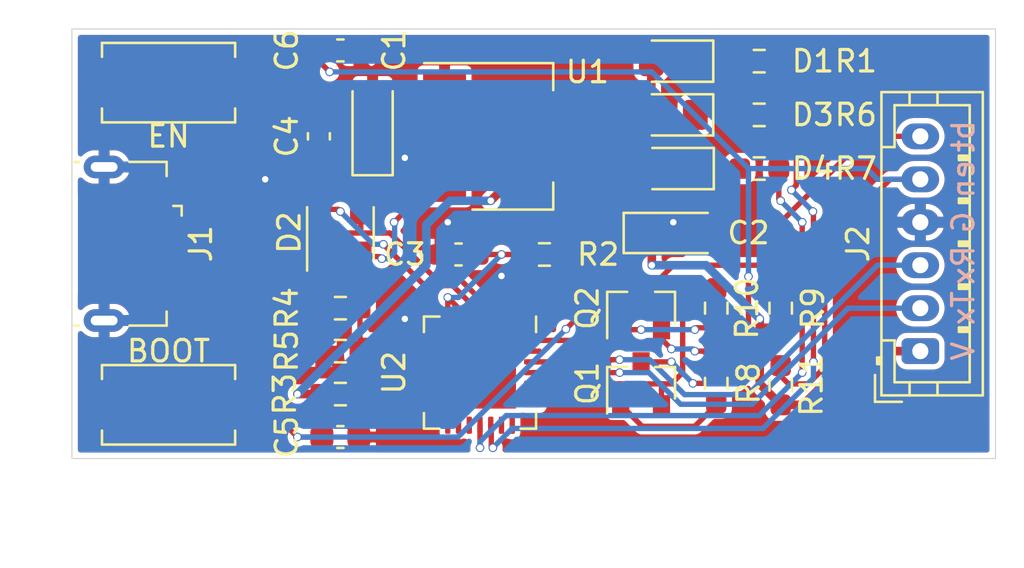
<source format=kicad_pcb>
(kicad_pcb (version 20171130) (host pcbnew "(5.1.10)-1")

  (general
    (thickness 1.6)
    (drawings 12)
    (tracks 295)
    (zones 0)
    (modules 29)
    (nets 38)
  )

  (page A4)
  (layers
    (0 F.Cu signal)
    (31 B.Cu signal)
    (32 B.Adhes user)
    (33 F.Adhes user)
    (34 B.Paste user)
    (35 F.Paste user)
    (36 B.SilkS user)
    (37 F.SilkS user)
    (38 B.Mask user)
    (39 F.Mask user)
    (40 Dwgs.User user)
    (41 Cmts.User user)
    (42 Eco1.User user)
    (43 Eco2.User user)
    (44 Edge.Cuts user)
    (45 Margin user)
    (46 B.CrtYd user)
    (47 F.CrtYd user)
    (48 B.Fab user)
    (49 F.Fab user)
  )

  (setup
    (last_trace_width 0.25)
    (trace_clearance 0.2)
    (zone_clearance 0.508)
    (zone_45_only no)
    (trace_min 0.2)
    (via_size 0.4)
    (via_drill 0.3)
    (via_min_size 0.4)
    (via_min_drill 0.3)
    (uvia_size 0.3)
    (uvia_drill 0.1)
    (uvias_allowed no)
    (uvia_min_size 0.2)
    (uvia_min_drill 0.1)
    (edge_width 0.05)
    (segment_width 0.2)
    (pcb_text_width 0.3)
    (pcb_text_size 1.5 1.5)
    (mod_edge_width 0.12)
    (mod_text_size 1 1)
    (mod_text_width 0.15)
    (pad_size 1.524 1.524)
    (pad_drill 0.762)
    (pad_to_mask_clearance 0)
    (aux_axis_origin 0 0)
    (visible_elements 7FFFFFFF)
    (pcbplotparams
      (layerselection 0x010fc_ffffffff)
      (usegerberextensions false)
      (usegerberattributes false)
      (usegerberadvancedattributes false)
      (creategerberjobfile false)
      (excludeedgelayer true)
      (linewidth 0.100000)
      (plotframeref false)
      (viasonmask false)
      (mode 1)
      (useauxorigin false)
      (hpglpennumber 1)
      (hpglpenspeed 20)
      (hpglpendiameter 15.000000)
      (psnegative false)
      (psa4output false)
      (plotreference true)
      (plotvalue false)
      (plotinvisibletext false)
      (padsonsilk false)
      (subtractmaskfromsilk false)
      (outputformat 1)
      (mirror false)
      (drillshape 0)
      (scaleselection 1)
      (outputdirectory "gerber/"))
  )

  (net 0 "")
  (net 1 Earth)
  (net 2 +5V)
  (net 3 +3V3)
  (net 4 "Net-(C3-Pad1)")
  (net 5 "Net-(D1-Pad1)")
  (net 6 "Net-(D2-Pad4)")
  (net 7 "Net-(D2-Pad3)")
  (net 8 "Net-(D3-Pad1)")
  (net 9 "Net-(D4-Pad1)")
  (net 10 "Net-(J1-Pad4)")
  (net 11 GPIO0)
  (net 12 EN)
  (net 13 RX0)
  (net 14 TX0)
  (net 15 RTS)
  (net 16 DTR)
  (net 17 "Net-(R3-Pad2)")
  (net 18 "Net-(R4-Pad2)")
  (net 19 "Net-(R6-Pad2)")
  (net 20 "Net-(R7-Pad2)")
  (net 21 "Net-(U2-Pad27)")
  (net 22 "Net-(U2-Pad23)")
  (net 23 "Net-(U2-Pad22)")
  (net 24 "Net-(U2-Pad21)")
  (net 25 "Net-(U2-Pad20)")
  (net 26 "Net-(U2-Pad17)")
  (net 27 "Net-(U2-Pad16)")
  (net 28 "Net-(U2-Pad15)")
  (net 29 "Net-(U2-Pad14)")
  (net 30 "Net-(U2-Pad13)")
  (net 31 "Net-(U2-Pad12)")
  (net 32 "Net-(U2-Pad11)")
  (net 33 "Net-(U2-Pad10)")
  (net 34 "Net-(U2-Pad2)")
  (net 35 "Net-(U2-Pad1)")
  (net 36 "Net-(Q1-Pad1)")
  (net 37 "Net-(Q2-Pad1)")

  (net_class Default "This is the default net class."
    (clearance 0.2)
    (trace_width 0.25)
    (via_dia 0.4)
    (via_drill 0.3)
    (uvia_dia 0.3)
    (uvia_drill 0.1)
    (add_net +5V)
    (add_net DTR)
    (add_net EN)
    (add_net Earth)
    (add_net GPIO0)
    (add_net "Net-(C3-Pad1)")
    (add_net "Net-(D1-Pad1)")
    (add_net "Net-(D2-Pad3)")
    (add_net "Net-(D2-Pad4)")
    (add_net "Net-(D3-Pad1)")
    (add_net "Net-(D4-Pad1)")
    (add_net "Net-(J1-Pad4)")
    (add_net "Net-(Q1-Pad1)")
    (add_net "Net-(Q2-Pad1)")
    (add_net "Net-(R3-Pad2)")
    (add_net "Net-(R4-Pad2)")
    (add_net "Net-(R6-Pad2)")
    (add_net "Net-(R7-Pad2)")
    (add_net "Net-(U2-Pad1)")
    (add_net "Net-(U2-Pad10)")
    (add_net "Net-(U2-Pad11)")
    (add_net "Net-(U2-Pad12)")
    (add_net "Net-(U2-Pad13)")
    (add_net "Net-(U2-Pad14)")
    (add_net "Net-(U2-Pad15)")
    (add_net "Net-(U2-Pad16)")
    (add_net "Net-(U2-Pad17)")
    (add_net "Net-(U2-Pad2)")
    (add_net "Net-(U2-Pad20)")
    (add_net "Net-(U2-Pad21)")
    (add_net "Net-(U2-Pad22)")
    (add_net "Net-(U2-Pad23)")
    (add_net "Net-(U2-Pad27)")
    (add_net RTS)
    (add_net RX0)
    (add_net TX0)
  )

  (net_class pwr ""
    (clearance 0.2)
    (trace_width 0.4)
    (via_dia 0.4)
    (via_drill 0.3)
    (uvia_dia 0.3)
    (uvia_drill 0.1)
    (add_net +3V3)
  )

  (module Capacitor_SMD:C_0603_1608Metric_Pad1.08x0.95mm_HandSolder (layer F.Cu) (tedit 5F68FEEF) (tstamp 60DC2586)
    (at 12.5 1)
    (descr "Capacitor SMD 0603 (1608 Metric), square (rectangular) end terminal, IPC_7351 nominal with elongated pad for handsoldering. (Body size source: IPC-SM-782 page 76, https://www.pcb-3d.com/wordpress/wp-content/uploads/ipc-sm-782a_amendment_1_and_2.pdf), generated with kicad-footprint-generator")
    (tags "capacitor handsolder")
    (path /60E53791)
    (attr smd)
    (fp_text reference C6 (at -2.5 0 90) (layer F.SilkS)
      (effects (font (size 1 1) (thickness 0.15)))
    )
    (fp_text value 0.1u (at 0 1.43) (layer F.Fab)
      (effects (font (size 1 1) (thickness 0.15)))
    )
    (fp_line (start 1.65 0.73) (end -1.65 0.73) (layer F.CrtYd) (width 0.05))
    (fp_line (start 1.65 -0.73) (end 1.65 0.73) (layer F.CrtYd) (width 0.05))
    (fp_line (start -1.65 -0.73) (end 1.65 -0.73) (layer F.CrtYd) (width 0.05))
    (fp_line (start -1.65 0.73) (end -1.65 -0.73) (layer F.CrtYd) (width 0.05))
    (fp_line (start -0.146267 0.51) (end 0.146267 0.51) (layer F.SilkS) (width 0.12))
    (fp_line (start -0.146267 -0.51) (end 0.146267 -0.51) (layer F.SilkS) (width 0.12))
    (fp_line (start 0.8 0.4) (end -0.8 0.4) (layer F.Fab) (width 0.1))
    (fp_line (start 0.8 -0.4) (end 0.8 0.4) (layer F.Fab) (width 0.1))
    (fp_line (start -0.8 -0.4) (end 0.8 -0.4) (layer F.Fab) (width 0.1))
    (fp_line (start -0.8 0.4) (end -0.8 -0.4) (layer F.Fab) (width 0.1))
    (fp_text user %R (at 0 0) (layer F.Fab)
      (effects (font (size 0.4 0.4) (thickness 0.06)))
    )
    (pad 2 smd roundrect (at 0.8625 0) (size 1.075 0.95) (layers F.Cu F.Paste F.Mask) (roundrect_rratio 0.25)
      (net 1 Earth))
    (pad 1 smd roundrect (at -0.8625 0) (size 1.075 0.95) (layers F.Cu F.Paste F.Mask) (roundrect_rratio 0.25)
      (net 12 EN))
    (model ${KISYS3DMOD}/Capacitor_SMD.3dshapes/C_0603_1608Metric.wrl
      (at (xyz 0 0 0))
      (scale (xyz 1 1 1))
      (rotate (xyz 0 0 0))
    )
  )

  (module Capacitor_SMD:C_0603_1608Metric_Pad1.08x0.95mm_HandSolder (layer F.Cu) (tedit 5F68FEEF) (tstamp 60DC2575)
    (at 12.5 19)
    (descr "Capacitor SMD 0603 (1608 Metric), square (rectangular) end terminal, IPC_7351 nominal with elongated pad for handsoldering. (Body size source: IPC-SM-782 page 76, https://www.pcb-3d.com/wordpress/wp-content/uploads/ipc-sm-782a_amendment_1_and_2.pdf), generated with kicad-footprint-generator")
    (tags "capacitor handsolder")
    (path /60E50F74)
    (attr smd)
    (fp_text reference C5 (at -2.5 0 90) (layer F.SilkS)
      (effects (font (size 1 1) (thickness 0.15)))
    )
    (fp_text value 0.1u (at 0 1.43) (layer F.Fab)
      (effects (font (size 1 1) (thickness 0.15)))
    )
    (fp_line (start 1.65 0.73) (end -1.65 0.73) (layer F.CrtYd) (width 0.05))
    (fp_line (start 1.65 -0.73) (end 1.65 0.73) (layer F.CrtYd) (width 0.05))
    (fp_line (start -1.65 -0.73) (end 1.65 -0.73) (layer F.CrtYd) (width 0.05))
    (fp_line (start -1.65 0.73) (end -1.65 -0.73) (layer F.CrtYd) (width 0.05))
    (fp_line (start -0.146267 0.51) (end 0.146267 0.51) (layer F.SilkS) (width 0.12))
    (fp_line (start -0.146267 -0.51) (end 0.146267 -0.51) (layer F.SilkS) (width 0.12))
    (fp_line (start 0.8 0.4) (end -0.8 0.4) (layer F.Fab) (width 0.1))
    (fp_line (start 0.8 -0.4) (end 0.8 0.4) (layer F.Fab) (width 0.1))
    (fp_line (start -0.8 -0.4) (end 0.8 -0.4) (layer F.Fab) (width 0.1))
    (fp_line (start -0.8 0.4) (end -0.8 -0.4) (layer F.Fab) (width 0.1))
    (fp_text user %R (at 0 0) (layer F.Fab)
      (effects (font (size 0.4 0.4) (thickness 0.06)))
    )
    (pad 2 smd roundrect (at 0.8625 0) (size 1.075 0.95) (layers F.Cu F.Paste F.Mask) (roundrect_rratio 0.25)
      (net 1 Earth))
    (pad 1 smd roundrect (at -0.8625 0) (size 1.075 0.95) (layers F.Cu F.Paste F.Mask) (roundrect_rratio 0.25)
      (net 11 GPIO0))
    (model ${KISYS3DMOD}/Capacitor_SMD.3dshapes/C_0603_1608Metric.wrl
      (at (xyz 0 0 0))
      (scale (xyz 1 1 1))
      (rotate (xyz 0 0 0))
    )
  )

  (module Connector_USB:USB_Micro-B_GCT_USB3076-30-A (layer F.Cu) (tedit 5A170D03) (tstamp 60DBF123)
    (at 2.7 10 270)
    (descr "GCT Micro USB https://gct.co/files/drawings/usb3076.pdf")
    (tags "Micro-USB SMD Typ-B GCT")
    (path /60C0A3C7)
    (attr smd)
    (fp_text reference J1 (at 0 -3.3 90) (layer F.SilkS)
      (effects (font (size 1 1) (thickness 0.15)))
    )
    (fp_text value USB_B_Micro (at 0 5.2 90) (layer F.Fab)
      (effects (font (size 1 1) (thickness 0.15)))
    )
    (fp_line (start -1.1 -2.16) (end -1.1 -1.95) (layer F.Fab) (width 0.1))
    (fp_line (start -1.5 -2.16) (end -1.5 -1.95) (layer F.Fab) (width 0.1))
    (fp_line (start -1.5 -2.16) (end -1.1 -2.16) (layer F.Fab) (width 0.1))
    (fp_line (start -1.1 -1.95) (end -1.3 -1.75) (layer F.Fab) (width 0.1))
    (fp_line (start -1.3 -1.75) (end -1.5 -1.95) (layer F.Fab) (width 0.1))
    (fp_line (start -1.76 -2.41) (end -1.76 -2.02) (layer F.SilkS) (width 0.12))
    (fp_line (start -1.76 -2.41) (end -1.31 -2.41) (layer F.SilkS) (width 0.12))
    (fp_line (start 3.81 -1.71) (end 3.16 -1.71) (layer F.SilkS) (width 0.12))
    (fp_line (start 3.81 0.02) (end 3.81 -1.71) (layer F.SilkS) (width 0.12))
    (fp_line (start -3.81 2.59) (end -3.81 2.38) (layer F.SilkS) (width 0.12))
    (fp_line (start -3.7 3.95) (end -3.7 -1.6) (layer F.Fab) (width 0.1))
    (fp_line (start -3.7 -1.6) (end 3.7 -1.6) (layer F.Fab) (width 0.1))
    (fp_line (start -3.7 3.95) (end 3.7 3.95) (layer F.Fab) (width 0.1))
    (fp_line (start -3 2.65) (end 3 2.65) (layer F.Fab) (width 0.1))
    (fp_line (start 3.7 3.95) (end 3.7 -1.6) (layer F.Fab) (width 0.1))
    (fp_line (start 3.81 2.59) (end 3.81 2.38) (layer F.SilkS) (width 0.12))
    (fp_line (start -3.81 0.02) (end -3.81 -1.71) (layer F.SilkS) (width 0.12))
    (fp_line (start -3.81 -1.71) (end -3.15 -1.71) (layer F.SilkS) (width 0.12))
    (fp_line (start -4.6 4.45) (end -4.6 -2.65) (layer F.CrtYd) (width 0.05))
    (fp_line (start -4.6 -2.65) (end 4.6 -2.65) (layer F.CrtYd) (width 0.05))
    (fp_line (start 4.6 -2.65) (end 4.6 4.45) (layer F.CrtYd) (width 0.05))
    (fp_line (start -4.6 4.45) (end 4.6 4.45) (layer F.CrtYd) (width 0.05))
    (fp_text user %R (at 0 0.85 90) (layer F.Fab)
      (effects (font (size 1 1) (thickness 0.15)))
    )
    (fp_text user "PCB Edge" (at 0 2.65 90) (layer Dwgs.User)
      (effects (font (size 0.5 0.5) (thickness 0.08)))
    )
    (pad 6 smd rect (at -2.32 -1.03 270) (size 1.15 1.45) (layers F.Cu F.Paste F.Mask)
      (net 1 Earth))
    (pad 6 smd rect (at 2.32 -1.03 270) (size 1.15 1.45) (layers F.Cu F.Paste F.Mask)
      (net 1 Earth))
    (pad 6 thru_hole oval (at 3.575 1.2 270) (size 1.05 1.9) (drill oval 0.45 1.25) (layers *.Cu *.Mask)
      (net 1 Earth))
    (pad 6 thru_hole oval (at -3.575 1.2 90) (size 1.05 1.9) (drill oval 0.45 1.25) (layers *.Cu *.Mask)
      (net 1 Earth))
    (pad 6 smd rect (at -1.125 1.2 270) (size 1.75 1.9) (layers F.Cu F.Paste F.Mask)
      (net 1 Earth))
    (pad 3 smd rect (at 0 -1.45 270) (size 0.4 1.4) (layers F.Cu F.Paste F.Mask)
      (net 7 "Net-(D2-Pad3)"))
    (pad 4 smd rect (at 0.65 -1.45 270) (size 0.4 1.4) (layers F.Cu F.Paste F.Mask)
      (net 10 "Net-(J1-Pad4)"))
    (pad 5 smd rect (at 1.3 -1.45 270) (size 0.4 1.4) (layers F.Cu F.Paste F.Mask)
      (net 1 Earth))
    (pad 1 smd rect (at -1.3 -1.45 270) (size 0.4 1.4) (layers F.Cu F.Paste F.Mask)
      (net 2 +5V))
    (pad 2 smd rect (at -0.65 -1.45 270) (size 0.4 1.4) (layers F.Cu F.Paste F.Mask)
      (net 6 "Net-(D2-Pad4)"))
    (pad 6 smd rect (at 1.125 1.2 270) (size 1.75 1.9) (layers F.Cu F.Paste F.Mask)
      (net 1 Earth))
    (model ${KISYS3DMOD}/Connector_USB.3dshapes/USB_Micro-B_GCT_USB3076-30-A.wrl
      (at (xyz 0 0 0))
      (scale (xyz 1 1 1))
      (rotate (xyz 0 0 0))
    )
  )

  (module Package_DFN_QFN:QFN-28-1EP_5x5mm_P0.5mm_EP3.35x3.35mm (layer F.Cu) (tedit 5DC5F6A4) (tstamp 60DC051D)
    (at 19 16 270)
    (descr "QFN, 28 Pin (http://ww1.microchip.com/downloads/en/PackagingSpec/00000049BQ.pdf#page=283), generated with kicad-footprint-generator ipc_noLead_generator.py")
    (tags "QFN NoLead")
    (path /60C0B5D8)
    (attr smd)
    (fp_text reference U2 (at 0 4 90) (layer F.SilkS)
      (effects (font (size 1 1) (thickness 0.15)))
    )
    (fp_text value CP2102N-A01-GQFN28 (at 0 3.8 90) (layer F.Fab)
      (effects (font (size 1 1) (thickness 0.15)))
    )
    (fp_line (start 3.1 -3.1) (end -3.1 -3.1) (layer F.CrtYd) (width 0.05))
    (fp_line (start 3.1 3.1) (end 3.1 -3.1) (layer F.CrtYd) (width 0.05))
    (fp_line (start -3.1 3.1) (end 3.1 3.1) (layer F.CrtYd) (width 0.05))
    (fp_line (start -3.1 -3.1) (end -3.1 3.1) (layer F.CrtYd) (width 0.05))
    (fp_line (start -2.5 -1.5) (end -1.5 -2.5) (layer F.Fab) (width 0.1))
    (fp_line (start -2.5 2.5) (end -2.5 -1.5) (layer F.Fab) (width 0.1))
    (fp_line (start 2.5 2.5) (end -2.5 2.5) (layer F.Fab) (width 0.1))
    (fp_line (start 2.5 -2.5) (end 2.5 2.5) (layer F.Fab) (width 0.1))
    (fp_line (start -1.5 -2.5) (end 2.5 -2.5) (layer F.Fab) (width 0.1))
    (fp_line (start -1.885 -2.61) (end -2.61 -2.61) (layer F.SilkS) (width 0.12))
    (fp_line (start 2.61 2.61) (end 2.61 1.885) (layer F.SilkS) (width 0.12))
    (fp_line (start 1.885 2.61) (end 2.61 2.61) (layer F.SilkS) (width 0.12))
    (fp_line (start -2.61 2.61) (end -2.61 1.885) (layer F.SilkS) (width 0.12))
    (fp_line (start -1.885 2.61) (end -2.61 2.61) (layer F.SilkS) (width 0.12))
    (fp_line (start 2.61 -2.61) (end 2.61 -1.885) (layer F.SilkS) (width 0.12))
    (fp_line (start 1.885 -2.61) (end 2.61 -2.61) (layer F.SilkS) (width 0.12))
    (fp_text user %R (at 0 0 90) (layer F.Fab)
      (effects (font (size 1 1) (thickness 0.15)))
    )
    (pad "" smd roundrect (at 1.12 1.12 270) (size 0.9 0.9) (layers F.Paste) (roundrect_rratio 0.25))
    (pad "" smd roundrect (at 1.12 0 270) (size 0.9 0.9) (layers F.Paste) (roundrect_rratio 0.25))
    (pad "" smd roundrect (at 1.12 -1.12 270) (size 0.9 0.9) (layers F.Paste) (roundrect_rratio 0.25))
    (pad "" smd roundrect (at 0 1.12 270) (size 0.9 0.9) (layers F.Paste) (roundrect_rratio 0.25))
    (pad "" smd roundrect (at 0 0 270) (size 0.9 0.9) (layers F.Paste) (roundrect_rratio 0.25))
    (pad "" smd roundrect (at 0 -1.12 270) (size 0.9 0.9) (layers F.Paste) (roundrect_rratio 0.25))
    (pad "" smd roundrect (at -1.12 1.12 270) (size 0.9 0.9) (layers F.Paste) (roundrect_rratio 0.25))
    (pad "" smd roundrect (at -1.12 0 270) (size 0.9 0.9) (layers F.Paste) (roundrect_rratio 0.25))
    (pad "" smd roundrect (at -1.12 -1.12 270) (size 0.9 0.9) (layers F.Paste) (roundrect_rratio 0.25))
    (pad 29 smd rect (at 0 0 270) (size 3.35 3.35) (layers F.Cu F.Mask)
      (net 1 Earth))
    (pad 28 smd roundrect (at -1.5 -2.45 270) (size 0.25 0.8) (layers F.Cu F.Paste F.Mask) (roundrect_rratio 0.25)
      (net 16 DTR))
    (pad 27 smd roundrect (at -1 -2.45 270) (size 0.25 0.8) (layers F.Cu F.Paste F.Mask) (roundrect_rratio 0.25)
      (net 21 "Net-(U2-Pad27)"))
    (pad 26 smd roundrect (at -0.5 -2.45 270) (size 0.25 0.8) (layers F.Cu F.Paste F.Mask) (roundrect_rratio 0.25)
      (net 13 RX0))
    (pad 25 smd roundrect (at 0 -2.45 270) (size 0.25 0.8) (layers F.Cu F.Paste F.Mask) (roundrect_rratio 0.25)
      (net 14 TX0))
    (pad 24 smd roundrect (at 0.5 -2.45 270) (size 0.25 0.8) (layers F.Cu F.Paste F.Mask) (roundrect_rratio 0.25)
      (net 15 RTS))
    (pad 23 smd roundrect (at 1 -2.45 270) (size 0.25 0.8) (layers F.Cu F.Paste F.Mask) (roundrect_rratio 0.25)
      (net 22 "Net-(U2-Pad23)"))
    (pad 22 smd roundrect (at 1.5 -2.45 270) (size 0.25 0.8) (layers F.Cu F.Paste F.Mask) (roundrect_rratio 0.25)
      (net 23 "Net-(U2-Pad22)"))
    (pad 21 smd roundrect (at 2.45 -1.5 270) (size 0.8 0.25) (layers F.Cu F.Paste F.Mask) (roundrect_rratio 0.25)
      (net 24 "Net-(U2-Pad21)"))
    (pad 20 smd roundrect (at 2.45 -1 270) (size 0.8 0.25) (layers F.Cu F.Paste F.Mask) (roundrect_rratio 0.25)
      (net 25 "Net-(U2-Pad20)"))
    (pad 19 smd roundrect (at 2.45 -0.5 270) (size 0.8 0.25) (layers F.Cu F.Paste F.Mask) (roundrect_rratio 0.25)
      (net 19 "Net-(R6-Pad2)"))
    (pad 18 smd roundrect (at 2.45 0 270) (size 0.8 0.25) (layers F.Cu F.Paste F.Mask) (roundrect_rratio 0.25)
      (net 20 "Net-(R7-Pad2)"))
    (pad 17 smd roundrect (at 2.45 0.5 270) (size 0.8 0.25) (layers F.Cu F.Paste F.Mask) (roundrect_rratio 0.25)
      (net 26 "Net-(U2-Pad17)"))
    (pad 16 smd roundrect (at 2.45 1 270) (size 0.8 0.25) (layers F.Cu F.Paste F.Mask) (roundrect_rratio 0.25)
      (net 27 "Net-(U2-Pad16)"))
    (pad 15 smd roundrect (at 2.45 1.5 270) (size 0.8 0.25) (layers F.Cu F.Paste F.Mask) (roundrect_rratio 0.25)
      (net 28 "Net-(U2-Pad15)"))
    (pad 14 smd roundrect (at 1.5 2.45 270) (size 0.25 0.8) (layers F.Cu F.Paste F.Mask) (roundrect_rratio 0.25)
      (net 29 "Net-(U2-Pad14)"))
    (pad 13 smd roundrect (at 1 2.45 270) (size 0.25 0.8) (layers F.Cu F.Paste F.Mask) (roundrect_rratio 0.25)
      (net 30 "Net-(U2-Pad13)"))
    (pad 12 smd roundrect (at 0.5 2.45 270) (size 0.25 0.8) (layers F.Cu F.Paste F.Mask) (roundrect_rratio 0.25)
      (net 31 "Net-(U2-Pad12)"))
    (pad 11 smd roundrect (at 0 2.45 270) (size 0.25 0.8) (layers F.Cu F.Paste F.Mask) (roundrect_rratio 0.25)
      (net 32 "Net-(U2-Pad11)"))
    (pad 10 smd roundrect (at -0.5 2.45 270) (size 0.25 0.8) (layers F.Cu F.Paste F.Mask) (roundrect_rratio 0.25)
      (net 33 "Net-(U2-Pad10)"))
    (pad 9 smd roundrect (at -1 2.45 270) (size 0.25 0.8) (layers F.Cu F.Paste F.Mask) (roundrect_rratio 0.25)
      (net 17 "Net-(R3-Pad2)"))
    (pad 8 smd roundrect (at -1.5 2.45 270) (size 0.25 0.8) (layers F.Cu F.Paste F.Mask) (roundrect_rratio 0.25)
      (net 18 "Net-(R4-Pad2)"))
    (pad 7 smd roundrect (at -2.45 1.5 270) (size 0.8 0.25) (layers F.Cu F.Paste F.Mask) (roundrect_rratio 0.25)
      (net 4 "Net-(C3-Pad1)"))
    (pad 6 smd roundrect (at -2.45 1 270) (size 0.8 0.25) (layers F.Cu F.Paste F.Mask) (roundrect_rratio 0.25)
      (net 4 "Net-(C3-Pad1)"))
    (pad 5 smd roundrect (at -2.45 0.5 270) (size 0.8 0.25) (layers F.Cu F.Paste F.Mask) (roundrect_rratio 0.25)
      (net 6 "Net-(D2-Pad4)"))
    (pad 4 smd roundrect (at -2.45 0 270) (size 0.8 0.25) (layers F.Cu F.Paste F.Mask) (roundrect_rratio 0.25)
      (net 7 "Net-(D2-Pad3)"))
    (pad 3 smd roundrect (at -2.45 -0.5 270) (size 0.8 0.25) (layers F.Cu F.Paste F.Mask) (roundrect_rratio 0.25)
      (net 1 Earth))
    (pad 2 smd roundrect (at -2.45 -1 270) (size 0.8 0.25) (layers F.Cu F.Paste F.Mask) (roundrect_rratio 0.25)
      (net 34 "Net-(U2-Pad2)"))
    (pad 1 smd roundrect (at -2.45 -1.5 270) (size 0.8 0.25) (layers F.Cu F.Paste F.Mask) (roundrect_rratio 0.25)
      (net 35 "Net-(U2-Pad1)"))
    (model ${KISYS3DMOD}/Package_DFN_QFN.3dshapes/QFN-28-1EP_5x5mm_P0.5mm_EP3.35x3.35mm.wrl
      (at (xyz 0 0 0))
      (scale (xyz 1 1 1))
      (rotate (xyz 0 0 0))
    )
  )

  (module Package_TO_SOT_SMD:SOT-223-3_TabPin2 (layer F.Cu) (tedit 5A02FF57) (tstamp 60DBF28E)
    (at 20.5 5)
    (descr "module CMS SOT223 4 pins")
    (tags "CMS SOT")
    (path /60C23847)
    (attr smd)
    (fp_text reference U1 (at 3.5 -3) (layer F.SilkS)
      (effects (font (size 1 1) (thickness 0.15)))
    )
    (fp_text value ZLDO1117QG33TA_SOT223 (at 0 4.5) (layer F.Fab)
      (effects (font (size 1 1) (thickness 0.15)))
    )
    (fp_line (start 1.85 -3.35) (end 1.85 3.35) (layer F.Fab) (width 0.1))
    (fp_line (start -1.85 3.35) (end 1.85 3.35) (layer F.Fab) (width 0.1))
    (fp_line (start -4.1 -3.41) (end 1.91 -3.41) (layer F.SilkS) (width 0.12))
    (fp_line (start -0.85 -3.35) (end 1.85 -3.35) (layer F.Fab) (width 0.1))
    (fp_line (start -1.85 3.41) (end 1.91 3.41) (layer F.SilkS) (width 0.12))
    (fp_line (start -1.85 -2.35) (end -1.85 3.35) (layer F.Fab) (width 0.1))
    (fp_line (start -1.85 -2.35) (end -0.85 -3.35) (layer F.Fab) (width 0.1))
    (fp_line (start -4.4 -3.6) (end -4.4 3.6) (layer F.CrtYd) (width 0.05))
    (fp_line (start -4.4 3.6) (end 4.4 3.6) (layer F.CrtYd) (width 0.05))
    (fp_line (start 4.4 3.6) (end 4.4 -3.6) (layer F.CrtYd) (width 0.05))
    (fp_line (start 4.4 -3.6) (end -4.4 -3.6) (layer F.CrtYd) (width 0.05))
    (fp_line (start 1.91 -3.41) (end 1.91 -2.15) (layer F.SilkS) (width 0.12))
    (fp_line (start 1.91 3.41) (end 1.91 2.15) (layer F.SilkS) (width 0.12))
    (fp_text user %R (at 0 0 90) (layer F.Fab)
      (effects (font (size 0.8 0.8) (thickness 0.12)))
    )
    (pad 1 smd rect (at -3.15 -2.3) (size 2 1.5) (layers F.Cu F.Paste F.Mask)
      (net 1 Earth))
    (pad 3 smd rect (at -3.15 2.3) (size 2 1.5) (layers F.Cu F.Paste F.Mask)
      (net 2 +5V))
    (pad 2 smd rect (at -3.15 0) (size 2 1.5) (layers F.Cu F.Paste F.Mask)
      (net 3 +3V3))
    (pad 2 smd rect (at 3.15 0) (size 2 3.8) (layers F.Cu F.Paste F.Mask)
      (net 3 +3V3))
    (model ${KISYS3DMOD}/Package_TO_SOT_SMD.3dshapes/SOT-223.wrl
      (at (xyz 0 0 0))
      (scale (xyz 1 1 1))
      (rotate (xyz 0 0 0))
    )
  )

  (module Resistor_SMD:R_0603_1608Metric_Pad0.98x0.95mm_HandSolder (layer F.Cu) (tedit 5F68FEEE) (tstamp 60DC3755)
    (at 33 16.5875 270)
    (descr "Resistor SMD 0603 (1608 Metric), square (rectangular) end terminal, IPC_7351 nominal with elongated pad for handsoldering. (Body size source: IPC-SM-782 page 72, https://www.pcb-3d.com/wordpress/wp-content/uploads/ipc-sm-782a_amendment_1_and_2.pdf), generated with kicad-footprint-generator")
    (tags "resistor handsolder")
    (path /60E19007)
    (attr smd)
    (fp_text reference R11 (at 0 -1.43 90) (layer F.SilkS)
      (effects (font (size 1 1) (thickness 0.15)))
    )
    (fp_text value 10k (at 0 1.43 90) (layer F.Fab)
      (effects (font (size 1 1) (thickness 0.15)))
    )
    (fp_line (start 1.65 0.73) (end -1.65 0.73) (layer F.CrtYd) (width 0.05))
    (fp_line (start 1.65 -0.73) (end 1.65 0.73) (layer F.CrtYd) (width 0.05))
    (fp_line (start -1.65 -0.73) (end 1.65 -0.73) (layer F.CrtYd) (width 0.05))
    (fp_line (start -1.65 0.73) (end -1.65 -0.73) (layer F.CrtYd) (width 0.05))
    (fp_line (start -0.254724 0.5225) (end 0.254724 0.5225) (layer F.SilkS) (width 0.12))
    (fp_line (start -0.254724 -0.5225) (end 0.254724 -0.5225) (layer F.SilkS) (width 0.12))
    (fp_line (start 0.8 0.4125) (end -0.8 0.4125) (layer F.Fab) (width 0.1))
    (fp_line (start 0.8 -0.4125) (end 0.8 0.4125) (layer F.Fab) (width 0.1))
    (fp_line (start -0.8 -0.4125) (end 0.8 -0.4125) (layer F.Fab) (width 0.1))
    (fp_line (start -0.8 0.4125) (end -0.8 -0.4125) (layer F.Fab) (width 0.1))
    (fp_text user %R (at 0 0 90) (layer F.Fab)
      (effects (font (size 0.4 0.4) (thickness 0.06)))
    )
    (pad 2 smd roundrect (at 0.9125 0 270) (size 0.975 0.95) (layers F.Cu F.Paste F.Mask) (roundrect_rratio 0.25)
      (net 3 +3V3))
    (pad 1 smd roundrect (at -0.9125 0 270) (size 0.975 0.95) (layers F.Cu F.Paste F.Mask) (roundrect_rratio 0.25)
      (net 12 EN))
    (model ${KISYS3DMOD}/Resistor_SMD.3dshapes/R_0603_1608Metric.wrl
      (at (xyz 0 0 0))
      (scale (xyz 1 1 1))
      (rotate (xyz 0 0 0))
    )
  )

  (module Resistor_SMD:R_0603_1608Metric_Pad0.98x0.95mm_HandSolder (layer F.Cu) (tedit 5F68FEEE) (tstamp 60DBF267)
    (at 30 13 270)
    (descr "Resistor SMD 0603 (1608 Metric), square (rectangular) end terminal, IPC_7351 nominal with elongated pad for handsoldering. (Body size source: IPC-SM-782 page 72, https://www.pcb-3d.com/wordpress/wp-content/uploads/ipc-sm-782a_amendment_1_and_2.pdf), generated with kicad-footprint-generator")
    (tags "resistor handsolder")
    (path /60C3737B)
    (attr smd)
    (fp_text reference R10 (at 0 -1.43 90) (layer F.SilkS)
      (effects (font (size 1 1) (thickness 0.15)))
    )
    (fp_text value 12k (at 0 1.43 90) (layer F.Fab)
      (effects (font (size 1 1) (thickness 0.15)))
    )
    (fp_line (start 1.65 0.73) (end -1.65 0.73) (layer F.CrtYd) (width 0.05))
    (fp_line (start 1.65 -0.73) (end 1.65 0.73) (layer F.CrtYd) (width 0.05))
    (fp_line (start -1.65 -0.73) (end 1.65 -0.73) (layer F.CrtYd) (width 0.05))
    (fp_line (start -1.65 0.73) (end -1.65 -0.73) (layer F.CrtYd) (width 0.05))
    (fp_line (start -0.254724 0.5225) (end 0.254724 0.5225) (layer F.SilkS) (width 0.12))
    (fp_line (start -0.254724 -0.5225) (end 0.254724 -0.5225) (layer F.SilkS) (width 0.12))
    (fp_line (start 0.8 0.4125) (end -0.8 0.4125) (layer F.Fab) (width 0.1))
    (fp_line (start 0.8 -0.4125) (end 0.8 0.4125) (layer F.Fab) (width 0.1))
    (fp_line (start -0.8 -0.4125) (end 0.8 -0.4125) (layer F.Fab) (width 0.1))
    (fp_line (start -0.8 0.4125) (end -0.8 -0.4125) (layer F.Fab) (width 0.1))
    (fp_text user %R (at 0 0 90) (layer F.Fab)
      (effects (font (size 0.4 0.4) (thickness 0.06)))
    )
    (pad 2 smd roundrect (at 0.9125 0 270) (size 0.975 0.95) (layers F.Cu F.Paste F.Mask) (roundrect_rratio 0.25)
      (net 37 "Net-(Q2-Pad1)"))
    (pad 1 smd roundrect (at -0.9125 0 270) (size 0.975 0.95) (layers F.Cu F.Paste F.Mask) (roundrect_rratio 0.25)
      (net 15 RTS))
    (model ${KISYS3DMOD}/Resistor_SMD.3dshapes/R_0603_1608Metric.wrl
      (at (xyz 0 0 0))
      (scale (xyz 1 1 1))
      (rotate (xyz 0 0 0))
    )
  )

  (module Resistor_SMD:R_0603_1608Metric_Pad0.98x0.95mm_HandSolder (layer F.Cu) (tedit 5F68FEEE) (tstamp 60DC3BEC)
    (at 33 13 270)
    (descr "Resistor SMD 0603 (1608 Metric), square (rectangular) end terminal, IPC_7351 nominal with elongated pad for handsoldering. (Body size source: IPC-SM-782 page 72, https://www.pcb-3d.com/wordpress/wp-content/uploads/ipc-sm-782a_amendment_1_and_2.pdf), generated with kicad-footprint-generator")
    (tags "resistor handsolder")
    (path /60C48E83)
    (attr smd)
    (fp_text reference R9 (at 0 -1.5 90) (layer F.SilkS)
      (effects (font (size 1 1) (thickness 0.15)))
    )
    (fp_text value 10k (at 0 1.43 90) (layer F.Fab)
      (effects (font (size 1 1) (thickness 0.15)))
    )
    (fp_line (start 1.65 0.73) (end -1.65 0.73) (layer F.CrtYd) (width 0.05))
    (fp_line (start 1.65 -0.73) (end 1.65 0.73) (layer F.CrtYd) (width 0.05))
    (fp_line (start -1.65 -0.73) (end 1.65 -0.73) (layer F.CrtYd) (width 0.05))
    (fp_line (start -1.65 0.73) (end -1.65 -0.73) (layer F.CrtYd) (width 0.05))
    (fp_line (start -0.254724 0.5225) (end 0.254724 0.5225) (layer F.SilkS) (width 0.12))
    (fp_line (start -0.254724 -0.5225) (end 0.254724 -0.5225) (layer F.SilkS) (width 0.12))
    (fp_line (start 0.8 0.4125) (end -0.8 0.4125) (layer F.Fab) (width 0.1))
    (fp_line (start 0.8 -0.4125) (end 0.8 0.4125) (layer F.Fab) (width 0.1))
    (fp_line (start -0.8 -0.4125) (end 0.8 -0.4125) (layer F.Fab) (width 0.1))
    (fp_line (start -0.8 0.4125) (end -0.8 -0.4125) (layer F.Fab) (width 0.1))
    (fp_text user %R (at 0 0 90) (layer F.Fab)
      (effects (font (size 0.4 0.4) (thickness 0.06)))
    )
    (pad 2 smd roundrect (at 0.9125 0 270) (size 0.975 0.95) (layers F.Cu F.Paste F.Mask) (roundrect_rratio 0.25)
      (net 3 +3V3))
    (pad 1 smd roundrect (at -0.9125 0 270) (size 0.975 0.95) (layers F.Cu F.Paste F.Mask) (roundrect_rratio 0.25)
      (net 11 GPIO0))
    (model ${KISYS3DMOD}/Resistor_SMD.3dshapes/R_0603_1608Metric.wrl
      (at (xyz 0 0 0))
      (scale (xyz 1 1 1))
      (rotate (xyz 0 0 0))
    )
  )

  (module Resistor_SMD:R_0603_1608Metric_Pad0.98x0.95mm_HandSolder (layer F.Cu) (tedit 5F68FEEE) (tstamp 60DBF245)
    (at 30 16.5 270)
    (descr "Resistor SMD 0603 (1608 Metric), square (rectangular) end terminal, IPC_7351 nominal with elongated pad for handsoldering. (Body size source: IPC-SM-782 page 72, https://www.pcb-3d.com/wordpress/wp-content/uploads/ipc-sm-782a_amendment_1_and_2.pdf), generated with kicad-footprint-generator")
    (tags "resistor handsolder")
    (path /60C35F6A)
    (attr smd)
    (fp_text reference R8 (at 0 -1.5 270) (layer F.SilkS)
      (effects (font (size 1 1) (thickness 0.15)))
    )
    (fp_text value 12k (at 0 1.43 90) (layer F.Fab)
      (effects (font (size 1 1) (thickness 0.15)))
    )
    (fp_line (start 1.65 0.73) (end -1.65 0.73) (layer F.CrtYd) (width 0.05))
    (fp_line (start 1.65 -0.73) (end 1.65 0.73) (layer F.CrtYd) (width 0.05))
    (fp_line (start -1.65 -0.73) (end 1.65 -0.73) (layer F.CrtYd) (width 0.05))
    (fp_line (start -1.65 0.73) (end -1.65 -0.73) (layer F.CrtYd) (width 0.05))
    (fp_line (start -0.254724 0.5225) (end 0.254724 0.5225) (layer F.SilkS) (width 0.12))
    (fp_line (start -0.254724 -0.5225) (end 0.254724 -0.5225) (layer F.SilkS) (width 0.12))
    (fp_line (start 0.8 0.4125) (end -0.8 0.4125) (layer F.Fab) (width 0.1))
    (fp_line (start 0.8 -0.4125) (end 0.8 0.4125) (layer F.Fab) (width 0.1))
    (fp_line (start -0.8 -0.4125) (end 0.8 -0.4125) (layer F.Fab) (width 0.1))
    (fp_line (start -0.8 0.4125) (end -0.8 -0.4125) (layer F.Fab) (width 0.1))
    (fp_text user %R (at 0 0 90) (layer F.Fab)
      (effects (font (size 0.4 0.4) (thickness 0.06)))
    )
    (pad 2 smd roundrect (at 0.9125 0 270) (size 0.975 0.95) (layers F.Cu F.Paste F.Mask) (roundrect_rratio 0.25)
      (net 36 "Net-(Q1-Pad1)"))
    (pad 1 smd roundrect (at -0.9125 0 270) (size 0.975 0.95) (layers F.Cu F.Paste F.Mask) (roundrect_rratio 0.25)
      (net 16 DTR))
    (model ${KISYS3DMOD}/Resistor_SMD.3dshapes/R_0603_1608Metric.wrl
      (at (xyz 0 0 0))
      (scale (xyz 1 1 1))
      (rotate (xyz 0 0 0))
    )
  )

  (module Resistor_SMD:R_0603_1608Metric_Pad0.98x0.95mm_HandSolder (layer F.Cu) (tedit 5F68FEEE) (tstamp 60DBF234)
    (at 32 6.5)
    (descr "Resistor SMD 0603 (1608 Metric), square (rectangular) end terminal, IPC_7351 nominal with elongated pad for handsoldering. (Body size source: IPC-SM-782 page 72, https://www.pcb-3d.com/wordpress/wp-content/uploads/ipc-sm-782a_amendment_1_and_2.pdf), generated with kicad-footprint-generator")
    (tags "resistor handsolder")
    (path /60E13828)
    (attr smd)
    (fp_text reference R7 (at 4.5 0) (layer F.SilkS)
      (effects (font (size 1 1) (thickness 0.15)))
    )
    (fp_text value 470 (at 0 1.43) (layer F.Fab)
      (effects (font (size 1 1) (thickness 0.15)))
    )
    (fp_line (start 1.65 0.73) (end -1.65 0.73) (layer F.CrtYd) (width 0.05))
    (fp_line (start 1.65 -0.73) (end 1.65 0.73) (layer F.CrtYd) (width 0.05))
    (fp_line (start -1.65 -0.73) (end 1.65 -0.73) (layer F.CrtYd) (width 0.05))
    (fp_line (start -1.65 0.73) (end -1.65 -0.73) (layer F.CrtYd) (width 0.05))
    (fp_line (start -0.254724 0.5225) (end 0.254724 0.5225) (layer F.SilkS) (width 0.12))
    (fp_line (start -0.254724 -0.5225) (end 0.254724 -0.5225) (layer F.SilkS) (width 0.12))
    (fp_line (start 0.8 0.4125) (end -0.8 0.4125) (layer F.Fab) (width 0.1))
    (fp_line (start 0.8 -0.4125) (end 0.8 0.4125) (layer F.Fab) (width 0.1))
    (fp_line (start -0.8 -0.4125) (end 0.8 -0.4125) (layer F.Fab) (width 0.1))
    (fp_line (start -0.8 0.4125) (end -0.8 -0.4125) (layer F.Fab) (width 0.1))
    (fp_text user %R (at 0 0) (layer F.Fab)
      (effects (font (size 0.4 0.4) (thickness 0.06)))
    )
    (pad 2 smd roundrect (at 0.9125 0) (size 0.975 0.95) (layers F.Cu F.Paste F.Mask) (roundrect_rratio 0.25)
      (net 20 "Net-(R7-Pad2)"))
    (pad 1 smd roundrect (at -0.9125 0) (size 0.975 0.95) (layers F.Cu F.Paste F.Mask) (roundrect_rratio 0.25)
      (net 9 "Net-(D4-Pad1)"))
    (model ${KISYS3DMOD}/Resistor_SMD.3dshapes/R_0603_1608Metric.wrl
      (at (xyz 0 0 0))
      (scale (xyz 1 1 1))
      (rotate (xyz 0 0 0))
    )
  )

  (module Resistor_SMD:R_0603_1608Metric_Pad0.98x0.95mm_HandSolder (layer F.Cu) (tedit 5F68FEEE) (tstamp 60DBF223)
    (at 32 4)
    (descr "Resistor SMD 0603 (1608 Metric), square (rectangular) end terminal, IPC_7351 nominal with elongated pad for handsoldering. (Body size source: IPC-SM-782 page 72, https://www.pcb-3d.com/wordpress/wp-content/uploads/ipc-sm-782a_amendment_1_and_2.pdf), generated with kicad-footprint-generator")
    (tags "resistor handsolder")
    (path /60C6E37D)
    (attr smd)
    (fp_text reference R6 (at 4.5 0) (layer F.SilkS)
      (effects (font (size 1 1) (thickness 0.15)))
    )
    (fp_text value 470 (at 0 1.43) (layer F.Fab)
      (effects (font (size 1 1) (thickness 0.15)))
    )
    (fp_line (start 1.65 0.73) (end -1.65 0.73) (layer F.CrtYd) (width 0.05))
    (fp_line (start 1.65 -0.73) (end 1.65 0.73) (layer F.CrtYd) (width 0.05))
    (fp_line (start -1.65 -0.73) (end 1.65 -0.73) (layer F.CrtYd) (width 0.05))
    (fp_line (start -1.65 0.73) (end -1.65 -0.73) (layer F.CrtYd) (width 0.05))
    (fp_line (start -0.254724 0.5225) (end 0.254724 0.5225) (layer F.SilkS) (width 0.12))
    (fp_line (start -0.254724 -0.5225) (end 0.254724 -0.5225) (layer F.SilkS) (width 0.12))
    (fp_line (start 0.8 0.4125) (end -0.8 0.4125) (layer F.Fab) (width 0.1))
    (fp_line (start 0.8 -0.4125) (end 0.8 0.4125) (layer F.Fab) (width 0.1))
    (fp_line (start -0.8 -0.4125) (end 0.8 -0.4125) (layer F.Fab) (width 0.1))
    (fp_line (start -0.8 0.4125) (end -0.8 -0.4125) (layer F.Fab) (width 0.1))
    (fp_text user %R (at 0 0) (layer F.Fab)
      (effects (font (size 0.4 0.4) (thickness 0.06)))
    )
    (pad 2 smd roundrect (at 0.9125 0) (size 0.975 0.95) (layers F.Cu F.Paste F.Mask) (roundrect_rratio 0.25)
      (net 19 "Net-(R6-Pad2)"))
    (pad 1 smd roundrect (at -0.9125 0) (size 0.975 0.95) (layers F.Cu F.Paste F.Mask) (roundrect_rratio 0.25)
      (net 8 "Net-(D3-Pad1)"))
    (model ${KISYS3DMOD}/Resistor_SMD.3dshapes/R_0603_1608Metric.wrl
      (at (xyz 0 0 0))
      (scale (xyz 1 1 1))
      (rotate (xyz 0 0 0))
    )
  )

  (module Resistor_SMD:R_0603_1608Metric_Pad0.98x0.95mm_HandSolder (layer F.Cu) (tedit 5F68FEEE) (tstamp 60DBF212)
    (at 12.5 15)
    (descr "Resistor SMD 0603 (1608 Metric), square (rectangular) end terminal, IPC_7351 nominal with elongated pad for handsoldering. (Body size source: IPC-SM-782 page 72, https://www.pcb-3d.com/wordpress/wp-content/uploads/ipc-sm-782a_amendment_1_and_2.pdf), generated with kicad-footprint-generator")
    (tags "resistor handsolder")
    (path /60DF162D)
    (attr smd)
    (fp_text reference R5 (at -2.5 0 90) (layer F.SilkS)
      (effects (font (size 1 1) (thickness 0.15)))
    )
    (fp_text value 47.5k (at 0 1.43) (layer F.Fab)
      (effects (font (size 1 1) (thickness 0.15)))
    )
    (fp_line (start 1.65 0.73) (end -1.65 0.73) (layer F.CrtYd) (width 0.05))
    (fp_line (start 1.65 -0.73) (end 1.65 0.73) (layer F.CrtYd) (width 0.05))
    (fp_line (start -1.65 -0.73) (end 1.65 -0.73) (layer F.CrtYd) (width 0.05))
    (fp_line (start -1.65 0.73) (end -1.65 -0.73) (layer F.CrtYd) (width 0.05))
    (fp_line (start -0.254724 0.5225) (end 0.254724 0.5225) (layer F.SilkS) (width 0.12))
    (fp_line (start -0.254724 -0.5225) (end 0.254724 -0.5225) (layer F.SilkS) (width 0.12))
    (fp_line (start 0.8 0.4125) (end -0.8 0.4125) (layer F.Fab) (width 0.1))
    (fp_line (start 0.8 -0.4125) (end 0.8 0.4125) (layer F.Fab) (width 0.1))
    (fp_line (start -0.8 -0.4125) (end 0.8 -0.4125) (layer F.Fab) (width 0.1))
    (fp_line (start -0.8 0.4125) (end -0.8 -0.4125) (layer F.Fab) (width 0.1))
    (fp_text user %R (at 0 0) (layer F.Fab)
      (effects (font (size 0.4 0.4) (thickness 0.06)))
    )
    (pad 2 smd roundrect (at 0.9125 0) (size 0.975 0.95) (layers F.Cu F.Paste F.Mask) (roundrect_rratio 0.25)
      (net 18 "Net-(R4-Pad2)"))
    (pad 1 smd roundrect (at -0.9125 0) (size 0.975 0.95) (layers F.Cu F.Paste F.Mask) (roundrect_rratio 0.25)
      (net 1 Earth))
    (model ${KISYS3DMOD}/Resistor_SMD.3dshapes/R_0603_1608Metric.wrl
      (at (xyz 0 0 0))
      (scale (xyz 1 1 1))
      (rotate (xyz 0 0 0))
    )
  )

  (module Resistor_SMD:R_0603_1608Metric_Pad0.98x0.95mm_HandSolder (layer F.Cu) (tedit 5F68FEEE) (tstamp 60DBF201)
    (at 12.5 13)
    (descr "Resistor SMD 0603 (1608 Metric), square (rectangular) end terminal, IPC_7351 nominal with elongated pad for handsoldering. (Body size source: IPC-SM-782 page 72, https://www.pcb-3d.com/wordpress/wp-content/uploads/ipc-sm-782a_amendment_1_and_2.pdf), generated with kicad-footprint-generator")
    (tags "resistor handsolder")
    (path /60DF0617)
    (attr smd)
    (fp_text reference R4 (at -2.5 0 90) (layer F.SilkS)
      (effects (font (size 1 1) (thickness 0.15)))
    )
    (fp_text value 22.1k (at 0 1.43) (layer F.Fab)
      (effects (font (size 1 1) (thickness 0.15)))
    )
    (fp_line (start 1.65 0.73) (end -1.65 0.73) (layer F.CrtYd) (width 0.05))
    (fp_line (start 1.65 -0.73) (end 1.65 0.73) (layer F.CrtYd) (width 0.05))
    (fp_line (start -1.65 -0.73) (end 1.65 -0.73) (layer F.CrtYd) (width 0.05))
    (fp_line (start -1.65 0.73) (end -1.65 -0.73) (layer F.CrtYd) (width 0.05))
    (fp_line (start -0.254724 0.5225) (end 0.254724 0.5225) (layer F.SilkS) (width 0.12))
    (fp_line (start -0.254724 -0.5225) (end 0.254724 -0.5225) (layer F.SilkS) (width 0.12))
    (fp_line (start 0.8 0.4125) (end -0.8 0.4125) (layer F.Fab) (width 0.1))
    (fp_line (start 0.8 -0.4125) (end 0.8 0.4125) (layer F.Fab) (width 0.1))
    (fp_line (start -0.8 -0.4125) (end 0.8 -0.4125) (layer F.Fab) (width 0.1))
    (fp_line (start -0.8 0.4125) (end -0.8 -0.4125) (layer F.Fab) (width 0.1))
    (fp_text user %R (at 0 0) (layer F.Fab)
      (effects (font (size 0.4 0.4) (thickness 0.06)))
    )
    (pad 2 smd roundrect (at 0.9125 0) (size 0.975 0.95) (layers F.Cu F.Paste F.Mask) (roundrect_rratio 0.25)
      (net 18 "Net-(R4-Pad2)"))
    (pad 1 smd roundrect (at -0.9125 0) (size 0.975 0.95) (layers F.Cu F.Paste F.Mask) (roundrect_rratio 0.25)
      (net 2 +5V))
    (model ${KISYS3DMOD}/Resistor_SMD.3dshapes/R_0603_1608Metric.wrl
      (at (xyz 0 0 0))
      (scale (xyz 1 1 1))
      (rotate (xyz 0 0 0))
    )
  )

  (module Resistor_SMD:R_0603_1608Metric_Pad0.98x0.95mm_HandSolder (layer F.Cu) (tedit 5F68FEEE) (tstamp 60DBF1F0)
    (at 12.5 17)
    (descr "Resistor SMD 0603 (1608 Metric), square (rectangular) end terminal, IPC_7351 nominal with elongated pad for handsoldering. (Body size source: IPC-SM-782 page 72, https://www.pcb-3d.com/wordpress/wp-content/uploads/ipc-sm-782a_amendment_1_and_2.pdf), generated with kicad-footprint-generator")
    (tags "resistor handsolder")
    (path /60C14449)
    (attr smd)
    (fp_text reference R3 (at -2.5875 0 90) (layer F.SilkS)
      (effects (font (size 1 1) (thickness 0.15)))
    )
    (fp_text value 1k (at 0 1.43) (layer F.Fab)
      (effects (font (size 1 1) (thickness 0.15)))
    )
    (fp_line (start 1.65 0.73) (end -1.65 0.73) (layer F.CrtYd) (width 0.05))
    (fp_line (start 1.65 -0.73) (end 1.65 0.73) (layer F.CrtYd) (width 0.05))
    (fp_line (start -1.65 -0.73) (end 1.65 -0.73) (layer F.CrtYd) (width 0.05))
    (fp_line (start -1.65 0.73) (end -1.65 -0.73) (layer F.CrtYd) (width 0.05))
    (fp_line (start -0.254724 0.5225) (end 0.254724 0.5225) (layer F.SilkS) (width 0.12))
    (fp_line (start -0.254724 -0.5225) (end 0.254724 -0.5225) (layer F.SilkS) (width 0.12))
    (fp_line (start 0.8 0.4125) (end -0.8 0.4125) (layer F.Fab) (width 0.1))
    (fp_line (start 0.8 -0.4125) (end 0.8 0.4125) (layer F.Fab) (width 0.1))
    (fp_line (start -0.8 -0.4125) (end 0.8 -0.4125) (layer F.Fab) (width 0.1))
    (fp_line (start -0.8 0.4125) (end -0.8 -0.4125) (layer F.Fab) (width 0.1))
    (fp_text user %R (at 0 0) (layer F.Fab)
      (effects (font (size 0.4 0.4) (thickness 0.06)))
    )
    (pad 2 smd roundrect (at 0.9125 0) (size 0.975 0.95) (layers F.Cu F.Paste F.Mask) (roundrect_rratio 0.25)
      (net 17 "Net-(R3-Pad2)"))
    (pad 1 smd roundrect (at -0.9125 0) (size 0.975 0.95) (layers F.Cu F.Paste F.Mask) (roundrect_rratio 0.25)
      (net 3 +3V3))
    (model ${KISYS3DMOD}/Resistor_SMD.3dshapes/R_0603_1608Metric.wrl
      (at (xyz 0 0 0))
      (scale (xyz 1 1 1))
      (rotate (xyz 0 0 0))
    )
  )

  (module Resistor_SMD:R_0603_1608Metric_Pad0.98x0.95mm_HandSolder (layer F.Cu) (tedit 5F68FEEE) (tstamp 60DBF1DF)
    (at 22 10.5)
    (descr "Resistor SMD 0603 (1608 Metric), square (rectangular) end terminal, IPC_7351 nominal with elongated pad for handsoldering. (Body size source: IPC-SM-782 page 72, https://www.pcb-3d.com/wordpress/wp-content/uploads/ipc-sm-782a_amendment_1_and_2.pdf), generated with kicad-footprint-generator")
    (tags "resistor handsolder")
    (path /60E07F2E)
    (attr smd)
    (fp_text reference R2 (at 2.5 0) (layer F.SilkS)
      (effects (font (size 1 1) (thickness 0.15)))
    )
    (fp_text value 0 (at 0 1.43) (layer F.Fab)
      (effects (font (size 1 1) (thickness 0.15)))
    )
    (fp_line (start 1.65 0.73) (end -1.65 0.73) (layer F.CrtYd) (width 0.05))
    (fp_line (start 1.65 -0.73) (end 1.65 0.73) (layer F.CrtYd) (width 0.05))
    (fp_line (start -1.65 -0.73) (end 1.65 -0.73) (layer F.CrtYd) (width 0.05))
    (fp_line (start -1.65 0.73) (end -1.65 -0.73) (layer F.CrtYd) (width 0.05))
    (fp_line (start -0.254724 0.5225) (end 0.254724 0.5225) (layer F.SilkS) (width 0.12))
    (fp_line (start -0.254724 -0.5225) (end 0.254724 -0.5225) (layer F.SilkS) (width 0.12))
    (fp_line (start 0.8 0.4125) (end -0.8 0.4125) (layer F.Fab) (width 0.1))
    (fp_line (start 0.8 -0.4125) (end 0.8 0.4125) (layer F.Fab) (width 0.1))
    (fp_line (start -0.8 -0.4125) (end 0.8 -0.4125) (layer F.Fab) (width 0.1))
    (fp_line (start -0.8 0.4125) (end -0.8 -0.4125) (layer F.Fab) (width 0.1))
    (fp_text user %R (at 0 0) (layer F.Fab)
      (effects (font (size 0.4 0.4) (thickness 0.06)))
    )
    (pad 2 smd roundrect (at 0.9125 0) (size 0.975 0.95) (layers F.Cu F.Paste F.Mask) (roundrect_rratio 0.25)
      (net 3 +3V3))
    (pad 1 smd roundrect (at -0.9125 0) (size 0.975 0.95) (layers F.Cu F.Paste F.Mask) (roundrect_rratio 0.25)
      (net 4 "Net-(C3-Pad1)"))
    (model ${KISYS3DMOD}/Resistor_SMD.3dshapes/R_0603_1608Metric.wrl
      (at (xyz 0 0 0))
      (scale (xyz 1 1 1))
      (rotate (xyz 0 0 0))
    )
  )

  (module Resistor_SMD:R_0603_1608Metric_Pad0.98x0.95mm_HandSolder (layer F.Cu) (tedit 5F68FEEE) (tstamp 60DBF1CE)
    (at 32 1.5)
    (descr "Resistor SMD 0603 (1608 Metric), square (rectangular) end terminal, IPC_7351 nominal with elongated pad for handsoldering. (Body size source: IPC-SM-782 page 72, https://www.pcb-3d.com/wordpress/wp-content/uploads/ipc-sm-782a_amendment_1_and_2.pdf), generated with kicad-footprint-generator")
    (tags "resistor handsolder")
    (path /60C467F5)
    (attr smd)
    (fp_text reference R1 (at 4.5 0) (layer F.SilkS)
      (effects (font (size 1 1) (thickness 0.15)))
    )
    (fp_text value 470 (at 0 1.43) (layer F.Fab)
      (effects (font (size 1 1) (thickness 0.15)))
    )
    (fp_line (start 1.65 0.73) (end -1.65 0.73) (layer F.CrtYd) (width 0.05))
    (fp_line (start 1.65 -0.73) (end 1.65 0.73) (layer F.CrtYd) (width 0.05))
    (fp_line (start -1.65 -0.73) (end 1.65 -0.73) (layer F.CrtYd) (width 0.05))
    (fp_line (start -1.65 0.73) (end -1.65 -0.73) (layer F.CrtYd) (width 0.05))
    (fp_line (start -0.254724 0.5225) (end 0.254724 0.5225) (layer F.SilkS) (width 0.12))
    (fp_line (start -0.254724 -0.5225) (end 0.254724 -0.5225) (layer F.SilkS) (width 0.12))
    (fp_line (start 0.8 0.4125) (end -0.8 0.4125) (layer F.Fab) (width 0.1))
    (fp_line (start 0.8 -0.4125) (end 0.8 0.4125) (layer F.Fab) (width 0.1))
    (fp_line (start -0.8 -0.4125) (end 0.8 -0.4125) (layer F.Fab) (width 0.1))
    (fp_line (start -0.8 0.4125) (end -0.8 -0.4125) (layer F.Fab) (width 0.1))
    (fp_text user %R (at 0 0) (layer F.Fab)
      (effects (font (size 0.4 0.4) (thickness 0.06)))
    )
    (pad 2 smd roundrect (at 0.9125 0) (size 0.975 0.95) (layers F.Cu F.Paste F.Mask) (roundrect_rratio 0.25)
      (net 1 Earth))
    (pad 1 smd roundrect (at -0.9125 0) (size 0.975 0.95) (layers F.Cu F.Paste F.Mask) (roundrect_rratio 0.25)
      (net 5 "Net-(D1-Pad1)"))
    (model ${KISYS3DMOD}/Resistor_SMD.3dshapes/R_0603_1608Metric.wrl
      (at (xyz 0 0 0))
      (scale (xyz 1 1 1))
      (rotate (xyz 0 0 0))
    )
  )

  (module Package_TO_SOT_SMD:SOT-23 (layer F.Cu) (tedit 5A02FF57) (tstamp 60DBF1BD)
    (at 26.5 13 90)
    (descr "SOT-23, Standard")
    (tags SOT-23)
    (path /60E83FF3)
    (attr smd)
    (fp_text reference Q2 (at 0 -2.5 90) (layer F.SilkS)
      (effects (font (size 1 1) (thickness 0.15)))
    )
    (fp_text value S8050 (at 0 2.5 90) (layer F.Fab)
      (effects (font (size 1 1) (thickness 0.15)))
    )
    (fp_line (start 0.76 1.58) (end -0.7 1.58) (layer F.SilkS) (width 0.12))
    (fp_line (start 0.76 -1.58) (end -1.4 -1.58) (layer F.SilkS) (width 0.12))
    (fp_line (start -1.7 1.75) (end -1.7 -1.75) (layer F.CrtYd) (width 0.05))
    (fp_line (start 1.7 1.75) (end -1.7 1.75) (layer F.CrtYd) (width 0.05))
    (fp_line (start 1.7 -1.75) (end 1.7 1.75) (layer F.CrtYd) (width 0.05))
    (fp_line (start -1.7 -1.75) (end 1.7 -1.75) (layer F.CrtYd) (width 0.05))
    (fp_line (start 0.76 -1.58) (end 0.76 -0.65) (layer F.SilkS) (width 0.12))
    (fp_line (start 0.76 1.58) (end 0.76 0.65) (layer F.SilkS) (width 0.12))
    (fp_line (start -0.7 1.52) (end 0.7 1.52) (layer F.Fab) (width 0.1))
    (fp_line (start 0.7 -1.52) (end 0.7 1.52) (layer F.Fab) (width 0.1))
    (fp_line (start -0.7 -0.95) (end -0.15 -1.52) (layer F.Fab) (width 0.1))
    (fp_line (start -0.15 -1.52) (end 0.7 -1.52) (layer F.Fab) (width 0.1))
    (fp_line (start -0.7 -0.95) (end -0.7 1.5) (layer F.Fab) (width 0.1))
    (fp_text user %R (at 0 0) (layer F.Fab)
      (effects (font (size 0.5 0.5) (thickness 0.075)))
    )
    (pad 3 smd rect (at 1 0 90) (size 0.9 0.8) (layers F.Cu F.Paste F.Mask)
      (net 11 GPIO0))
    (pad 2 smd rect (at -1 0.95 90) (size 0.9 0.8) (layers F.Cu F.Paste F.Mask)
      (net 16 DTR))
    (pad 1 smd rect (at -1 -0.95 90) (size 0.9 0.8) (layers F.Cu F.Paste F.Mask)
      (net 37 "Net-(Q2-Pad1)"))
    (model ${KISYS3DMOD}/Package_TO_SOT_SMD.3dshapes/SOT-23.wrl
      (at (xyz 0 0 0))
      (scale (xyz 1 1 1))
      (rotate (xyz 0 0 0))
    )
  )

  (module Package_TO_SOT_SMD:SOT-23 (layer F.Cu) (tedit 5A02FF57) (tstamp 60DBF1A8)
    (at 26.5 16.5 90)
    (descr "SOT-23, Standard")
    (tags SOT-23)
    (path /60E82921)
    (attr smd)
    (fp_text reference Q1 (at 0 -2.5 270) (layer F.SilkS)
      (effects (font (size 1 1) (thickness 0.15)))
    )
    (fp_text value S8050 (at 0 2.5 90) (layer F.Fab)
      (effects (font (size 1 1) (thickness 0.15)))
    )
    (fp_line (start 0.76 1.58) (end -0.7 1.58) (layer F.SilkS) (width 0.12))
    (fp_line (start 0.76 -1.58) (end -1.4 -1.58) (layer F.SilkS) (width 0.12))
    (fp_line (start -1.7 1.75) (end -1.7 -1.75) (layer F.CrtYd) (width 0.05))
    (fp_line (start 1.7 1.75) (end -1.7 1.75) (layer F.CrtYd) (width 0.05))
    (fp_line (start 1.7 -1.75) (end 1.7 1.75) (layer F.CrtYd) (width 0.05))
    (fp_line (start -1.7 -1.75) (end 1.7 -1.75) (layer F.CrtYd) (width 0.05))
    (fp_line (start 0.76 -1.58) (end 0.76 -0.65) (layer F.SilkS) (width 0.12))
    (fp_line (start 0.76 1.58) (end 0.76 0.65) (layer F.SilkS) (width 0.12))
    (fp_line (start -0.7 1.52) (end 0.7 1.52) (layer F.Fab) (width 0.1))
    (fp_line (start 0.7 -1.52) (end 0.7 1.52) (layer F.Fab) (width 0.1))
    (fp_line (start -0.7 -0.95) (end -0.15 -1.52) (layer F.Fab) (width 0.1))
    (fp_line (start -0.15 -1.52) (end 0.7 -1.52) (layer F.Fab) (width 0.1))
    (fp_line (start -0.7 -0.95) (end -0.7 1.5) (layer F.Fab) (width 0.1))
    (fp_text user %R (at 0 0) (layer F.Fab)
      (effects (font (size 0.5 0.5) (thickness 0.075)))
    )
    (pad 3 smd rect (at 1 0 90) (size 0.9 0.8) (layers F.Cu F.Paste F.Mask)
      (net 12 EN))
    (pad 2 smd rect (at -1 0.95 90) (size 0.9 0.8) (layers F.Cu F.Paste F.Mask)
      (net 15 RTS))
    (pad 1 smd rect (at -1 -0.95 90) (size 0.9 0.8) (layers F.Cu F.Paste F.Mask)
      (net 36 "Net-(Q1-Pad1)"))
    (model ${KISYS3DMOD}/Package_TO_SOT_SMD.3dshapes/SOT-23.wrl
      (at (xyz 0 0 0))
      (scale (xyz 1 1 1))
      (rotate (xyz 0 0 0))
    )
  )

  (module Button_Switch_SMD:SW_SPST_EVQPE1 (layer F.Cu) (tedit 5A02FC95) (tstamp 60DBF193)
    (at 4.5 2.5 180)
    (descr "Light Touch Switch, https://industrial.panasonic.com/cdbs/www-data/pdf/ATK0000/ATK0000CE7.pdf")
    (path /60C51BF4)
    (attr smd)
    (fp_text reference J4 (at 1 -2.5 180) (layer F.SilkS) hide
      (effects (font (size 1 1) (thickness 0.15)))
    )
    (fp_text value "en btn" (at 0 3) (layer F.Fab)
      (effects (font (size 1 1) (thickness 0.15)))
    )
    (fp_line (start -3.1 1.85) (end 3.1 1.85) (layer F.SilkS) (width 0.12))
    (fp_line (start 3.1 -1.85) (end -3.1 -1.85) (layer F.SilkS) (width 0.12))
    (fp_line (start -3.1 -1.85) (end -3.1 -1.2) (layer F.SilkS) (width 0.12))
    (fp_line (start -3.1 1.2) (end -3.1 1.85) (layer F.SilkS) (width 0.12))
    (fp_line (start 3.1 1.85) (end 3.1 1.2) (layer F.SilkS) (width 0.12))
    (fp_line (start 3.1 -1.85) (end 3.1 -1.2) (layer F.SilkS) (width 0.12))
    (fp_line (start -3.95 2) (end -3.95 -2) (layer F.CrtYd) (width 0.05))
    (fp_line (start 3.95 2) (end -3.95 2) (layer F.CrtYd) (width 0.05))
    (fp_line (start 3.95 -2) (end 3.95 2) (layer F.CrtYd) (width 0.05))
    (fp_line (start -3.95 -2) (end 3.95 -2) (layer F.CrtYd) (width 0.05))
    (fp_line (start -1.4 0.7) (end -1.4 -0.7) (layer F.Fab) (width 0.1))
    (fp_line (start 1.4 0.7) (end -1.4 0.7) (layer F.Fab) (width 0.1))
    (fp_line (start 1.4 -0.7) (end 1.4 0.7) (layer F.Fab) (width 0.1))
    (fp_line (start -1.4 -0.7) (end 1.4 -0.7) (layer F.Fab) (width 0.1))
    (fp_line (start -3 -1.75) (end 3 -1.75) (layer F.Fab) (width 0.1))
    (fp_line (start -3 1.75) (end -3 -1.75) (layer F.Fab) (width 0.1))
    (fp_line (start 3 1.75) (end -3 1.75) (layer F.Fab) (width 0.1))
    (fp_line (start 3 -1.75) (end 3 1.75) (layer F.Fab) (width 0.1))
    (fp_text user %R (at 0 -2.65) (layer F.Fab)
      (effects (font (size 1 1) (thickness 0.15)))
    )
    (pad 1 smd rect (at -2.7 0 180) (size 2 1.6) (layers F.Cu F.Paste F.Mask)
      (net 12 EN))
    (pad 2 smd rect (at 2.7 0 180) (size 2 1.6) (layers F.Cu F.Paste F.Mask)
      (net 1 Earth))
    (model ${KISYS3DMOD}/Button_Switch_SMD.3dshapes/SW_SPST_EVQPE1.wrl
      (at (xyz 0 0 0))
      (scale (xyz 1 1 1))
      (rotate (xyz 0 0 0))
    )
  )

  (module Button_Switch_SMD:SW_SPST_EVQPE1 (layer F.Cu) (tedit 5A02FC95) (tstamp 60DC621F)
    (at 4.5 17.5 180)
    (descr "Light Touch Switch, https://industrial.panasonic.com/cdbs/www-data/pdf/ATK0000/ATK0000CE7.pdf")
    (path /60C4B047)
    (attr smd)
    (fp_text reference J3 (at 1 2.5 180) (layer F.SilkS) hide
      (effects (font (size 1 1) (thickness 0.15)))
    )
    (fp_text value "boot btn" (at 0 3) (layer F.Fab)
      (effects (font (size 1 1) (thickness 0.15)))
    )
    (fp_line (start -3.1 1.85) (end 3.1 1.85) (layer F.SilkS) (width 0.12))
    (fp_line (start 3.1 -1.85) (end -3.1 -1.85) (layer F.SilkS) (width 0.12))
    (fp_line (start -3.1 -1.85) (end -3.1 -1.2) (layer F.SilkS) (width 0.12))
    (fp_line (start -3.1 1.2) (end -3.1 1.85) (layer F.SilkS) (width 0.12))
    (fp_line (start 3.1 1.85) (end 3.1 1.2) (layer F.SilkS) (width 0.12))
    (fp_line (start 3.1 -1.85) (end 3.1 -1.2) (layer F.SilkS) (width 0.12))
    (fp_line (start -3.95 2) (end -3.95 -2) (layer F.CrtYd) (width 0.05))
    (fp_line (start 3.95 2) (end -3.95 2) (layer F.CrtYd) (width 0.05))
    (fp_line (start 3.95 -2) (end 3.95 2) (layer F.CrtYd) (width 0.05))
    (fp_line (start -3.95 -2) (end 3.95 -2) (layer F.CrtYd) (width 0.05))
    (fp_line (start -1.4 0.7) (end -1.4 -0.7) (layer F.Fab) (width 0.1))
    (fp_line (start 1.4 0.7) (end -1.4 0.7) (layer F.Fab) (width 0.1))
    (fp_line (start 1.4 -0.7) (end 1.4 0.7) (layer F.Fab) (width 0.1))
    (fp_line (start -1.4 -0.7) (end 1.4 -0.7) (layer F.Fab) (width 0.1))
    (fp_line (start -3 -1.75) (end 3 -1.75) (layer F.Fab) (width 0.1))
    (fp_line (start -3 1.75) (end -3 -1.75) (layer F.Fab) (width 0.1))
    (fp_line (start 3 1.75) (end -3 1.75) (layer F.Fab) (width 0.1))
    (fp_line (start 3 -1.75) (end 3 1.75) (layer F.Fab) (width 0.1))
    (fp_text user %R (at 0 -2.65) (layer F.Fab)
      (effects (font (size 1 1) (thickness 0.15)))
    )
    (pad 1 smd rect (at -2.7 0 180) (size 2 1.6) (layers F.Cu F.Paste F.Mask)
      (net 11 GPIO0))
    (pad 2 smd rect (at 2.7 0 180) (size 2 1.6) (layers F.Cu F.Paste F.Mask)
      (net 1 Earth))
    (model ${KISYS3DMOD}/Button_Switch_SMD.3dshapes/SW_SPST_EVQPE1.wrl
      (at (xyz 0 0 0))
      (scale (xyz 1 1 1))
      (rotate (xyz 0 0 0))
    )
  )

  (module Connector_JST:JST_PH_B6B-PH-K_1x06_P2.00mm_Vertical (layer F.Cu) (tedit 5B7745C2) (tstamp 60DBF161)
    (at 39.5 15 90)
    (descr "JST PH series connector, B6B-PH-K (http://www.jst-mfg.com/product/pdf/eng/ePH.pdf), generated with kicad-footprint-generator")
    (tags "connector JST PH side entry")
    (path /60E1D757)
    (fp_text reference J2 (at 5 -2.9 90) (layer F.SilkS)
      (effects (font (size 1 1) (thickness 0.15)))
    )
    (fp_text value Conn_01x06 (at 5 4 90) (layer F.Fab)
      (effects (font (size 1 1) (thickness 0.15)))
    )
    (fp_line (start 12.45 -2.2) (end -2.45 -2.2) (layer F.CrtYd) (width 0.05))
    (fp_line (start 12.45 3.3) (end 12.45 -2.2) (layer F.CrtYd) (width 0.05))
    (fp_line (start -2.45 3.3) (end 12.45 3.3) (layer F.CrtYd) (width 0.05))
    (fp_line (start -2.45 -2.2) (end -2.45 3.3) (layer F.CrtYd) (width 0.05))
    (fp_line (start 11.95 -1.7) (end -1.95 -1.7) (layer F.Fab) (width 0.1))
    (fp_line (start 11.95 2.8) (end 11.95 -1.7) (layer F.Fab) (width 0.1))
    (fp_line (start -1.95 2.8) (end 11.95 2.8) (layer F.Fab) (width 0.1))
    (fp_line (start -1.95 -1.7) (end -1.95 2.8) (layer F.Fab) (width 0.1))
    (fp_line (start -2.36 -2.11) (end -2.36 -0.86) (layer F.Fab) (width 0.1))
    (fp_line (start -1.11 -2.11) (end -2.36 -2.11) (layer F.Fab) (width 0.1))
    (fp_line (start -2.36 -2.11) (end -2.36 -0.86) (layer F.SilkS) (width 0.12))
    (fp_line (start -1.11 -2.11) (end -2.36 -2.11) (layer F.SilkS) (width 0.12))
    (fp_line (start 9 2.3) (end 9 1.8) (layer F.SilkS) (width 0.12))
    (fp_line (start 9.1 1.8) (end 9.1 2.3) (layer F.SilkS) (width 0.12))
    (fp_line (start 8.9 1.8) (end 9.1 1.8) (layer F.SilkS) (width 0.12))
    (fp_line (start 8.9 2.3) (end 8.9 1.8) (layer F.SilkS) (width 0.12))
    (fp_line (start 7 2.3) (end 7 1.8) (layer F.SilkS) (width 0.12))
    (fp_line (start 7.1 1.8) (end 7.1 2.3) (layer F.SilkS) (width 0.12))
    (fp_line (start 6.9 1.8) (end 7.1 1.8) (layer F.SilkS) (width 0.12))
    (fp_line (start 6.9 2.3) (end 6.9 1.8) (layer F.SilkS) (width 0.12))
    (fp_line (start 5 2.3) (end 5 1.8) (layer F.SilkS) (width 0.12))
    (fp_line (start 5.1 1.8) (end 5.1 2.3) (layer F.SilkS) (width 0.12))
    (fp_line (start 4.9 1.8) (end 5.1 1.8) (layer F.SilkS) (width 0.12))
    (fp_line (start 4.9 2.3) (end 4.9 1.8) (layer F.SilkS) (width 0.12))
    (fp_line (start 3 2.3) (end 3 1.8) (layer F.SilkS) (width 0.12))
    (fp_line (start 3.1 1.8) (end 3.1 2.3) (layer F.SilkS) (width 0.12))
    (fp_line (start 2.9 1.8) (end 3.1 1.8) (layer F.SilkS) (width 0.12))
    (fp_line (start 2.9 2.3) (end 2.9 1.8) (layer F.SilkS) (width 0.12))
    (fp_line (start 1 2.3) (end 1 1.8) (layer F.SilkS) (width 0.12))
    (fp_line (start 1.1 1.8) (end 1.1 2.3) (layer F.SilkS) (width 0.12))
    (fp_line (start 0.9 1.8) (end 1.1 1.8) (layer F.SilkS) (width 0.12))
    (fp_line (start 0.9 2.3) (end 0.9 1.8) (layer F.SilkS) (width 0.12))
    (fp_line (start 12.06 0.8) (end 11.45 0.8) (layer F.SilkS) (width 0.12))
    (fp_line (start 12.06 -0.5) (end 11.45 -0.5) (layer F.SilkS) (width 0.12))
    (fp_line (start -2.06 0.8) (end -1.45 0.8) (layer F.SilkS) (width 0.12))
    (fp_line (start -2.06 -0.5) (end -1.45 -0.5) (layer F.SilkS) (width 0.12))
    (fp_line (start 9.5 -1.2) (end 9.5 -1.81) (layer F.SilkS) (width 0.12))
    (fp_line (start 11.45 -1.2) (end 9.5 -1.2) (layer F.SilkS) (width 0.12))
    (fp_line (start 11.45 2.3) (end 11.45 -1.2) (layer F.SilkS) (width 0.12))
    (fp_line (start -1.45 2.3) (end 11.45 2.3) (layer F.SilkS) (width 0.12))
    (fp_line (start -1.45 -1.2) (end -1.45 2.3) (layer F.SilkS) (width 0.12))
    (fp_line (start 0.5 -1.2) (end -1.45 -1.2) (layer F.SilkS) (width 0.12))
    (fp_line (start 0.5 -1.81) (end 0.5 -1.2) (layer F.SilkS) (width 0.12))
    (fp_line (start -0.3 -1.91) (end -0.6 -1.91) (layer F.SilkS) (width 0.12))
    (fp_line (start -0.6 -2.01) (end -0.6 -1.81) (layer F.SilkS) (width 0.12))
    (fp_line (start -0.3 -2.01) (end -0.6 -2.01) (layer F.SilkS) (width 0.12))
    (fp_line (start -0.3 -1.81) (end -0.3 -2.01) (layer F.SilkS) (width 0.12))
    (fp_line (start 12.06 -1.81) (end -2.06 -1.81) (layer F.SilkS) (width 0.12))
    (fp_line (start 12.06 2.91) (end 12.06 -1.81) (layer F.SilkS) (width 0.12))
    (fp_line (start -2.06 2.91) (end 12.06 2.91) (layer F.SilkS) (width 0.12))
    (fp_line (start -2.06 -1.81) (end -2.06 2.91) (layer F.SilkS) (width 0.12))
    (fp_text user %R (at 5 1.5 90) (layer F.Fab)
      (effects (font (size 1 1) (thickness 0.15)))
    )
    (pad 6 thru_hole oval (at 10 0 90) (size 1.2 1.75) (drill 0.75) (layers *.Cu *.Mask)
      (net 11 GPIO0))
    (pad 5 thru_hole oval (at 8 0 90) (size 1.2 1.75) (drill 0.75) (layers *.Cu *.Mask)
      (net 12 EN))
    (pad 4 thru_hole oval (at 6 0 90) (size 1.2 1.75) (drill 0.75) (layers *.Cu *.Mask)
      (net 1 Earth))
    (pad 3 thru_hole oval (at 4 0 90) (size 1.2 1.75) (drill 0.75) (layers *.Cu *.Mask)
      (net 13 RX0))
    (pad 2 thru_hole oval (at 2 0 90) (size 1.2 1.75) (drill 0.75) (layers *.Cu *.Mask)
      (net 14 TX0))
    (pad 1 thru_hole roundrect (at 0 0 90) (size 1.2 1.75) (drill 0.75) (layers *.Cu *.Mask) (roundrect_rratio 0.2083325)
      (net 3 +3V3))
    (model ${KISYS3DMOD}/Connector_JST.3dshapes/JST_PH_B6B-PH-K_1x06_P2.00mm_Vertical.wrl
      (at (xyz 0 0 0))
      (scale (xyz 1 1 1))
      (rotate (xyz 0 0 0))
    )
  )

  (module LED_SMD:LED_0805_2012Metric_Pad1.15x1.40mm_HandSolder (layer F.Cu) (tedit 5F68FEF1) (tstamp 60DBF0FA)
    (at 28.025 6.5 180)
    (descr "LED SMD 0805 (2012 Metric), square (rectangular) end terminal, IPC_7351 nominal, (Body size source: https://docs.google.com/spreadsheets/d/1BsfQQcO9C6DZCsRaXUlFlo91Tg2WpOkGARC1WS5S8t0/edit?usp=sharing), generated with kicad-footprint-generator")
    (tags "LED handsolder")
    (path /60E13834)
    (attr smd)
    (fp_text reference D4 (at -6.475 0) (layer F.SilkS)
      (effects (font (size 1 1) (thickness 0.15)))
    )
    (fp_text value led (at 0 1.65) (layer F.Fab)
      (effects (font (size 1 1) (thickness 0.15)))
    )
    (fp_line (start 1.85 0.95) (end -1.85 0.95) (layer F.CrtYd) (width 0.05))
    (fp_line (start 1.85 -0.95) (end 1.85 0.95) (layer F.CrtYd) (width 0.05))
    (fp_line (start -1.85 -0.95) (end 1.85 -0.95) (layer F.CrtYd) (width 0.05))
    (fp_line (start -1.85 0.95) (end -1.85 -0.95) (layer F.CrtYd) (width 0.05))
    (fp_line (start -1.86 0.96) (end 1 0.96) (layer F.SilkS) (width 0.12))
    (fp_line (start -1.86 -0.96) (end -1.86 0.96) (layer F.SilkS) (width 0.12))
    (fp_line (start 1 -0.96) (end -1.86 -0.96) (layer F.SilkS) (width 0.12))
    (fp_line (start 1 0.6) (end 1 -0.6) (layer F.Fab) (width 0.1))
    (fp_line (start -1 0.6) (end 1 0.6) (layer F.Fab) (width 0.1))
    (fp_line (start -1 -0.3) (end -1 0.6) (layer F.Fab) (width 0.1))
    (fp_line (start -0.7 -0.6) (end -1 -0.3) (layer F.Fab) (width 0.1))
    (fp_line (start 1 -0.6) (end -0.7 -0.6) (layer F.Fab) (width 0.1))
    (fp_text user %R (at 0 0) (layer F.Fab)
      (effects (font (size 0.5 0.5) (thickness 0.08)))
    )
    (pad 2 smd roundrect (at 1.025 0 180) (size 1.15 1.4) (layers F.Cu F.Paste F.Mask) (roundrect_rratio 0.2173904347826087)
      (net 3 +3V3))
    (pad 1 smd roundrect (at -1.025 0 180) (size 1.15 1.4) (layers F.Cu F.Paste F.Mask) (roundrect_rratio 0.2173904347826087)
      (net 9 "Net-(D4-Pad1)"))
    (model ${KISYS3DMOD}/LED_SMD.3dshapes/LED_0805_2012Metric.wrl
      (at (xyz 0 0 0))
      (scale (xyz 1 1 1))
      (rotate (xyz 0 0 0))
    )
  )

  (module LED_SMD:LED_0805_2012Metric_Pad1.15x1.40mm_HandSolder (layer F.Cu) (tedit 5F68FEF1) (tstamp 60DBF0E7)
    (at 28 4 180)
    (descr "LED SMD 0805 (2012 Metric), square (rectangular) end terminal, IPC_7351 nominal, (Body size source: https://docs.google.com/spreadsheets/d/1BsfQQcO9C6DZCsRaXUlFlo91Tg2WpOkGARC1WS5S8t0/edit?usp=sharing), generated with kicad-footprint-generator")
    (tags "LED handsolder")
    (path /60C6DEE7)
    (attr smd)
    (fp_text reference D3 (at -6.5 0) (layer F.SilkS)
      (effects (font (size 1 1) (thickness 0.15)))
    )
    (fp_text value led (at 0 1.65) (layer F.Fab)
      (effects (font (size 1 1) (thickness 0.15)))
    )
    (fp_line (start 1.85 0.95) (end -1.85 0.95) (layer F.CrtYd) (width 0.05))
    (fp_line (start 1.85 -0.95) (end 1.85 0.95) (layer F.CrtYd) (width 0.05))
    (fp_line (start -1.85 -0.95) (end 1.85 -0.95) (layer F.CrtYd) (width 0.05))
    (fp_line (start -1.85 0.95) (end -1.85 -0.95) (layer F.CrtYd) (width 0.05))
    (fp_line (start -1.86 0.96) (end 1 0.96) (layer F.SilkS) (width 0.12))
    (fp_line (start -1.86 -0.96) (end -1.86 0.96) (layer F.SilkS) (width 0.12))
    (fp_line (start 1 -0.96) (end -1.86 -0.96) (layer F.SilkS) (width 0.12))
    (fp_line (start 1 0.6) (end 1 -0.6) (layer F.Fab) (width 0.1))
    (fp_line (start -1 0.6) (end 1 0.6) (layer F.Fab) (width 0.1))
    (fp_line (start -1 -0.3) (end -1 0.6) (layer F.Fab) (width 0.1))
    (fp_line (start -0.7 -0.6) (end -1 -0.3) (layer F.Fab) (width 0.1))
    (fp_line (start 1 -0.6) (end -0.7 -0.6) (layer F.Fab) (width 0.1))
    (fp_text user %R (at 0 0) (layer F.Fab)
      (effects (font (size 0.5 0.5) (thickness 0.08)))
    )
    (pad 2 smd roundrect (at 1.025 0 180) (size 1.15 1.4) (layers F.Cu F.Paste F.Mask) (roundrect_rratio 0.2173904347826087)
      (net 3 +3V3))
    (pad 1 smd roundrect (at -1.025 0 180) (size 1.15 1.4) (layers F.Cu F.Paste F.Mask) (roundrect_rratio 0.2173904347826087)
      (net 8 "Net-(D3-Pad1)"))
    (model ${KISYS3DMOD}/LED_SMD.3dshapes/LED_0805_2012Metric.wrl
      (at (xyz 0 0 0))
      (scale (xyz 1 1 1))
      (rotate (xyz 0 0 0))
    )
  )

  (module Package_TO_SOT_SMD:SOT-143 (layer F.Cu) (tedit 5A02FF57) (tstamp 60DBF0D4)
    (at 12.5 9.5 90)
    (descr SOT-143)
    (tags SOT-143)
    (path /60DDB57F)
    (attr smd)
    (fp_text reference D2 (at 0.02 -2.38 90) (layer F.SilkS)
      (effects (font (size 1 1) (thickness 0.15)))
    )
    (fp_text value SP0503BAHT (at -0.28 2.48 90) (layer F.Fab)
      (effects (font (size 1 1) (thickness 0.15)))
    )
    (fp_line (start -2.05 1.75) (end -2.05 -1.75) (layer F.CrtYd) (width 0.05))
    (fp_line (start -2.05 1.75) (end 2.05 1.75) (layer F.CrtYd) (width 0.05))
    (fp_line (start 2.05 -1.75) (end -2.05 -1.75) (layer F.CrtYd) (width 0.05))
    (fp_line (start 2.05 -1.75) (end 2.05 1.75) (layer F.CrtYd) (width 0.05))
    (fp_line (start 1.2 -1.5) (end 1.2 1.5) (layer F.Fab) (width 0.1))
    (fp_line (start 1.2 1.5) (end -1.2 1.5) (layer F.Fab) (width 0.1))
    (fp_line (start -1.2 1.5) (end -1.2 -1) (layer F.Fab) (width 0.1))
    (fp_line (start -0.7 -1.5) (end 1.2 -1.5) (layer F.Fab) (width 0.1))
    (fp_line (start -1.2 -1) (end -0.7 -1.5) (layer F.Fab) (width 0.1))
    (fp_line (start 1.2 -1.55) (end -1.75 -1.55) (layer F.SilkS) (width 0.12))
    (fp_line (start -1.2 1.55) (end 1.2 1.55) (layer F.SilkS) (width 0.12))
    (fp_text user %R (at 0 0) (layer F.Fab)
      (effects (font (size 0.5 0.5) (thickness 0.075)))
    )
    (pad 4 smd rect (at 1.1 -0.95) (size 1 1.4) (layers F.Cu F.Paste F.Mask)
      (net 6 "Net-(D2-Pad4)"))
    (pad 3 smd rect (at 1.1 0.95) (size 1 1.4) (layers F.Cu F.Paste F.Mask)
      (net 7 "Net-(D2-Pad3)"))
    (pad 2 smd rect (at -1.1 0.95) (size 1 1.4) (layers F.Cu F.Paste F.Mask)
      (net 2 +5V))
    (pad 1 smd rect (at -1.1 -0.77) (size 1.2 1.4) (layers F.Cu F.Paste F.Mask)
      (net 1 Earth))
    (model ${KISYS3DMOD}/Package_TO_SOT_SMD.3dshapes/SOT-143.wrl
      (at (xyz 0 0 0))
      (scale (xyz 1 1 1))
      (rotate (xyz 0 0 0))
    )
  )

  (module LED_SMD:LED_0805_2012Metric_Pad1.15x1.40mm_HandSolder (layer F.Cu) (tedit 5F68FEF1) (tstamp 60DBF0C0)
    (at 28 1.5 180)
    (descr "LED SMD 0805 (2012 Metric), square (rectangular) end terminal, IPC_7351 nominal, (Body size source: https://docs.google.com/spreadsheets/d/1BsfQQcO9C6DZCsRaXUlFlo91Tg2WpOkGARC1WS5S8t0/edit?usp=sharing), generated with kicad-footprint-generator")
    (tags "LED handsolder")
    (path /60C42352)
    (attr smd)
    (fp_text reference D1 (at -6.5 0) (layer F.SilkS)
      (effects (font (size 1 1) (thickness 0.15)))
    )
    (fp_text value "Power Indicator" (at 0 1.65) (layer F.Fab)
      (effects (font (size 1 1) (thickness 0.15)))
    )
    (fp_line (start 1.85 0.95) (end -1.85 0.95) (layer F.CrtYd) (width 0.05))
    (fp_line (start 1.85 -0.95) (end 1.85 0.95) (layer F.CrtYd) (width 0.05))
    (fp_line (start -1.85 -0.95) (end 1.85 -0.95) (layer F.CrtYd) (width 0.05))
    (fp_line (start -1.85 0.95) (end -1.85 -0.95) (layer F.CrtYd) (width 0.05))
    (fp_line (start -1.86 0.96) (end 1 0.96) (layer F.SilkS) (width 0.12))
    (fp_line (start -1.86 -0.96) (end -1.86 0.96) (layer F.SilkS) (width 0.12))
    (fp_line (start 1 -0.96) (end -1.86 -0.96) (layer F.SilkS) (width 0.12))
    (fp_line (start 1 0.6) (end 1 -0.6) (layer F.Fab) (width 0.1))
    (fp_line (start -1 0.6) (end 1 0.6) (layer F.Fab) (width 0.1))
    (fp_line (start -1 -0.3) (end -1 0.6) (layer F.Fab) (width 0.1))
    (fp_line (start -0.7 -0.6) (end -1 -0.3) (layer F.Fab) (width 0.1))
    (fp_line (start 1 -0.6) (end -0.7 -0.6) (layer F.Fab) (width 0.1))
    (fp_text user %R (at 0 0) (layer F.Fab)
      (effects (font (size 0.5 0.5) (thickness 0.08)))
    )
    (pad 2 smd roundrect (at 1.025 0 180) (size 1.15 1.4) (layers F.Cu F.Paste F.Mask) (roundrect_rratio 0.2173904347826087)
      (net 3 +3V3))
    (pad 1 smd roundrect (at -1.025 0 180) (size 1.15 1.4) (layers F.Cu F.Paste F.Mask) (roundrect_rratio 0.2173904347826087)
      (net 5 "Net-(D1-Pad1)"))
    (model ${KISYS3DMOD}/LED_SMD.3dshapes/LED_0805_2012Metric.wrl
      (at (xyz 0 0 0))
      (scale (xyz 1 1 1))
      (rotate (xyz 0 0 0))
    )
  )

  (module Capacitor_SMD:C_0603_1608Metric_Pad1.08x0.95mm_HandSolder (layer F.Cu) (tedit 5F68FEEF) (tstamp 60DC11AB)
    (at 11.5 5 90)
    (descr "Capacitor SMD 0603 (1608 Metric), square (rectangular) end terminal, IPC_7351 nominal with elongated pad for handsoldering. (Body size source: IPC-SM-782 page 76, https://www.pcb-3d.com/wordpress/wp-content/uploads/ipc-sm-782a_amendment_1_and_2.pdf), generated with kicad-footprint-generator")
    (tags "capacitor handsolder")
    (path /60DD4027)
    (attr smd)
    (fp_text reference C4 (at 0 -1.5 90) (layer F.SilkS)
      (effects (font (size 1 1) (thickness 0.15)))
    )
    (fp_text value 0.1u (at 0 1.43 90) (layer F.Fab)
      (effects (font (size 1 1) (thickness 0.15)))
    )
    (fp_line (start 1.65 0.73) (end -1.65 0.73) (layer F.CrtYd) (width 0.05))
    (fp_line (start 1.65 -0.73) (end 1.65 0.73) (layer F.CrtYd) (width 0.05))
    (fp_line (start -1.65 -0.73) (end 1.65 -0.73) (layer F.CrtYd) (width 0.05))
    (fp_line (start -1.65 0.73) (end -1.65 -0.73) (layer F.CrtYd) (width 0.05))
    (fp_line (start -0.146267 0.51) (end 0.146267 0.51) (layer F.SilkS) (width 0.12))
    (fp_line (start -0.146267 -0.51) (end 0.146267 -0.51) (layer F.SilkS) (width 0.12))
    (fp_line (start 0.8 0.4) (end -0.8 0.4) (layer F.Fab) (width 0.1))
    (fp_line (start 0.8 -0.4) (end 0.8 0.4) (layer F.Fab) (width 0.1))
    (fp_line (start -0.8 -0.4) (end 0.8 -0.4) (layer F.Fab) (width 0.1))
    (fp_line (start -0.8 0.4) (end -0.8 -0.4) (layer F.Fab) (width 0.1))
    (fp_text user %R (at 0 0 90) (layer F.Fab)
      (effects (font (size 0.4 0.4) (thickness 0.06)))
    )
    (pad 2 smd roundrect (at 0.8625 0 90) (size 1.075 0.95) (layers F.Cu F.Paste F.Mask) (roundrect_rratio 0.25)
      (net 1 Earth))
    (pad 1 smd roundrect (at -0.8625 0 90) (size 1.075 0.95) (layers F.Cu F.Paste F.Mask) (roundrect_rratio 0.25)
      (net 2 +5V))
    (model ${KISYS3DMOD}/Capacitor_SMD.3dshapes/C_0603_1608Metric.wrl
      (at (xyz 0 0 0))
      (scale (xyz 1 1 1))
      (rotate (xyz 0 0 0))
    )
  )

  (module Capacitor_SMD:C_0603_1608Metric_Pad1.08x0.95mm_HandSolder (layer F.Cu) (tedit 5F68FEEF) (tstamp 60DBF09C)
    (at 18 10.5 180)
    (descr "Capacitor SMD 0603 (1608 Metric), square (rectangular) end terminal, IPC_7351 nominal with elongated pad for handsoldering. (Body size source: IPC-SM-782 page 76, https://www.pcb-3d.com/wordpress/wp-content/uploads/ipc-sm-782a_amendment_1_and_2.pdf), generated with kicad-footprint-generator")
    (tags "capacitor handsolder")
    (path /60DD5BAC)
    (attr smd)
    (fp_text reference C3 (at 2.5 0) (layer F.SilkS)
      (effects (font (size 1 1) (thickness 0.15)))
    )
    (fp_text value 0.1u (at 0 1.43) (layer F.Fab)
      (effects (font (size 1 1) (thickness 0.15)))
    )
    (fp_line (start 1.65 0.73) (end -1.65 0.73) (layer F.CrtYd) (width 0.05))
    (fp_line (start 1.65 -0.73) (end 1.65 0.73) (layer F.CrtYd) (width 0.05))
    (fp_line (start -1.65 -0.73) (end 1.65 -0.73) (layer F.CrtYd) (width 0.05))
    (fp_line (start -1.65 0.73) (end -1.65 -0.73) (layer F.CrtYd) (width 0.05))
    (fp_line (start -0.146267 0.51) (end 0.146267 0.51) (layer F.SilkS) (width 0.12))
    (fp_line (start -0.146267 -0.51) (end 0.146267 -0.51) (layer F.SilkS) (width 0.12))
    (fp_line (start 0.8 0.4) (end -0.8 0.4) (layer F.Fab) (width 0.1))
    (fp_line (start 0.8 -0.4) (end 0.8 0.4) (layer F.Fab) (width 0.1))
    (fp_line (start -0.8 -0.4) (end 0.8 -0.4) (layer F.Fab) (width 0.1))
    (fp_line (start -0.8 0.4) (end -0.8 -0.4) (layer F.Fab) (width 0.1))
    (fp_text user %R (at 0 0) (layer F.Fab)
      (effects (font (size 0.4 0.4) (thickness 0.06)))
    )
    (pad 2 smd roundrect (at 0.8625 0 180) (size 1.075 0.95) (layers F.Cu F.Paste F.Mask) (roundrect_rratio 0.25)
      (net 1 Earth))
    (pad 1 smd roundrect (at -0.8625 0 180) (size 1.075 0.95) (layers F.Cu F.Paste F.Mask) (roundrect_rratio 0.25)
      (net 4 "Net-(C3-Pad1)"))
    (model ${KISYS3DMOD}/Capacitor_SMD.3dshapes/C_0603_1608Metric.wrl
      (at (xyz 0 0 0))
      (scale (xyz 1 1 1))
      (rotate (xyz 0 0 0))
    )
  )

  (module Capacitor_Tantalum_SMD:CP_EIA-3216-18_Kemet-A (layer F.Cu) (tedit 5EBA9318) (tstamp 60DBF08B)
    (at 28 9.5)
    (descr "Tantalum Capacitor SMD Kemet-A (3216-18 Metric), IPC_7351 nominal, (Body size from: http://www.kemet.com/Lists/ProductCatalog/Attachments/253/KEM_TC101_STD.pdf), generated with kicad-footprint-generator")
    (tags "capacitor tantalum")
    (path /60C276D3)
    (attr smd)
    (fp_text reference C2 (at 3.5 0) (layer F.SilkS)
      (effects (font (size 1 1) (thickness 0.15)))
    )
    (fp_text value 4.7u (at 0 1.75) (layer F.Fab)
      (effects (font (size 1 1) (thickness 0.15)))
    )
    (fp_line (start 2.3 1.05) (end -2.3 1.05) (layer F.CrtYd) (width 0.05))
    (fp_line (start 2.3 -1.05) (end 2.3 1.05) (layer F.CrtYd) (width 0.05))
    (fp_line (start -2.3 -1.05) (end 2.3 -1.05) (layer F.CrtYd) (width 0.05))
    (fp_line (start -2.3 1.05) (end -2.3 -1.05) (layer F.CrtYd) (width 0.05))
    (fp_line (start -2.31 0.935) (end 1.6 0.935) (layer F.SilkS) (width 0.12))
    (fp_line (start -2.31 -0.935) (end -2.31 0.935) (layer F.SilkS) (width 0.12))
    (fp_line (start 1.6 -0.935) (end -2.31 -0.935) (layer F.SilkS) (width 0.12))
    (fp_line (start 1.6 0.8) (end 1.6 -0.8) (layer F.Fab) (width 0.1))
    (fp_line (start -1.6 0.8) (end 1.6 0.8) (layer F.Fab) (width 0.1))
    (fp_line (start -1.6 -0.4) (end -1.6 0.8) (layer F.Fab) (width 0.1))
    (fp_line (start -1.2 -0.8) (end -1.6 -0.4) (layer F.Fab) (width 0.1))
    (fp_line (start 1.6 -0.8) (end -1.2 -0.8) (layer F.Fab) (width 0.1))
    (fp_text user %R (at 0 0) (layer F.Fab)
      (effects (font (size 0.8 0.8) (thickness 0.12)))
    )
    (pad 2 smd roundrect (at 1.35 0) (size 1.4 1.35) (layers F.Cu F.Paste F.Mask) (roundrect_rratio 0.1851844444444445)
      (net 1 Earth))
    (pad 1 smd roundrect (at -1.35 0) (size 1.4 1.35) (layers F.Cu F.Paste F.Mask) (roundrect_rratio 0.1851844444444445)
      (net 3 +3V3))
    (model ${KISYS3DMOD}/Capacitor_Tantalum_SMD.3dshapes/CP_EIA-3216-18_Kemet-A.wrl
      (at (xyz 0 0 0))
      (scale (xyz 1 1 1))
      (rotate (xyz 0 0 0))
    )
  )

  (module Capacitor_Tantalum_SMD:CP_EIA-3216-18_Kemet-A (layer F.Cu) (tedit 5EBA9318) (tstamp 60DBF078)
    (at 14 4.5 90)
    (descr "Tantalum Capacitor SMD Kemet-A (3216-18 Metric), IPC_7351 nominal, (Body size from: http://www.kemet.com/Lists/ProductCatalog/Attachments/253/KEM_TC101_STD.pdf), generated with kicad-footprint-generator")
    (tags "capacitor tantalum")
    (path /60DF9B77)
    (attr smd)
    (fp_text reference C1 (at 3.5 1 90) (layer F.SilkS)
      (effects (font (size 1 1) (thickness 0.15)))
    )
    (fp_text value 4.7u (at 0 1.75 90) (layer F.Fab)
      (effects (font (size 1 1) (thickness 0.15)))
    )
    (fp_line (start 2.3 1.05) (end -2.3 1.05) (layer F.CrtYd) (width 0.05))
    (fp_line (start 2.3 -1.05) (end 2.3 1.05) (layer F.CrtYd) (width 0.05))
    (fp_line (start -2.3 -1.05) (end 2.3 -1.05) (layer F.CrtYd) (width 0.05))
    (fp_line (start -2.3 1.05) (end -2.3 -1.05) (layer F.CrtYd) (width 0.05))
    (fp_line (start -2.31 0.935) (end 1.6 0.935) (layer F.SilkS) (width 0.12))
    (fp_line (start -2.31 -0.935) (end -2.31 0.935) (layer F.SilkS) (width 0.12))
    (fp_line (start 1.6 -0.935) (end -2.31 -0.935) (layer F.SilkS) (width 0.12))
    (fp_line (start 1.6 0.8) (end 1.6 -0.8) (layer F.Fab) (width 0.1))
    (fp_line (start -1.6 0.8) (end 1.6 0.8) (layer F.Fab) (width 0.1))
    (fp_line (start -1.6 -0.4) (end -1.6 0.8) (layer F.Fab) (width 0.1))
    (fp_line (start -1.2 -0.8) (end -1.6 -0.4) (layer F.Fab) (width 0.1))
    (fp_line (start 1.6 -0.8) (end -1.2 -0.8) (layer F.Fab) (width 0.1))
    (fp_text user %R (at 0 0 90) (layer F.Fab)
      (effects (font (size 0.8 0.8) (thickness 0.12)))
    )
    (pad 2 smd roundrect (at 1.35 0 90) (size 1.4 1.35) (layers F.Cu F.Paste F.Mask) (roundrect_rratio 0.1851844444444445)
      (net 1 Earth))
    (pad 1 smd roundrect (at -1.35 0 90) (size 1.4 1.35) (layers F.Cu F.Paste F.Mask) (roundrect_rratio 0.1851844444444445)
      (net 2 +5V))
    (model ${KISYS3DMOD}/Capacitor_Tantalum_SMD.3dshapes/CP_EIA-3216-18_Kemet-A.wrl
      (at (xyz 0 0 0))
      (scale (xyz 1 1 1))
      (rotate (xyz 0 0 0))
    )
  )

  (gr_text bt (at 41.5 5 90) (layer B.SilkS)
    (effects (font (size 1 1) (thickness 0.15)) (justify mirror))
  )
  (gr_text "en\n" (at 41.5 7 90) (layer B.SilkS)
    (effects (font (size 1 1) (thickness 0.15)) (justify mirror))
  )
  (gr_text G (at 41.5 9 90) (layer B.SilkS)
    (effects (font (size 1 1) (thickness 0.15)) (justify mirror))
  )
  (gr_text Rx (at 41.5 11 90) (layer B.SilkS)
    (effects (font (size 1 1) (thickness 0.15)) (justify mirror))
  )
  (gr_text "Tx\n" (at 41.5 13 90) (layer B.SilkS)
    (effects (font (size 1 1) (thickness 0.15)) (justify mirror))
  )
  (gr_text V (at 41.5 15 90) (layer B.SilkS) (tstamp 60DC6303)
    (effects (font (size 1 1) (thickness 0.15)) (justify mirror))
  )
  (gr_text EN (at 4.5 5) (layer F.SilkS) (tstamp 60DC62D1)
    (effects (font (size 1 1) (thickness 0.15)))
  )
  (gr_text "BOOT\n" (at 4.5 15) (layer F.SilkS)
    (effects (font (size 1 1) (thickness 0.15)))
  )
  (gr_line (start 0 20) (end 0 0) (layer Edge.Cuts) (width 0.05) (tstamp 60DC5CD1))
  (gr_line (start 43 20) (end 0 20) (layer Edge.Cuts) (width 0.05))
  (gr_line (start 43 0) (end 43 20) (layer Edge.Cuts) (width 0.05))
  (gr_line (start 0 0) (end 43 0) (layer Edge.Cuts) (width 0.05))

  (segment (start 1.5 6.425) (end 1.5 13.575) (width 0.25) (layer F.Cu) (net 1))
  (segment (start 3.73 12.32) (end 3.73 13.27) (width 0.25) (layer F.Cu) (net 1))
  (segment (start 3.425 13.575) (end 1.5 13.575) (width 0.25) (layer F.Cu) (net 1))
  (segment (start 3.73 13.27) (end 3.425 13.575) (width 0.25) (layer F.Cu) (net 1))
  (segment (start 3.73 7.68) (end 3.73 6.73) (width 0.25) (layer F.Cu) (net 1))
  (segment (start 3.425 6.425) (end 1.5 6.425) (width 0.25) (layer F.Cu) (net 1))
  (segment (start 3.73 6.73) (end 3.425 6.425) (width 0.25) (layer F.Cu) (net 1))
  (segment (start 1.675 11.3) (end 1.5 11.125) (width 0.25) (layer F.Cu) (net 1))
  (segment (start 4.15 11.3) (end 1.675 11.3) (width 0.25) (layer F.Cu) (net 1))
  (segment (start 1.5 17.2) (end 1.8 17.5) (width 0.25) (layer F.Cu) (net 1))
  (segment (start 1.5 13.575) (end 1.5 17.2) (width 0.25) (layer F.Cu) (net 1))
  (segment (start 1.5 2.8) (end 1.8 2.5) (width 0.25) (layer F.Cu) (net 1))
  (segment (start 1.5 6.425) (end 1.5 2.8) (width 0.25) (layer F.Cu) (net 1))
  (segment (start 19.5 15.5) (end 19 16) (width 0.25) (layer F.Cu) (net 1))
  (segment (start 19.5 13.55) (end 19.5 15.5) (width 0.25) (layer F.Cu) (net 1))
  (segment (start 13.3625 19) (end 12.5 18.1375) (width 0.25) (layer F.Cu) (net 1))
  (segment (start 12.5 15.9125) (end 11.5875 15) (width 0.25) (layer F.Cu) (net 1))
  (segment (start 12.5 18.1375) (end 12.5 15.9125) (width 0.25) (layer F.Cu) (net 1))
  (segment (start 13.3625 1) (end 13.3625 1.3625) (width 0.25) (layer F.Cu) (net 1))
  (segment (start 14 2) (end 14 3.15) (width 0.25) (layer F.Cu) (net 1))
  (segment (start 13.3625 1.3625) (end 14 2) (width 0.25) (layer F.Cu) (net 1))
  (segment (start 17.35 2.7) (end 15.8 2.7) (width 0.25) (layer F.Cu) (net 1))
  (segment (start 15.35 3.15) (end 14 3.15) (width 0.25) (layer F.Cu) (net 1))
  (segment (start 15.8 2.7) (end 15.35 3.15) (width 0.25) (layer F.Cu) (net 1))
  (segment (start 11.5 4.1375) (end 11.8625 4.1375) (width 0.25) (layer F.Cu) (net 1))
  (segment (start 12.85 3.15) (end 14 3.15) (width 0.25) (layer F.Cu) (net 1))
  (segment (start 11.8625 4.1375) (end 12.85 3.15) (width 0.25) (layer F.Cu) (net 1))
  (segment (start 30.05 9.5) (end 29.35 9.5) (width 0.25) (layer F.Cu) (net 1))
  (segment (start 32 7.55) (end 30.05 9.5) (width 0.25) (layer F.Cu) (net 1))
  (segment (start 32 2.5) (end 32 7.55) (width 0.25) (layer F.Cu) (net 1))
  (segment (start 32.9125 1.5875) (end 32 2.5) (width 0.25) (layer F.Cu) (net 1))
  (segment (start 32.9125 1.5) (end 32.9125 1.5875) (width 0.25) (layer F.Cu) (net 1))
  (segment (start 38.5 1.5) (end 32.9125 1.5) (width 0.25) (layer F.Cu) (net 1))
  (segment (start 41 4) (end 38.5 1.5) (width 0.25) (layer F.Cu) (net 1))
  (via (at 17.5 9) (size 0.4) (drill 0.3) (layers F.Cu B.Cu) (net 1))
  (segment (start 17.1375 9.3625) (end 17.5 9) (width 0.25) (layer F.Cu) (net 1))
  (segment (start 17.1375 10.5) (end 17.1375 9.3625) (width 0.25) (layer F.Cu) (net 1))
  (via (at 28 9) (size 0.4) (drill 0.3) (layers F.Cu B.Cu) (net 1))
  (segment (start 28.5 9.5) (end 28 9) (width 0.25) (layer F.Cu) (net 1))
  (segment (start 29.35 9.5) (end 28.5 9.5) (width 0.25) (layer F.Cu) (net 1))
  (via (at 15.5 6) (size 0.4) (drill 0.3) (layers F.Cu B.Cu) (net 1))
  (segment (start 15.35 5.85) (end 15.5 6) (width 0.25) (layer F.Cu) (net 1))
  (segment (start 15.35 3.15) (end 15.35 5.85) (width 0.25) (layer F.Cu) (net 1))
  (segment (start 4.15 11.3) (end 8.7 11.3) (width 0.25) (layer F.Cu) (net 1))
  (segment (start 9.4 10.6) (end 11.73 10.6) (width 0.25) (layer F.Cu) (net 1))
  (segment (start 8.7 11.3) (end 9.4 10.6) (width 0.25) (layer F.Cu) (net 1))
  (segment (start 11.5875 15) (end 10.5 15) (width 0.25) (layer F.Cu) (net 1))
  (segment (start 8.7 13.2) (end 8.7 11.3) (width 0.25) (layer F.Cu) (net 1))
  (segment (start 10.5 15) (end 8.7 13.2) (width 0.25) (layer F.Cu) (net 1))
  (segment (start 15.5 6) (end 18.5 6) (width 0.25) (layer B.Cu) (net 1))
  (segment (start 21 8.5) (end 21 9) (width 0.25) (layer B.Cu) (net 1))
  (segment (start 18.5 6) (end 21 8.5) (width 0.25) (layer B.Cu) (net 1))
  (segment (start 21 9) (end 28 9) (width 0.25) (layer B.Cu) (net 1))
  (segment (start 17.5 9) (end 21 9) (width 0.25) (layer B.Cu) (net 1))
  (segment (start 19.5 12) (end 20 11.5) (width 0.25) (layer F.Cu) (net 1))
  (via (at 20 11.5) (size 0.4) (drill 0.3) (layers F.Cu B.Cu) (net 1))
  (segment (start 19.5 13.55) (end 19.5 12) (width 0.25) (layer F.Cu) (net 1))
  (segment (start 21 10.5) (end 21 9) (width 0.25) (layer B.Cu) (net 1))
  (segment (start 20 11.5) (end 21 10.5) (width 0.25) (layer B.Cu) (net 1))
  (segment (start 16.001978 19) (end 13.3625 19) (width 0.25) (layer F.Cu) (net 1))
  (segment (start 19 16.001978) (end 16.001978 19) (width 0.25) (layer F.Cu) (net 1))
  (segment (start 19 16) (end 19 16.001978) (width 0.25) (layer F.Cu) (net 1))
  (segment (start 39.5 9) (end 40.5 9) (width 0.25) (layer F.Cu) (net 1))
  (segment (start 41 8.5) (end 41 6.5) (width 0.25) (layer F.Cu) (net 1))
  (segment (start 40.5 9) (end 41 8.5) (width 0.25) (layer F.Cu) (net 1))
  (segment (start 41 6.5) (end 41 4) (width 0.25) (layer F.Cu) (net 1))
  (via (at 9 7) (size 0.4) (drill 0.3) (layers F.Cu B.Cu) (net 1))
  (via (at 15.5 13.5) (size 0.4) (drill 0.3) (layers F.Cu B.Cu) (net 1))
  (segment (start 4.15 8.7) (end 5.3 8.7) (width 0.4) (layer F.Cu) (net 2))
  (segment (start 8.1375 5.8625) (end 11.5 5.8625) (width 0.4) (layer F.Cu) (net 2))
  (segment (start 5.3 8.7) (end 8.1375 5.8625) (width 0.4) (layer F.Cu) (net 2))
  (segment (start 13.9875 5.8625) (end 14 5.85) (width 0.25) (layer F.Cu) (net 2))
  (segment (start 11.5 5.8625) (end 13.9875 5.8625) (width 0.4) (layer F.Cu) (net 2))
  (segment (start 15.45 7.3) (end 14 5.85) (width 0.4) (layer F.Cu) (net 2))
  (segment (start 17.35 7.3) (end 15.45 7.3) (width 0.4) (layer F.Cu) (net 2))
  (via (at 14.42877 10.696233) (size 0.4) (drill 0.3) (layers F.Cu B.Cu) (net 2))
  (segment (start 14.332537 10.6) (end 14.42877 10.696233) (width 0.25) (layer F.Cu) (net 2))
  (segment (start 13.45 10.6) (end 14.332537 10.6) (width 0.25) (layer F.Cu) (net 2))
  (via (at 15 9) (size 0.4) (drill 0.3) (layers F.Cu B.Cu) (net 2))
  (segment (start 15.025001 9.025001) (end 15 9) (width 0.25) (layer B.Cu) (net 2))
  (segment (start 14.711612 10.696233) (end 15.025001 10.382844) (width 0.25) (layer B.Cu) (net 2))
  (segment (start 15.025001 10.382844) (end 15.025001 9.025001) (width 0.25) (layer B.Cu) (net 2))
  (segment (start 14.42877 10.696233) (end 14.711612 10.696233) (width 0.25) (layer B.Cu) (net 2))
  (segment (start 15.45 8.55) (end 15.45 7.3) (width 0.25) (layer F.Cu) (net 2))
  (segment (start 15 9) (end 15.45 8.55) (width 0.25) (layer F.Cu) (net 2))
  (segment (start 11.5875 13) (end 11.5875 12.4125) (width 0.25) (layer F.Cu) (net 2))
  (segment (start 11.5875 12.4125) (end 12 12) (width 0.25) (layer F.Cu) (net 2))
  (segment (start 13.45 11.55) (end 13.45 10.6) (width 0.25) (layer F.Cu) (net 2))
  (segment (start 13 12) (end 13.45 11.55) (width 0.25) (layer F.Cu) (net 2))
  (segment (start 12 12) (end 13 12) (width 0.25) (layer F.Cu) (net 2))
  (segment (start 33 17.5) (end 34.044478 17.5) (width 0.4) (layer F.Cu) (net 3))
  (segment (start 26.975 6.475) (end 27 6.5) (width 0.4) (layer F.Cu) (net 3))
  (segment (start 26.975 1.5) (end 26.975 6.475) (width 0.4) (layer F.Cu) (net 3))
  (segment (start 23.9125 9.5) (end 22.9125 10.5) (width 0.4) (layer F.Cu) (net 3))
  (segment (start 26.65 9.5) (end 23.9125 9.5) (width 0.4) (layer F.Cu) (net 3))
  (segment (start 23.65 9.2375) (end 23.9125 9.5) (width 0.4) (layer F.Cu) (net 3))
  (segment (start 23.65 5) (end 23.65 9.2375) (width 0.4) (layer F.Cu) (net 3))
  (segment (start 27 9.15) (end 26.65 9.5) (width 0.4) (layer F.Cu) (net 3))
  (segment (start 27 6.5) (end 27 9.15) (width 0.4) (layer F.Cu) (net 3))
  (via (at 32.025 13.5) (size 0.4) (drill 0.3) (layers F.Cu B.Cu) (net 3))
  (via (at 27 11) (size 0.4) (drill 0.3) (layers F.Cu B.Cu) (net 3))
  (segment (start 29.525 11) (end 27 11) (width 0.4) (layer B.Cu) (net 3))
  (segment (start 32.025 13.5) (end 29.525 11) (width 0.4) (layer B.Cu) (net 3))
  (segment (start 27 9.85) (end 26.65 9.5) (width 0.4) (layer F.Cu) (net 3))
  (segment (start 27 11) (end 27 9.85) (width 0.4) (layer F.Cu) (net 3))
  (segment (start 32.025 16.525) (end 33 17.5) (width 0.4) (layer F.Cu) (net 3))
  (segment (start 32.0875 13.9125) (end 32.025 13.975) (width 0.4) (layer F.Cu) (net 3))
  (segment (start 33 13.9125) (end 32.0875 13.9125) (width 0.4) (layer F.Cu) (net 3))
  (segment (start 32.025 13.975) (end 32.025 16.525) (width 0.4) (layer F.Cu) (net 3))
  (segment (start 32.025 13.5) (end 32.025 13.975) (width 0.4) (layer F.Cu) (net 3))
  (via (at 19.5 8) (size 0.4) (drill 0.3) (layers F.Cu B.Cu) (net 3))
  (segment (start 20.5 7) (end 19.5 8) (width 0.4) (layer F.Cu) (net 3))
  (segment (start 20.5 5) (end 20.5 7) (width 0.4) (layer F.Cu) (net 3))
  (segment (start 17.35 5) (end 20.5 5) (width 0.4) (layer F.Cu) (net 3))
  (segment (start 20.5 5) (end 23.65 5) (width 0.4) (layer F.Cu) (net 3))
  (segment (start 17.611998 8) (end 16.5 9.111998) (width 0.4) (layer B.Cu) (net 3))
  (segment (start 19.5 8) (end 17.611998 8) (width 0.4) (layer B.Cu) (net 3))
  (segment (start 16.5 9.111998) (end 16.5 9.650321) (width 0.4) (layer B.Cu) (net 3))
  (via (at 10.5 17) (size 0.4) (drill 0.3) (layers F.Cu B.Cu) (net 3))
  (segment (start 16.5 11) (end 10.5 17) (width 0.4) (layer B.Cu) (net 3))
  (segment (start 16.5 9.650321) (end 16.5 11) (width 0.4) (layer B.Cu) (net 3))
  (segment (start 10.5 17) (end 11.5875 17) (width 0.4) (layer F.Cu) (net 3))
  (segment (start 36.544478 15) (end 35.522239 16.022239) (width 0.4) (layer F.Cu) (net 3))
  (segment (start 39.5 15) (end 36.544478 15) (width 0.4) (layer F.Cu) (net 3))
  (segment (start 34.044478 17.5) (end 35.522239 16.022239) (width 0.4) (layer F.Cu) (net 3))
  (segment (start 18 12.5) (end 20 10.5) (width 0.25) (layer B.Cu) (net 4))
  (via (at 20 10.5) (size 0.4) (drill 0.3) (layers F.Cu B.Cu) (net 4))
  (segment (start 18.8625 10.5) (end 21.0875 10.5) (width 0.25) (layer F.Cu) (net 4))
  (via (at 17.5 12.5) (size 0.4) (drill 0.3) (layers F.Cu B.Cu) (net 4))
  (segment (start 17.5 13.55) (end 17.5 12.5) (width 0.25) (layer F.Cu) (net 4))
  (segment (start 17.5 12.5) (end 18 12.5) (width 0.25) (layer B.Cu) (net 4))
  (segment (start 18 13) (end 17.5 12.5) (width 0.25) (layer F.Cu) (net 4))
  (segment (start 18 13.55) (end 18 13) (width 0.25) (layer F.Cu) (net 4))
  (segment (start 29.025 1.5) (end 31.0875 1.5) (width 0.25) (layer F.Cu) (net 5))
  (segment (start 4.15 9.35) (end 5.65 9.35) (width 0.25) (layer F.Cu) (net 6))
  (segment (start 6.6 8.4) (end 11.55 8.4) (width 0.25) (layer F.Cu) (net 6))
  (segment (start 5.65 9.35) (end 6.6 8.4) (width 0.25) (layer F.Cu) (net 6))
  (via (at 12.5 8.5) (size 0.4) (drill 0.3) (layers F.Cu B.Cu) (net 6))
  (segment (start 12.4 8.4) (end 12.5 8.5) (width 0.25) (layer F.Cu) (net 6))
  (segment (start 11.55 8.4) (end 12.4 8.4) (width 0.25) (layer F.Cu) (net 6))
  (via (at 14.5 10.025) (size 0.4) (drill 0.3) (layers F.Cu B.Cu) (net 6))
  (segment (start 14.025 10.025) (end 14.5 10.025) (width 0.25) (layer B.Cu) (net 6))
  (segment (start 12.5 8.5) (end 14.025 10.025) (width 0.25) (layer B.Cu) (net 6))
  (segment (start 18.5 12.722998) (end 18.5 13.55) (width 0.25) (layer F.Cu) (net 6))
  (segment (start 17.727012 11.95001) (end 18.5 12.722998) (width 0.25) (layer F.Cu) (net 6))
  (segment (start 16.42501 11.95001) (end 17.727012 11.95001) (width 0.25) (layer F.Cu) (net 6))
  (segment (start 14.5 10.025) (end 16.42501 11.95001) (width 0.25) (layer F.Cu) (net 6))
  (segment (start 6 10) (end 6.5 9.5) (width 0.25) (layer F.Cu) (net 7))
  (segment (start 4.15 10) (end 6 10) (width 0.25) (layer F.Cu) (net 7))
  (segment (start 19 12.586588) (end 17.913412 11.5) (width 0.25) (layer F.Cu) (net 7))
  (segment (start 19 13.55) (end 19 12.586588) (width 0.25) (layer F.Cu) (net 7))
  (segment (start 17.913412 11.5) (end 16.80449 11.5) (width 0.25) (layer F.Cu) (net 7))
  (segment (start 16.80449 11.5) (end 14.80449 9.5) (width 0.25) (layer F.Cu) (net 7))
  (segment (start 6.5 9.5) (end 11.5 9.5) (width 0.25) (layer F.Cu) (net 7))
  (segment (start 13.45 9.45) (end 13.5 9.5) (width 0.25) (layer F.Cu) (net 7))
  (segment (start 13.45 8.4) (end 13.45 9.45) (width 0.25) (layer F.Cu) (net 7))
  (segment (start 13.5 9.5) (end 11.5 9.5) (width 0.25) (layer F.Cu) (net 7))
  (segment (start 14.80449 9.5) (end 13.5 9.5) (width 0.25) (layer F.Cu) (net 7))
  (segment (start 29.025 4) (end 31.0875 4) (width 0.25) (layer F.Cu) (net 8))
  (segment (start 7.2 17.5) (end 9 17.5) (width 0.25) (layer F.Cu) (net 11))
  (segment (start 10.5 19) (end 11.6375 19) (width 0.25) (layer F.Cu) (net 11))
  (segment (start 9 17.5) (end 10.5 19) (width 0.25) (layer F.Cu) (net 11))
  (segment (start 28 11) (end 31.9125 11) (width 0.25) (layer F.Cu) (net 11))
  (segment (start 27 12) (end 28 11) (width 0.25) (layer F.Cu) (net 11))
  (segment (start 26.5 12) (end 27 12) (width 0.25) (layer F.Cu) (net 11))
  (segment (start 31.9125 11) (end 33 11) (width 0.25) (layer F.Cu) (net 11))
  (segment (start 33 11) (end 33 9) (width 0.25) (layer F.Cu) (net 11))
  (segment (start 33 12.0875) (end 33 11) (width 0.25) (layer F.Cu) (net 11))
  (via (at 23 13.975) (size 0.4) (drill 0.3) (layers F.Cu B.Cu) (net 11))
  (segment (start 24.975 12) (end 23 13.975) (width 0.25) (layer F.Cu) (net 11))
  (segment (start 26.5 12) (end 24.975 12) (width 0.25) (layer F.Cu) (net 11))
  (via (at 10.5 19) (size 0.4) (drill 0.3) (layers F.Cu B.Cu) (net 11))
  (segment (start 17.975 19) (end 10.5 19) (width 0.25) (layer B.Cu) (net 11))
  (segment (start 23 13.975) (end 17.975 19) (width 0.25) (layer B.Cu) (net 11))
  (segment (start 37 5) (end 36 6) (width 0.25) (layer F.Cu) (net 11))
  (segment (start 39.5 5) (end 37 5) (width 0.25) (layer F.Cu) (net 11))
  (segment (start 33 9) (end 36 6) (width 0.25) (layer F.Cu) (net 11))
  (via (at 27.910002 15.5) (size 0.4) (drill 0.3) (layers F.Cu B.Cu) (net 12))
  (segment (start 26.5 15.5) (end 27.910002 15.5) (width 0.25) (layer F.Cu) (net 12))
  (segment (start 27.910002 15.5) (end 28.910002 16.5) (width 0.25) (layer B.Cu) (net 12))
  (via (at 28.910002 16.5) (size 0.4) (drill 0.3) (layers F.Cu B.Cu) (net 12))
  (segment (start 28.910002 16.5) (end 31 16.5) (width 0.25) (layer F.Cu) (net 12))
  (segment (start 31 16.5) (end 31.5 16) (width 0.25) (layer F.Cu) (net 12))
  (segment (start 31.5 15.5) (end 31.5 16) (width 0.25) (layer F.Cu) (net 12))
  (segment (start 35.050001 15.752001) (end 35.050001 10.050001) (width 0.25) (layer F.Cu) (net 12))
  (segment (start 34.277001 16.525001) (end 35.050001 15.752001) (width 0.25) (layer F.Cu) (net 12))
  (segment (start 33.362501 16.525001) (end 34.277001 16.525001) (width 0.25) (layer F.Cu) (net 12))
  (segment (start 33 16.1625) (end 33.362501 16.525001) (width 0.25) (layer F.Cu) (net 12))
  (segment (start 33 15.675) (end 33 16.1625) (width 0.25) (layer F.Cu) (net 12))
  (segment (start 7.2 2.5) (end 9 2.5) (width 0.25) (layer F.Cu) (net 12))
  (segment (start 10.5 1) (end 11.6375 1) (width 0.25) (layer F.Cu) (net 12))
  (segment (start 9 2.5) (end 10.5 1) (width 0.25) (layer F.Cu) (net 12))
  (segment (start 31.5 15.5) (end 31.5 12) (width 0.25) (layer F.Cu) (net 12))
  (via (at 31.5 11.525) (size 0.4) (drill 0.3) (layers F.Cu B.Cu) (net 12))
  (segment (start 31.5 12) (end 31.5 11.525) (width 0.25) (layer F.Cu) (net 12))
  (via (at 12 2) (size 0.4) (drill 0.3) (layers F.Cu B.Cu) (net 12))
  (segment (start 11.6375 1.6375) (end 12 2) (width 0.25) (layer F.Cu) (net 12))
  (segment (start 11.6375 1) (end 11.6375 1.6375) (width 0.25) (layer F.Cu) (net 12))
  (segment (start 31.5 11.525) (end 31.5 6.5) (width 0.25) (layer B.Cu) (net 12))
  (segment (start 27 2) (end 31.5 6.5) (width 0.25) (layer B.Cu) (net 12))
  (segment (start 12 2) (end 27 2) (width 0.25) (layer B.Cu) (net 12))
  (segment (start 38.100002 7) (end 37.050001 8.050001) (width 0.25) (layer F.Cu) (net 12))
  (segment (start 39.5 7) (end 38.100002 7) (width 0.25) (layer F.Cu) (net 12))
  (segment (start 35.050001 10.050001) (end 37.050001 8.050001) (width 0.25) (layer F.Cu) (net 12))
  (segment (start 37.5 7) (end 37 6.5) (width 0.25) (layer B.Cu) (net 12))
  (segment (start 39.5 7) (end 37.5 7) (width 0.25) (layer B.Cu) (net 12))
  (segment (start 31.5 6.5) (end 37 6.5) (width 0.25) (layer B.Cu) (net 12))
  (segment (start 21.45 15.5) (end 25 15.5) (width 0.25) (layer F.Cu) (net 13))
  (via (at 25.5 15.399997) (size 0.4) (drill 0.3) (layers F.Cu B.Cu) (net 13))
  (segment (start 25.100003 15.399997) (end 25.5 15.399997) (width 0.25) (layer F.Cu) (net 13))
  (segment (start 25 15.5) (end 25.100003 15.399997) (width 0.25) (layer F.Cu) (net 13))
  (segment (start 25.5 15.399997) (end 26.899997 15.399997) (width 0.25) (layer B.Cu) (net 13))
  (segment (start 28.525001 17.025001) (end 31.474999 17.025001) (width 0.25) (layer B.Cu) (net 13))
  (segment (start 26.899997 15.399997) (end 28.525001 17.025001) (width 0.25) (layer B.Cu) (net 13))
  (segment (start 37.5 11) (end 36 12.5) (width 0.25) (layer B.Cu) (net 13))
  (segment (start 39.5 11) (end 37.5 11) (width 0.25) (layer B.Cu) (net 13))
  (segment (start 31.474999 17.025001) (end 36 12.5) (width 0.25) (layer B.Cu) (net 13))
  (via (at 25.5 16) (size 0.4) (drill 0.3) (layers F.Cu B.Cu) (net 14))
  (segment (start 21.45 16) (end 25.5 16) (width 0.25) (layer F.Cu) (net 14))
  (segment (start 25.5 16) (end 26.86359 16) (width 0.25) (layer B.Cu) (net 14))
  (segment (start 28.338601 17.475011) (end 31.6614 17.47501) (width 0.25) (layer B.Cu) (net 14))
  (segment (start 26.86359 16) (end 28.338601 17.475011) (width 0.25) (layer B.Cu) (net 14))
  (segment (start 36.13641 13) (end 35.568205 13.568205) (width 0.25) (layer B.Cu) (net 14))
  (segment (start 39.5 13) (end 36.13641 13) (width 0.25) (layer B.Cu) (net 14))
  (segment (start 31.6614 17.47501) (end 35.568205 13.568205) (width 0.25) (layer B.Cu) (net 14))
  (segment (start 29.525 12.0875) (end 30 12.0875) (width 0.25) (layer F.Cu) (net 15))
  (segment (start 28.435002 13.177498) (end 29.525 12.0875) (width 0.25) (layer F.Cu) (net 15))
  (segment (start 28.435002 16) (end 28.435002 13.177498) (width 0.25) (layer F.Cu) (net 15))
  (segment (start 27.910001 16.525001) (end 28.435002 16) (width 0.25) (layer F.Cu) (net 15))
  (segment (start 25.222998 16.5) (end 25.247999 16.525001) (width 0.25) (layer F.Cu) (net 15))
  (segment (start 21.45 16.5) (end 25.222998 16.5) (width 0.25) (layer F.Cu) (net 15))
  (segment (start 27.45 16.55) (end 27.474999 16.525001) (width 0.25) (layer F.Cu) (net 15))
  (segment (start 27.45 17.5) (end 27.45 16.55) (width 0.25) (layer F.Cu) (net 15))
  (segment (start 27.474999 16.525001) (end 27.910001 16.525001) (width 0.25) (layer F.Cu) (net 15))
  (segment (start 25.247999 16.525001) (end 27.474999 16.525001) (width 0.25) (layer F.Cu) (net 15))
  (segment (start 21.45 14.5) (end 23.5 14.5) (width 0.25) (layer F.Cu) (net 16))
  (segment (start 23.5 14.5) (end 25 13) (width 0.25) (layer F.Cu) (net 16))
  (segment (start 25 13) (end 27 13) (width 0.25) (layer F.Cu) (net 16))
  (segment (start 27.45 13.45) (end 27.45 14) (width 0.25) (layer F.Cu) (net 16))
  (segment (start 27 13) (end 27.45 13.45) (width 0.25) (layer F.Cu) (net 16))
  (via (at 27.910002 14.899997) (size 0.4) (drill 0.3) (layers F.Cu B.Cu) (net 16))
  (segment (start 27.45 14.439995) (end 27.910002 14.899997) (width 0.25) (layer F.Cu) (net 16))
  (segment (start 27.45 14) (end 27.45 14.439995) (width 0.25) (layer F.Cu) (net 16))
  (via (at 29 15) (size 0.4) (drill 0.3) (layers F.Cu B.Cu) (net 16))
  (segment (start 28.899997 14.899997) (end 29 15) (width 0.25) (layer B.Cu) (net 16))
  (segment (start 27.910002 14.899997) (end 28.899997 14.899997) (width 0.25) (layer B.Cu) (net 16))
  (segment (start 29.4125 15) (end 30 15.5875) (width 0.25) (layer F.Cu) (net 16))
  (segment (start 29 15) (end 29.4125 15) (width 0.25) (layer F.Cu) (net 16))
  (segment (start 13.4125 17) (end 13.4125 16.5875) (width 0.25) (layer F.Cu) (net 17))
  (segment (start 15 15) (end 16.55 15) (width 0.25) (layer F.Cu) (net 17))
  (segment (start 13.4125 16.5875) (end 15 15) (width 0.25) (layer F.Cu) (net 17))
  (segment (start 13.5 14.5) (end 13.4125 14.4125) (width 0.25) (layer F.Cu) (net 18))
  (segment (start 16.55 14.5) (end 13.5 14.5) (width 0.25) (layer F.Cu) (net 18))
  (segment (start 13.4125 14.4125) (end 13.4125 15) (width 0.25) (layer F.Cu) (net 18))
  (segment (start 13.4125 13) (end 13.4125 14.4125) (width 0.25) (layer F.Cu) (net 18))
  (via (at 19.600003 19.5) (size 0.4) (drill 0.3) (layers F.Cu B.Cu) (net 19))
  (segment (start 19.525001 19.424998) (end 19.600003 19.5) (width 0.25) (layer F.Cu) (net 19))
  (segment (start 19.525001 18.475001) (end 19.525001 19.424998) (width 0.25) (layer F.Cu) (net 19))
  (segment (start 19.5 18.45) (end 19.525001 18.475001) (width 0.25) (layer F.Cu) (net 19))
  (segment (start 19.600003 19.5) (end 20.5 18.600003) (width 0.25) (layer B.Cu) (net 19))
  (via (at 34.525 15.5) (size 0.4) (drill 0.3) (layers F.Cu B.Cu) (net 19))
  (segment (start 34.525 16.252002) (end 34.525 15.5) (width 0.25) (layer B.Cu) (net 19))
  (segment (start 32.176999 18.600003) (end 34.525 16.252002) (width 0.25) (layer B.Cu) (net 19))
  (segment (start 20.5 18.600003) (end 32.176999 18.600003) (width 0.25) (layer B.Cu) (net 19))
  (via (at 34.5 8.5) (size 0.4) (drill 0.3) (layers F.Cu B.Cu) (net 19))
  (segment (start 34.525 8.525) (end 34.5 8.5) (width 0.25) (layer F.Cu) (net 19))
  (segment (start 34.525 15.5) (end 34.525 8.525) (width 0.25) (layer F.Cu) (net 19))
  (via (at 33.5 7.5) (size 0.4) (drill 0.3) (layers F.Cu B.Cu) (net 19))
  (segment (start 34.5 8.5) (end 33.5 7.5) (width 0.25) (layer B.Cu) (net 19))
  (segment (start 33.72501 4.81251) (end 32.9125 4) (width 0.25) (layer F.Cu) (net 19))
  (segment (start 33.72501 7.27499) (end 33.72501 4.81251) (width 0.25) (layer F.Cu) (net 19))
  (segment (start 33.5 7.5) (end 33.72501 7.27499) (width 0.25) (layer F.Cu) (net 19))
  (via (at 19 19.5) (size 0.4) (drill 0.3) (layers F.Cu B.Cu) (net 20))
  (segment (start 19 18.45) (end 19 19.5) (width 0.25) (layer F.Cu) (net 20))
  (segment (start 19 19.217158) (end 20.217158 18) (width 0.25) (layer B.Cu) (net 20))
  (segment (start 19 19.5) (end 19 19.217158) (width 0.25) (layer B.Cu) (net 20))
  (segment (start 20.217158 18) (end 32 18) (width 0.25) (layer B.Cu) (net 20))
  (via (at 34 16) (size 0.4) (drill 0.3) (layers F.Cu B.Cu) (net 20))
  (segment (start 32 18) (end 34 16) (width 0.25) (layer B.Cu) (net 20))
  (segment (start 34 16) (end 34 9) (width 0.25) (layer F.Cu) (net 20))
  (via (at 34 9) (size 0.4) (drill 0.3) (layers F.Cu B.Cu) (net 20))
  (segment (start 34 9) (end 33 8) (width 0.25) (layer B.Cu) (net 20))
  (via (at 33 8) (size 0.4) (drill 0.3) (layers F.Cu B.Cu) (net 20))
  (segment (start 32.9125 7.9125) (end 33 8) (width 0.25) (layer F.Cu) (net 20))
  (segment (start 32.9125 6.5) (end 32.9125 7.9125) (width 0.25) (layer F.Cu) (net 20))
  (segment (start 30 17.4125) (end 30 17.5) (width 0.25) (layer F.Cu) (net 36))
  (segment (start 30 17.5) (end 29 18.5) (width 0.25) (layer F.Cu) (net 36))
  (segment (start 26.55 18.5) (end 25.55 17.5) (width 0.25) (layer F.Cu) (net 36))
  (segment (start 29 18.5) (end 26.55 18.5) (width 0.25) (layer F.Cu) (net 36))
  (via (at 29 14) (size 0.4) (drill 0.3) (layers F.Cu B.Cu) (net 37))
  (segment (start 29.0875 13.9125) (end 29 14) (width 0.25) (layer F.Cu) (net 37))
  (segment (start 30 13.9125) (end 29.0875 13.9125) (width 0.25) (layer F.Cu) (net 37))
  (via (at 26.5 14) (size 0.4) (drill 0.3) (layers F.Cu B.Cu) (net 37))
  (segment (start 29 14) (end 26.5 14) (width 0.25) (layer B.Cu) (net 37))
  (segment (start 26.5 14) (end 25.55 14) (width 0.25) (layer F.Cu) (net 37))

  (zone (net 1) (net_name Earth) (layer F.Cu) (tstamp 60DC631A) (hatch edge 0.508)
    (connect_pads (clearance 0.254))
    (min_thickness 0.254)
    (fill yes (arc_segments 32) (thermal_gap 0.254) (thermal_bridge_width 0.508))
    (polygon
      (pts
        (xy 43 20) (xy 0 20) (xy 0 0) (xy 43 0)
      )
    )
    (filled_polygon
      (pts
        (xy 10.821704 0.417856) (xy 10.781004 0.494) (xy 10.524845 0.494) (xy 10.499999 0.491553) (xy 10.475153 0.494)
        (xy 10.475146 0.494) (xy 10.410694 0.500348) (xy 10.400806 0.501322) (xy 10.378607 0.508056) (xy 10.305425 0.530255)
        (xy 10.217521 0.577241) (xy 10.140473 0.640473) (xy 10.124628 0.65978) (xy 8.790409 1.994) (xy 8.582843 1.994)
        (xy 8.582843 1.7) (xy 8.575487 1.625311) (xy 8.553701 1.553492) (xy 8.518322 1.487304) (xy 8.470711 1.429289)
        (xy 8.412696 1.381678) (xy 8.346508 1.346299) (xy 8.274689 1.324513) (xy 8.2 1.317157) (xy 6.2 1.317157)
        (xy 6.125311 1.324513) (xy 6.053492 1.346299) (xy 5.987304 1.381678) (xy 5.929289 1.429289) (xy 5.881678 1.487304)
        (xy 5.846299 1.553492) (xy 5.824513 1.625311) (xy 5.817157 1.7) (xy 5.817157 3.3) (xy 5.824513 3.374689)
        (xy 5.846299 3.446508) (xy 5.881678 3.512696) (xy 5.929289 3.570711) (xy 5.987304 3.618322) (xy 6.053492 3.653701)
        (xy 6.125311 3.675487) (xy 6.2 3.682843) (xy 8.2 3.682843) (xy 8.274689 3.675487) (xy 8.346508 3.653701)
        (xy 8.412696 3.618322) (xy 8.435021 3.6) (xy 10.642157 3.6) (xy 10.644 3.91525) (xy 10.73925 4.0105)
        (xy 11.373 4.0105) (xy 11.373 3.31425) (xy 11.627 3.31425) (xy 11.627 4.0105) (xy 12.26075 4.0105)
        (xy 12.356 3.91525) (xy 12.356381 3.85) (xy 12.942157 3.85) (xy 12.949513 3.924689) (xy 12.971299 3.996508)
        (xy 13.006678 4.062696) (xy 13.054289 4.120711) (xy 13.112304 4.168322) (xy 13.178492 4.203701) (xy 13.250311 4.225487)
        (xy 13.325 4.232843) (xy 13.77775 4.231) (xy 13.873 4.13575) (xy 13.873 3.277) (xy 14.127 3.277)
        (xy 14.127 4.13575) (xy 14.22225 4.231) (xy 14.675 4.232843) (xy 14.749689 4.225487) (xy 14.821508 4.203701)
        (xy 14.887696 4.168322) (xy 14.945711 4.120711) (xy 14.993322 4.062696) (xy 15.028701 3.996508) (xy 15.050487 3.924689)
        (xy 15.057843 3.85) (xy 15.0563 3.45) (xy 15.967157 3.45) (xy 15.974513 3.524689) (xy 15.996299 3.596508)
        (xy 16.031678 3.662696) (xy 16.079289 3.720711) (xy 16.137304 3.768322) (xy 16.203492 3.803701) (xy 16.275311 3.825487)
        (xy 16.35 3.832843) (xy 17.12775 3.831) (xy 17.223 3.73575) (xy 17.223 2.827) (xy 17.477 2.827)
        (xy 17.477 3.73575) (xy 17.57225 3.831) (xy 18.35 3.832843) (xy 18.424689 3.825487) (xy 18.496508 3.803701)
        (xy 18.562696 3.768322) (xy 18.620711 3.720711) (xy 18.668322 3.662696) (xy 18.703701 3.596508) (xy 18.725487 3.524689)
        (xy 18.732843 3.45) (xy 18.731 2.92225) (xy 18.63575 2.827) (xy 17.477 2.827) (xy 17.223 2.827)
        (xy 16.06425 2.827) (xy 15.969 2.92225) (xy 15.967157 3.45) (xy 15.0563 3.45) (xy 15.056 3.37225)
        (xy 14.96075 3.277) (xy 14.127 3.277) (xy 13.873 3.277) (xy 13.03925 3.277) (xy 12.944 3.37225)
        (xy 12.942157 3.85) (xy 12.356381 3.85) (xy 12.357843 3.6) (xy 12.350487 3.525311) (xy 12.328701 3.453492)
        (xy 12.293322 3.387304) (xy 12.245711 3.329289) (xy 12.187696 3.281678) (xy 12.121508 3.246299) (xy 12.049689 3.224513)
        (xy 11.975 3.217157) (xy 11.72225 3.219) (xy 11.627 3.31425) (xy 11.373 3.31425) (xy 11.27775 3.219)
        (xy 11.025 3.217157) (xy 10.950311 3.224513) (xy 10.878492 3.246299) (xy 10.812304 3.281678) (xy 10.754289 3.329289)
        (xy 10.706678 3.387304) (xy 10.671299 3.453492) (xy 10.649513 3.525311) (xy 10.642157 3.6) (xy 8.435021 3.6)
        (xy 8.470711 3.570711) (xy 8.518322 3.512696) (xy 8.553701 3.446508) (xy 8.575487 3.374689) (xy 8.582843 3.3)
        (xy 8.582843 3.006) (xy 8.975154 3.006) (xy 9 3.008447) (xy 9.024846 3.006) (xy 9.024854 3.006)
        (xy 9.099193 2.998678) (xy 9.194575 2.969745) (xy 9.282479 2.922759) (xy 9.359527 2.859527) (xy 9.375376 2.840215)
        (xy 10.709592 1.506) (xy 10.781004 1.506) (xy 10.821704 1.582144) (xy 10.898851 1.676149) (xy 10.992856 1.753296)
        (xy 11.100105 1.810622) (xy 11.167444 1.831049) (xy 11.167755 1.832074) (xy 11.189627 1.872992) (xy 11.214742 1.919979)
        (xy 11.277974 1.997027) (xy 11.29728 2.012871) (xy 11.438211 2.153803) (xy 11.441328 2.169471) (xy 11.485125 2.275207)
        (xy 11.548708 2.370366) (xy 11.629634 2.451292) (xy 11.724793 2.514875) (xy 11.830529 2.558672) (xy 11.942777 2.581)
        (xy 12.057223 2.581) (xy 12.169471 2.558672) (xy 12.275207 2.514875) (xy 12.370366 2.451292) (xy 12.371658 2.45)
        (xy 12.942157 2.45) (xy 12.944 2.92775) (xy 13.03925 3.023) (xy 13.873 3.023) (xy 13.873 2.16425)
        (xy 14.127 2.16425) (xy 14.127 3.023) (xy 14.96075 3.023) (xy 15.056 2.92775) (xy 15.057843 2.45)
        (xy 15.050487 2.375311) (xy 15.028701 2.303492) (xy 14.993322 2.237304) (xy 14.945711 2.179289) (xy 14.887696 2.131678)
        (xy 14.821508 2.096299) (xy 14.749689 2.074513) (xy 14.675 2.067157) (xy 14.22225 2.069) (xy 14.127 2.16425)
        (xy 13.873 2.16425) (xy 13.77775 2.069) (xy 13.325 2.067157) (xy 13.250311 2.074513) (xy 13.178492 2.096299)
        (xy 13.112304 2.131678) (xy 13.054289 2.179289) (xy 13.006678 2.237304) (xy 12.971299 2.303492) (xy 12.949513 2.375311)
        (xy 12.942157 2.45) (xy 12.371658 2.45) (xy 12.451292 2.370366) (xy 12.514875 2.275207) (xy 12.558672 2.169471)
        (xy 12.581 2.057223) (xy 12.581 1.95) (xy 15.967157 1.95) (xy 15.969 2.47775) (xy 16.06425 2.573)
        (xy 17.223 2.573) (xy 17.223 1.66425) (xy 17.477 1.66425) (xy 17.477 2.573) (xy 18.63575 2.573)
        (xy 18.731 2.47775) (xy 18.732843 1.95) (xy 18.725487 1.875311) (xy 18.703701 1.803492) (xy 18.668322 1.737304)
        (xy 18.620711 1.679289) (xy 18.562696 1.631678) (xy 18.496508 1.596299) (xy 18.424689 1.574513) (xy 18.35 1.567157)
        (xy 17.57225 1.569) (xy 17.477 1.66425) (xy 17.223 1.66425) (xy 17.12775 1.569) (xy 16.35 1.567157)
        (xy 16.275311 1.574513) (xy 16.203492 1.596299) (xy 16.137304 1.631678) (xy 16.079289 1.679289) (xy 16.031678 1.737304)
        (xy 15.996299 1.803492) (xy 15.974513 1.875311) (xy 15.967157 1.95) (xy 12.581 1.95) (xy 12.581 1.942777)
        (xy 12.558672 1.830529) (xy 12.514875 1.724793) (xy 12.451292 1.629634) (xy 12.430987 1.609329) (xy 12.453296 1.582144)
        (xy 12.457163 1.574909) (xy 12.471299 1.621508) (xy 12.506678 1.687696) (xy 12.554289 1.745711) (xy 12.612304 1.793322)
        (xy 12.678492 1.828701) (xy 12.750311 1.850487) (xy 12.825 1.857843) (xy 13.14025 1.856) (xy 13.2355 1.76075)
        (xy 13.2355 1.127) (xy 13.4895 1.127) (xy 13.4895 1.76075) (xy 13.58475 1.856) (xy 13.9 1.857843)
        (xy 13.974689 1.850487) (xy 14.046508 1.828701) (xy 14.112696 1.793322) (xy 14.170711 1.745711) (xy 14.218322 1.687696)
        (xy 14.253701 1.621508) (xy 14.275487 1.549689) (xy 14.282843 1.475) (xy 14.281 1.22225) (xy 14.18575 1.127)
        (xy 13.4895 1.127) (xy 13.2355 1.127) (xy 13.2155 1.127) (xy 13.2155 0.873) (xy 13.2355 0.873)
        (xy 13.2355 0.853) (xy 13.4895 0.853) (xy 13.4895 0.873) (xy 14.18575 0.873) (xy 14.281 0.77775)
        (xy 14.282843 0.525) (xy 14.275487 0.450311) (xy 14.262045 0.406) (xy 42.594 0.406) (xy 42.594001 19.594)
        (xy 20.173687 19.594) (xy 20.181003 19.557223) (xy 20.181003 19.442777) (xy 20.158675 19.330529) (xy 20.116029 19.227571)
        (xy 20.149382 19.224286) (xy 20.232925 19.198943) (xy 20.25 19.189816) (xy 20.267075 19.198943) (xy 20.350618 19.224286)
        (xy 20.4375 19.232843) (xy 20.5625 19.232843) (xy 20.649382 19.224286) (xy 20.732925 19.198943) (xy 20.809919 19.157789)
        (xy 20.877405 19.102405) (xy 20.932789 19.034919) (xy 20.973943 18.957925) (xy 20.999286 18.874382) (xy 21.007843 18.7875)
        (xy 21.007843 18.1125) (xy 20.999286 18.025618) (xy 20.98782 17.98782) (xy 21.025618 17.999286) (xy 21.1125 18.007843)
        (xy 21.7875 18.007843) (xy 21.874382 17.999286) (xy 21.957925 17.973943) (xy 22.034919 17.932789) (xy 22.102405 17.877405)
        (xy 22.157789 17.809919) (xy 22.198943 17.732925) (xy 22.224286 17.649382) (xy 22.232843 17.5625) (xy 22.232843 17.4375)
        (xy 22.224286 17.350618) (xy 22.198943 17.267075) (xy 22.189816 17.25) (xy 22.198943 17.232925) (xy 22.224286 17.149382)
        (xy 22.232843 17.0625) (xy 22.232843 17.006) (xy 24.77149 17.006) (xy 24.767157 17.05) (xy 24.767157 17.95)
        (xy 24.774513 18.024689) (xy 24.796299 18.096508) (xy 24.831678 18.162696) (xy 24.879289 18.220711) (xy 24.937304 18.268322)
        (xy 25.003492 18.303701) (xy 25.075311 18.325487) (xy 25.15 18.332843) (xy 25.667252 18.332843) (xy 26.174628 18.84022)
        (xy 26.190473 18.859527) (xy 26.267521 18.922759) (xy 26.355425 18.969745) (xy 26.450807 18.998678) (xy 26.55 19.008448)
        (xy 26.574854 19.006) (xy 28.975154 19.006) (xy 29 19.008447) (xy 29.024846 19.006) (xy 29.024854 19.006)
        (xy 29.099193 18.998678) (xy 29.194575 18.969745) (xy 29.282479 18.922759) (xy 29.359527 18.859527) (xy 29.375376 18.840215)
        (xy 29.932749 18.282843) (xy 30.2375 18.282843) (xy 30.358523 18.270923) (xy 30.474895 18.235622) (xy 30.582144 18.178296)
        (xy 30.676149 18.101149) (xy 30.753296 18.007144) (xy 30.810622 17.899895) (xy 30.845923 17.783523) (xy 30.857843 17.6625)
        (xy 30.857843 17.1625) (xy 30.845923 17.041477) (xy 30.835161 17.006) (xy 30.975154 17.006) (xy 31 17.008447)
        (xy 31.024846 17.006) (xy 31.024854 17.006) (xy 31.099193 16.998678) (xy 31.194575 16.969745) (xy 31.282479 16.922759)
        (xy 31.359527 16.859527) (xy 31.375376 16.840215) (xy 31.481334 16.734257) (xy 31.485629 16.748414) (xy 31.533142 16.837304)
        (xy 31.53958 16.849348) (xy 31.612184 16.937817) (xy 31.634355 16.956012) (xy 32.142157 17.463815) (xy 32.142157 17.75)
        (xy 32.154077 17.871023) (xy 32.189378 17.987395) (xy 32.246704 18.094644) (xy 32.323851 18.188649) (xy 32.417856 18.265796)
        (xy 32.525105 18.323122) (xy 32.641477 18.358423) (xy 32.7625 18.370343) (xy 33.2375 18.370343) (xy 33.358523 18.358423)
        (xy 33.474895 18.323122) (xy 33.582144 18.265796) (xy 33.676149 18.188649) (xy 33.753296 18.094644) (xy 33.760589 18.081)
        (xy 34.015938 18.081) (xy 34.044478 18.083811) (xy 34.073018 18.081) (xy 34.158374 18.072593) (xy 34.267893 18.039371)
        (xy 34.368826 17.985421) (xy 34.457295 17.912817) (xy 34.475495 17.89064) (xy 35.953249 16.412887) (xy 35.953253 16.412882)
        (xy 36.785136 15.581) (xy 38.286938 15.581) (xy 38.290329 15.592179) (xy 38.34881 15.701589) (xy 38.427512 15.797488)
        (xy 38.523411 15.87619) (xy 38.632821 15.934671) (xy 38.751538 15.970683) (xy 38.874999 15.982843) (xy 40.125001 15.982843)
        (xy 40.248462 15.970683) (xy 40.367179 15.934671) (xy 40.476589 15.87619) (xy 40.572488 15.797488) (xy 40.65119 15.701589)
        (xy 40.709671 15.592179) (xy 40.745683 15.473462) (xy 40.757843 15.350001) (xy 40.757843 14.649999) (xy 40.745683 14.526538)
        (xy 40.709671 14.407821) (xy 40.65119 14.298411) (xy 40.572488 14.202512) (xy 40.476589 14.12381) (xy 40.367179 14.065329)
        (xy 40.248462 14.029317) (xy 40.125001 14.017157) (xy 38.874999 14.017157) (xy 38.751538 14.029317) (xy 38.632821 14.065329)
        (xy 38.523411 14.12381) (xy 38.427512 14.202512) (xy 38.34881 14.298411) (xy 38.290329 14.407821) (xy 38.286938 14.419)
        (xy 36.573014 14.419) (xy 36.544477 14.416189) (xy 36.51594 14.419) (xy 36.515938 14.419) (xy 36.430582 14.427407)
        (xy 36.321063 14.460629) (xy 36.22013 14.514579) (xy 36.131661 14.587183) (xy 36.113465 14.609355) (xy 35.556001 15.16682)
        (xy 35.556001 13) (xy 38.239254 13) (xy 38.258195 13.19231) (xy 38.314289 13.377229) (xy 38.405382 13.547651)
        (xy 38.527972 13.697028) (xy 38.677349 13.819618) (xy 38.847771 13.910711) (xy 39.03269 13.966805) (xy 39.176813 13.981)
        (xy 39.823187 13.981) (xy 39.96731 13.966805) (xy 40.152229 13.910711) (xy 40.322651 13.819618) (xy 40.472028 13.697028)
        (xy 40.594618 13.547651) (xy 40.685711 13.377229) (xy 40.741805 13.19231) (xy 40.760746 13) (xy 40.741805 12.80769)
        (xy 40.685711 12.622771) (xy 40.594618 12.452349) (xy 40.472028 12.302972) (xy 40.322651 12.180382) (xy 40.152229 12.089289)
        (xy 39.96731 12.033195) (xy 39.823187 12.019) (xy 39.176813 12.019) (xy 39.03269 12.033195) (xy 38.847771 12.089289)
        (xy 38.677349 12.180382) (xy 38.527972 12.302972) (xy 38.405382 12.452349) (xy 38.314289 12.622771) (xy 38.258195 12.80769)
        (xy 38.239254 13) (xy 35.556001 13) (xy 35.556001 11) (xy 38.239254 11) (xy 38.258195 11.19231)
        (xy 38.314289 11.377229) (xy 38.405382 11.547651) (xy 38.527972 11.697028) (xy 38.677349 11.819618) (xy 38.847771 11.910711)
        (xy 39.03269 11.966805) (xy 39.176813 11.981) (xy 39.823187 11.981) (xy 39.96731 11.966805) (xy 40.152229 11.910711)
        (xy 40.322651 11.819618) (xy 40.472028 11.697028) (xy 40.594618 11.547651) (xy 40.685711 11.377229) (xy 40.741805 11.19231)
        (xy 40.760746 11) (xy 40.741805 10.80769) (xy 40.685711 10.622771) (xy 40.594618 10.452349) (xy 40.472028 10.302972)
        (xy 40.322651 10.180382) (xy 40.152229 10.089289) (xy 39.96731 10.033195) (xy 39.823187 10.019) (xy 39.176813 10.019)
        (xy 39.03269 10.033195) (xy 38.847771 10.089289) (xy 38.677349 10.180382) (xy 38.527972 10.302972) (xy 38.405382 10.452349)
        (xy 38.314289 10.622771) (xy 38.258195 10.80769) (xy 38.239254 11) (xy 35.556001 11) (xy 35.556001 10.259592)
        (xy 36.537986 9.277607) (xy 38.284098 9.277607) (xy 38.338771 9.439418) (xy 38.441526 9.603869) (xy 38.574389 9.745114)
        (xy 38.732255 9.857725) (xy 38.909057 9.937374) (xy 39.098 9.981) (xy 39.373 9.981) (xy 39.373 9.127)
        (xy 39.627 9.127) (xy 39.627 9.981) (xy 39.902 9.981) (xy 40.090943 9.937374) (xy 40.267745 9.857725)
        (xy 40.425611 9.745114) (xy 40.558474 9.603869) (xy 40.661229 9.439418) (xy 40.715902 9.277607) (xy 40.651598 9.127)
        (xy 39.627 9.127) (xy 39.373 9.127) (xy 38.348402 9.127) (xy 38.284098 9.277607) (xy 36.537986 9.277607)
        (xy 37.0932 8.722393) (xy 38.284098 8.722393) (xy 38.348402 8.873) (xy 39.373 8.873) (xy 39.373 8.019)
        (xy 39.627 8.019) (xy 39.627 8.873) (xy 40.651598 8.873) (xy 40.715902 8.722393) (xy 40.661229 8.560582)
        (xy 40.558474 8.396131) (xy 40.425611 8.254886) (xy 40.267745 8.142275) (xy 40.090943 8.062626) (xy 39.902 8.019)
        (xy 39.627 8.019) (xy 39.373 8.019) (xy 39.098 8.019) (xy 38.909057 8.062626) (xy 38.732255 8.142275)
        (xy 38.574389 8.254886) (xy 38.441526 8.396131) (xy 38.338771 8.560582) (xy 38.284098 8.722393) (xy 37.0932 8.722393)
        (xy 37.425371 8.390223) (xy 37.425375 8.390218) (xy 38.309594 7.506) (xy 38.383119 7.506) (xy 38.405382 7.547651)
        (xy 38.527972 7.697028) (xy 38.677349 7.819618) (xy 38.847771 7.910711) (xy 39.03269 7.966805) (xy 39.176813 7.981)
        (xy 39.823187 7.981) (xy 39.96731 7.966805) (xy 40.152229 7.910711) (xy 40.322651 7.819618) (xy 40.472028 7.697028)
        (xy 40.594618 7.547651) (xy 40.685711 7.377229) (xy 40.741805 7.19231) (xy 40.760746 7) (xy 40.741805 6.80769)
        (xy 40.685711 6.622771) (xy 40.594618 6.452349) (xy 40.472028 6.302972) (xy 40.322651 6.180382) (xy 40.152229 6.089289)
        (xy 39.96731 6.033195) (xy 39.823187 6.019) (xy 39.176813 6.019) (xy 39.03269 6.033195) (xy 38.847771 6.089289)
        (xy 38.677349 6.180382) (xy 38.527972 6.302972) (xy 38.405382 6.452349) (xy 38.383119 6.494) (xy 38.124856 6.494)
        (xy 38.100002 6.491552) (xy 38.075148 6.494) (xy 38.000809 6.501322) (xy 37.905427 6.530255) (xy 37.817523 6.577241)
        (xy 37.740475 6.640473) (xy 37.72463 6.65978) (xy 36.709784 7.674627) (xy 36.709779 7.674631) (xy 35.031 9.353411)
        (xy 35.031 8.736278) (xy 35.058672 8.669471) (xy 35.081 8.557223) (xy 35.081 8.442777) (xy 35.058672 8.330529)
        (xy 35.014875 8.224793) (xy 34.951292 8.129634) (xy 34.870366 8.048708) (xy 34.775207 7.985125) (xy 34.743571 7.972021)
        (xy 36.37537 6.340222) (xy 36.375374 6.340217) (xy 37.209592 5.506) (xy 38.383119 5.506) (xy 38.405382 5.547651)
        (xy 38.527972 5.697028) (xy 38.677349 5.819618) (xy 38.847771 5.910711) (xy 39.03269 5.966805) (xy 39.176813 5.981)
        (xy 39.823187 5.981) (xy 39.96731 5.966805) (xy 40.152229 5.910711) (xy 40.322651 5.819618) (xy 40.472028 5.697028)
        (xy 40.594618 5.547651) (xy 40.685711 5.377229) (xy 40.741805 5.19231) (xy 40.760746 5) (xy 40.741805 4.80769)
        (xy 40.685711 4.622771) (xy 40.594618 4.452349) (xy 40.472028 4.302972) (xy 40.322651 4.180382) (xy 40.152229 4.089289)
        (xy 39.96731 4.033195) (xy 39.823187 4.019) (xy 39.176813 4.019) (xy 39.03269 4.033195) (xy 38.847771 4.089289)
        (xy 38.677349 4.180382) (xy 38.527972 4.302972) (xy 38.405382 4.452349) (xy 38.383119 4.494) (xy 37.024854 4.494)
        (xy 37 4.491552) (xy 36.975146 4.494) (xy 36.900807 4.501322) (xy 36.805425 4.530255) (xy 36.717521 4.577241)
        (xy 36.640473 4.640473) (xy 36.624628 4.65978) (xy 35.659783 5.624626) (xy 35.659778 5.62463) (xy 34.23101 7.053398)
        (xy 34.23101 4.837364) (xy 34.233458 4.81251) (xy 34.223688 4.713317) (xy 34.194755 4.617935) (xy 34.147769 4.530031)
        (xy 34.084537 4.452983) (xy 34.06523 4.437138) (xy 33.782843 4.154751) (xy 33.782843 3.7625) (xy 33.770923 3.641477)
        (xy 33.735622 3.525105) (xy 33.678296 3.417856) (xy 33.601149 3.323851) (xy 33.507144 3.246704) (xy 33.399895 3.189378)
        (xy 33.283523 3.154077) (xy 33.1625 3.142157) (xy 32.6625 3.142157) (xy 32.541477 3.154077) (xy 32.425105 3.189378)
        (xy 32.317856 3.246704) (xy 32.223851 3.323851) (xy 32.146704 3.417856) (xy 32.089378 3.525105) (xy 32.054077 3.641477)
        (xy 32.042157 3.7625) (xy 32.042157 4.2375) (xy 32.054077 4.358523) (xy 32.089378 4.474895) (xy 32.146704 4.582144)
        (xy 32.223851 4.676149) (xy 32.317856 4.753296) (xy 32.425105 4.810622) (xy 32.541477 4.845923) (xy 32.6625 4.857843)
        (xy 33.054751 4.857843) (xy 33.219011 5.022103) (xy 33.219011 5.647723) (xy 33.1625 5.642157) (xy 32.6625 5.642157)
        (xy 32.541477 5.654077) (xy 32.425105 5.689378) (xy 32.317856 5.746704) (xy 32.223851 5.823851) (xy 32.146704 5.917856)
        (xy 32.089378 6.025105) (xy 32.054077 6.141477) (xy 32.042157 6.2625) (xy 32.042157 6.7375) (xy 32.054077 6.858523)
        (xy 32.089378 6.974895) (xy 32.146704 7.082144) (xy 32.223851 7.176149) (xy 32.317856 7.253296) (xy 32.406501 7.300678)
        (xy 32.406501 7.887644) (xy 32.404053 7.9125) (xy 32.413822 8.011692) (xy 32.419 8.028762) (xy 32.419 8.057223)
        (xy 32.441328 8.169471) (xy 32.485125 8.275207) (xy 32.548708 8.370366) (xy 32.629634 8.451292) (xy 32.724793 8.514875)
        (xy 32.75643 8.527979) (xy 32.659781 8.624628) (xy 32.640474 8.640473) (xy 32.577242 8.717521) (xy 32.576457 8.71899)
        (xy 32.530255 8.805426) (xy 32.501322 8.900808) (xy 32.491553 9) (xy 32.494001 9.024856) (xy 32.494 10.494)
        (xy 30.261428 10.494) (xy 30.262696 10.493322) (xy 30.320711 10.445711) (xy 30.368322 10.387696) (xy 30.403701 10.321508)
        (xy 30.425487 10.249689) (xy 30.432843 10.175) (xy 30.431 9.72225) (xy 30.33575 9.627) (xy 29.477 9.627)
        (xy 29.477 9.647) (xy 29.223 9.647) (xy 29.223 9.627) (xy 28.36425 9.627) (xy 28.269 9.72225)
        (xy 28.267157 10.175) (xy 28.274513 10.249689) (xy 28.296299 10.321508) (xy 28.331678 10.387696) (xy 28.379289 10.445711)
        (xy 28.437304 10.493322) (xy 28.438572 10.494) (xy 28.024854 10.494) (xy 28 10.491552) (xy 27.975146 10.494)
        (xy 27.900807 10.501322) (xy 27.805425 10.530255) (xy 27.717521 10.577241) (xy 27.640473 10.640473) (xy 27.624628 10.65978)
        (xy 27.581 10.703408) (xy 27.581 10.331653) (xy 27.62619 10.276589) (xy 27.684671 10.167179) (xy 27.720683 10.048462)
        (xy 27.732843 9.925001) (xy 27.732843 9.074999) (xy 27.720683 8.951538) (xy 27.684671 8.832821) (xy 27.680491 8.825)
        (xy 28.267157 8.825) (xy 28.269 9.27775) (xy 28.36425 9.373) (xy 29.223 9.373) (xy 29.223 8.53925)
        (xy 29.477 8.53925) (xy 29.477 9.373) (xy 30.33575 9.373) (xy 30.431 9.27775) (xy 30.432843 8.825)
        (xy 30.425487 8.750311) (xy 30.403701 8.678492) (xy 30.368322 8.612304) (xy 30.320711 8.554289) (xy 30.262696 8.506678)
        (xy 30.196508 8.471299) (xy 30.124689 8.449513) (xy 30.05 8.442157) (xy 29.57225 8.444) (xy 29.477 8.53925)
        (xy 29.223 8.53925) (xy 29.12775 8.444) (xy 28.65 8.442157) (xy 28.575311 8.449513) (xy 28.503492 8.471299)
        (xy 28.437304 8.506678) (xy 28.379289 8.554289) (xy 28.331678 8.612304) (xy 28.296299 8.678492) (xy 28.274513 8.750311)
        (xy 28.267157 8.825) (xy 27.680491 8.825) (xy 27.62619 8.723411) (xy 27.581 8.668347) (xy 27.581 7.527284)
        (xy 27.676589 7.47619) (xy 27.772488 7.397488) (xy 27.85119 7.301589) (xy 27.909671 7.192179) (xy 27.945683 7.073462)
        (xy 27.957843 6.950001) (xy 27.957843 6.049999) (xy 28.092157 6.049999) (xy 28.092157 6.950001) (xy 28.104317 7.073462)
        (xy 28.140329 7.192179) (xy 28.19881 7.301589) (xy 28.277512 7.397488) (xy 28.373411 7.47619) (xy 28.482821 7.534671)
        (xy 28.601538 7.570683) (xy 28.724999 7.582843) (xy 29.375001 7.582843) (xy 29.498462 7.570683) (xy 29.617179 7.534671)
        (xy 29.726589 7.47619) (xy 29.822488 7.397488) (xy 29.90119 7.301589) (xy 29.959671 7.192179) (xy 29.995683 7.073462)
        (xy 30.007843 6.950001) (xy 30.007843 6.2625) (xy 30.217157 6.2625) (xy 30.217157 6.7375) (xy 30.229077 6.858523)
        (xy 30.264378 6.974895) (xy 30.321704 7.082144) (xy 30.398851 7.176149) (xy 30.492856 7.253296) (xy 30.600105 7.310622)
        (xy 30.716477 7.345923) (xy 30.8375 7.357843) (xy 31.3375 7.357843) (xy 31.458523 7.345923) (xy 31.574895 7.310622)
        (xy 31.682144 7.253296) (xy 31.776149 7.176149) (xy 31.853296 7.082144) (xy 31.910622 6.974895) (xy 31.945923 6.858523)
        (xy 31.957843 6.7375) (xy 31.957843 6.2625) (xy 31.945923 6.141477) (xy 31.910622 6.025105) (xy 31.853296 5.917856)
        (xy 31.776149 5.823851) (xy 31.682144 5.746704) (xy 31.574895 5.689378) (xy 31.458523 5.654077) (xy 31.3375 5.642157)
        (xy 30.8375 5.642157) (xy 30.716477 5.654077) (xy 30.600105 5.689378) (xy 30.492856 5.746704) (xy 30.398851 5.823851)
        (xy 30.321704 5.917856) (xy 30.264378 6.025105) (xy 30.229077 6.141477) (xy 30.217157 6.2625) (xy 30.007843 6.2625)
        (xy 30.007843 6.049999) (xy 29.995683 5.926538) (xy 29.959671 5.807821) (xy 29.90119 5.698411) (xy 29.822488 5.602512)
        (xy 29.726589 5.52381) (xy 29.617179 5.465329) (xy 29.498462 5.429317) (xy 29.375001 5.417157) (xy 28.724999 5.417157)
        (xy 28.601538 5.429317) (xy 28.482821 5.465329) (xy 28.373411 5.52381) (xy 28.277512 5.602512) (xy 28.19881 5.698411)
        (xy 28.140329 5.807821) (xy 28.104317 5.926538) (xy 28.092157 6.049999) (xy 27.957843 6.049999) (xy 27.945683 5.926538)
        (xy 27.909671 5.807821) (xy 27.85119 5.698411) (xy 27.772488 5.602512) (xy 27.676589 5.52381) (xy 27.567179 5.465329)
        (xy 27.556 5.461938) (xy 27.556 5.027284) (xy 27.651589 4.97619) (xy 27.747488 4.897488) (xy 27.82619 4.801589)
        (xy 27.884671 4.692179) (xy 27.920683 4.573462) (xy 27.932843 4.450001) (xy 27.932843 3.549999) (xy 28.067157 3.549999)
        (xy 28.067157 4.450001) (xy 28.079317 4.573462) (xy 28.115329 4.692179) (xy 28.17381 4.801589) (xy 28.252512 4.897488)
        (xy 28.348411 4.97619) (xy 28.457821 5.034671) (xy 28.576538 5.070683) (xy 28.699999 5.082843) (xy 29.350001 5.082843)
        (xy 29.473462 5.070683) (xy 29.592179 5.034671) (xy 29.701589 4.97619) (xy 29.797488 4.897488) (xy 29.87619 4.801589)
        (xy 29.934671 4.692179) (xy 29.970683 4.573462) (xy 29.977328 4.506) (xy 30.281004 4.506) (xy 30.321704 4.582144)
        (xy 30.398851 4.676149) (xy 30.492856 4.753296) (xy 30.600105 4.810622) (xy 30.716477 4.845923) (xy 30.8375 4.857843)
        (xy 31.3375 4.857843) (xy 31.458523 4.845923) (xy 31.574895 4.810622) (xy 31.682144 4.753296) (xy 31.776149 4.676149)
        (xy 31.853296 4.582144) (xy 31.910622 4.474895) (xy 31.945923 4.358523) (xy 31.957843 4.2375) (xy 31.957843 3.7625)
        (xy 31.945923 3.641477) (xy 31.910622 3.525105) (xy 31.853296 3.417856) (xy 31.776149 3.323851) (xy 31.682144 3.246704)
        (xy 31.574895 3.189378) (xy 31.458523 3.154077) (xy 31.3375 3.142157) (xy 30.8375 3.142157) (xy 30.716477 3.154077)
        (xy 30.600105 3.189378) (xy 30.492856 3.246704) (xy 30.398851 3.323851) (xy 30.321704 3.417856) (xy 30.281004 3.494)
        (xy 29.977328 3.494) (xy 29.970683 3.426538) (xy 29.934671 3.307821) (xy 29.87619 3.198411) (xy 29.797488 3.102512)
        (xy 29.701589 3.02381) (xy 29.592179 2.965329) (xy 29.473462 2.929317) (xy 29.350001 2.917157) (xy 28.699999 2.917157)
        (xy 28.576538 2.929317) (xy 28.457821 2.965329) (xy 28.348411 3.02381) (xy 28.252512 3.102512) (xy 28.17381 3.198411)
        (xy 28.115329 3.307821) (xy 28.079317 3.426538) (xy 28.067157 3.549999) (xy 27.932843 3.549999) (xy 27.920683 3.426538)
        (xy 27.884671 3.307821) (xy 27.82619 3.198411) (xy 27.747488 3.102512) (xy 27.651589 3.02381) (xy 27.556 2.972716)
        (xy 27.556 2.527284) (xy 27.651589 2.47619) (xy 27.747488 2.397488) (xy 27.82619 2.301589) (xy 27.884671 2.192179)
        (xy 27.920683 2.073462) (xy 27.932843 1.950001) (xy 27.932843 1.049999) (xy 28.067157 1.049999) (xy 28.067157 1.950001)
        (xy 28.079317 2.073462) (xy 28.115329 2.192179) (xy 28.17381 2.301589) (xy 28.252512 2.397488) (xy 28.348411 2.47619)
        (xy 28.457821 2.534671) (xy 28.576538 2.570683) (xy 28.699999 2.582843) (xy 29.350001 2.582843) (xy 29.473462 2.570683)
        (xy 29.592179 2.534671) (xy 29.701589 2.47619) (xy 29.797488 2.397488) (xy 29.87619 2.301589) (xy 29.934671 2.192179)
        (xy 29.970683 2.073462) (xy 29.977328 2.006) (xy 30.281004 2.006) (xy 30.321704 2.082144) (xy 30.398851 2.176149)
        (xy 30.492856 2.253296) (xy 30.600105 2.310622) (xy 30.716477 2.345923) (xy 30.8375 2.357843) (xy 31.3375 2.357843)
        (xy 31.458523 2.345923) (xy 31.574895 2.310622) (xy 31.682144 2.253296) (xy 31.776149 2.176149) (xy 31.853296 2.082144)
        (xy 31.910565 1.975) (xy 32.042157 1.975) (xy 32.049513 2.049689) (xy 32.071299 2.121508) (xy 32.106678 2.187696)
        (xy 32.154289 2.245711) (xy 32.212304 2.293322) (xy 32.278492 2.328701) (xy 32.350311 2.350487) (xy 32.425 2.357843)
        (xy 32.69025 2.356) (xy 32.7855 2.26075) (xy 32.7855 1.627) (xy 33.0395 1.627) (xy 33.0395 2.26075)
        (xy 33.13475 2.356) (xy 33.4 2.357843) (xy 33.474689 2.350487) (xy 33.546508 2.328701) (xy 33.612696 2.293322)
        (xy 33.670711 2.245711) (xy 33.718322 2.187696) (xy 33.753701 2.121508) (xy 33.775487 2.049689) (xy 33.782843 1.975)
        (xy 33.781 1.72225) (xy 33.68575 1.627) (xy 33.0395 1.627) (xy 32.7855 1.627) (xy 32.13925 1.627)
        (xy 32.044 1.72225) (xy 32.042157 1.975) (xy 31.910565 1.975) (xy 31.910622 1.974895) (xy 31.945923 1.858523)
        (xy 31.957843 1.7375) (xy 31.957843 1.2625) (xy 31.945923 1.141477) (xy 31.910622 1.025105) (xy 31.910566 1.025)
        (xy 32.042157 1.025) (xy 32.044 1.27775) (xy 32.13925 1.373) (xy 32.7855 1.373) (xy 32.7855 0.73925)
        (xy 33.0395 0.73925) (xy 33.0395 1.373) (xy 33.68575 1.373) (xy 33.781 1.27775) (xy 33.782843 1.025)
        (xy 33.775487 0.950311) (xy 33.753701 0.878492) (xy 33.718322 0.812304) (xy 33.670711 0.754289) (xy 33.612696 0.706678)
        (xy 33.546508 0.671299) (xy 33.474689 0.649513) (xy 33.4 0.642157) (xy 33.13475 0.644) (xy 33.0395 0.73925)
        (xy 32.7855 0.73925) (xy 32.69025 0.644) (xy 32.425 0.642157) (xy 32.350311 0.649513) (xy 32.278492 0.671299)
        (xy 32.212304 0.706678) (xy 32.154289 0.754289) (xy 32.106678 0.812304) (xy 32.071299 0.878492) (xy 32.049513 0.950311)
        (xy 32.042157 1.025) (xy 31.910566 1.025) (xy 31.853296 0.917856) (xy 31.776149 0.823851) (xy 31.682144 0.746704)
        (xy 31.574895 0.689378) (xy 31.458523 0.654077) (xy 31.3375 0.642157) (xy 30.8375 0.642157) (xy 30.716477 0.654077)
        (xy 30.600105 0.689378) (xy 30.492856 0.746704) (xy 30.398851 0.823851) (xy 30.321704 0.917856) (xy 30.281004 0.994)
        (xy 29.977328 0.994) (xy 29.970683 0.926538) (xy 29.934671 0.807821) (xy 29.87619 0.698411) (xy 29.797488 0.602512)
        (xy 29.701589 0.52381) (xy 29.592179 0.465329) (xy 29.473462 0.429317) (xy 29.350001 0.417157) (xy 28.699999 0.417157)
        (xy 28.576538 0.429317) (xy 28.457821 0.465329) (xy 28.348411 0.52381) (xy 28.252512 0.602512) (xy 28.17381 0.698411)
        (xy 28.115329 0.807821) (xy 28.079317 0.926538) (xy 28.067157 1.049999) (xy 27.932843 1.049999) (xy 27.920683 0.926538)
        (xy 27.884671 0.807821) (xy 27.82619 0.698411) (xy 27.747488 0.602512) (xy 27.651589 0.52381) (xy 27.542179 0.465329)
        (xy 27.423462 0.429317) (xy 27.300001 0.417157) (xy 26.649999 0.417157) (xy 26.526538 0.429317) (xy 26.407821 0.465329)
        (xy 26.298411 0.52381) (xy 26.202512 0.602512) (xy 26.12381 0.698411) (xy 26.065329 0.807821) (xy 26.029317 0.926538)
        (xy 26.017157 1.049999) (xy 26.017157 1.950001) (xy 26.029317 2.073462) (xy 26.065329 2.192179) (xy 26.12381 2.301589)
        (xy 26.202512 2.397488) (xy 26.298411 2.47619) (xy 26.394 2.527284) (xy 26.394 2.972716) (xy 26.298411 3.02381)
        (xy 26.202512 3.102512) (xy 26.12381 3.198411) (xy 26.065329 3.307821) (xy 26.029317 3.426538) (xy 26.017157 3.549999)
        (xy 26.017157 4.450001) (xy 26.029317 4.573462) (xy 26.065329 4.692179) (xy 26.12381 4.801589) (xy 26.202512 4.897488)
        (xy 26.298411 4.97619) (xy 26.394001 5.027284) (xy 26.394001 5.486079) (xy 26.323411 5.52381) (xy 26.227512 5.602512)
        (xy 26.14881 5.698411) (xy 26.090329 5.807821) (xy 26.054317 5.926538) (xy 26.042157 6.049999) (xy 26.042157 6.950001)
        (xy 26.054317 7.073462) (xy 26.090329 7.192179) (xy 26.14881 7.301589) (xy 26.227512 7.397488) (xy 26.323411 7.47619)
        (xy 26.419 7.527284) (xy 26.419001 8.442157) (xy 26.199999 8.442157) (xy 26.076538 8.454317) (xy 25.957821 8.490329)
        (xy 25.848411 8.54881) (xy 25.752512 8.627512) (xy 25.67381 8.723411) (xy 25.615329 8.832821) (xy 25.589187 8.919)
        (xy 24.231 8.919) (xy 24.231 7.282843) (xy 24.65 7.282843) (xy 24.724689 7.275487) (xy 24.796508 7.253701)
        (xy 24.862696 7.218322) (xy 24.920711 7.170711) (xy 24.968322 7.112696) (xy 25.003701 7.046508) (xy 25.025487 6.974689)
        (xy 25.032843 6.9) (xy 25.032843 3.1) (xy 25.025487 3.025311) (xy 25.003701 2.953492) (xy 24.968322 2.887304)
        (xy 24.920711 2.829289) (xy 24.862696 2.781678) (xy 24.796508 2.746299) (xy 24.724689 2.724513) (xy 24.65 2.717157)
        (xy 22.65 2.717157) (xy 22.575311 2.724513) (xy 22.503492 2.746299) (xy 22.437304 2.781678) (xy 22.379289 2.829289)
        (xy 22.331678 2.887304) (xy 22.296299 2.953492) (xy 22.274513 3.025311) (xy 22.267157 3.1) (xy 22.267157 4.419)
        (xy 20.52854 4.419) (xy 20.5 4.416189) (xy 20.47146 4.419) (xy 18.732843 4.419) (xy 18.732843 4.25)
        (xy 18.725487 4.175311) (xy 18.703701 4.103492) (xy 18.668322 4.037304) (xy 18.620711 3.979289) (xy 18.562696 3.931678)
        (xy 18.496508 3.896299) (xy 18.424689 3.874513) (xy 18.35 3.867157) (xy 16.35 3.867157) (xy 16.275311 3.874513)
        (xy 16.203492 3.896299) (xy 16.137304 3.931678) (xy 16.079289 3.979289) (xy 16.031678 4.037304) (xy 15.996299 4.103492)
        (xy 15.974513 4.175311) (xy 15.967157 4.25) (xy 15.967157 5.75) (xy 15.974513 5.824689) (xy 15.996299 5.896508)
        (xy 16.031678 5.962696) (xy 16.079289 6.020711) (xy 16.137304 6.068322) (xy 16.203492 6.103701) (xy 16.275311 6.125487)
        (xy 16.35 6.132843) (xy 18.35 6.132843) (xy 18.424689 6.125487) (xy 18.496508 6.103701) (xy 18.562696 6.068322)
        (xy 18.620711 6.020711) (xy 18.668322 5.962696) (xy 18.703701 5.896508) (xy 18.725487 5.824689) (xy 18.732843 5.75)
        (xy 18.732843 5.581) (xy 19.919 5.581) (xy 19.919001 6.759341) (xy 19.129637 7.548706) (xy 19.129634 7.548708)
        (xy 19.048708 7.629634) (xy 19.032769 7.653489) (xy 19.014579 7.675653) (xy 19.001062 7.700942) (xy 18.985125 7.724793)
        (xy 18.974148 7.751293) (xy 18.960629 7.776586) (xy 18.952304 7.804031) (xy 18.941328 7.830529) (xy 18.935732 7.85866)
        (xy 18.927407 7.886105) (xy 18.924596 7.914644) (xy 18.919 7.942777) (xy 18.919 7.97146) (xy 18.916189 8)
        (xy 18.919 8.02854) (xy 18.919 8.057223) (xy 18.924596 8.085356) (xy 18.927407 8.113895) (xy 18.935732 8.14134)
        (xy 18.941328 8.169471) (xy 18.952304 8.195969) (xy 18.960629 8.223414) (xy 18.974148 8.248707) (xy 18.985125 8.275207)
        (xy 19.001062 8.299058) (xy 19.014579 8.324347) (xy 19.032769 8.346511) (xy 19.048708 8.370366) (xy 19.068996 8.390654)
        (xy 19.087184 8.412816) (xy 19.109346 8.431004) (xy 19.129634 8.451292) (xy 19.153489 8.467231) (xy 19.175653 8.485421)
        (xy 19.200942 8.498938) (xy 19.224793 8.514875) (xy 19.251293 8.525852) (xy 19.276586 8.539371) (xy 19.304031 8.547696)
        (xy 19.330529 8.558672) (xy 19.35866 8.564268) (xy 19.386105 8.572593) (xy 19.414644 8.575404) (xy 19.442777 8.581)
        (xy 19.47146 8.581) (xy 19.5 8.583811) (xy 19.52854 8.581) (xy 19.557223 8.581) (xy 19.585356 8.575404)
        (xy 19.613895 8.572593) (xy 19.64134 8.564268) (xy 19.669471 8.558672) (xy 19.695969 8.547696) (xy 19.723414 8.539371)
        (xy 19.748707 8.525852) (xy 19.775207 8.514875) (xy 19.799058 8.498938) (xy 19.824347 8.485421) (xy 19.846511 8.467231)
        (xy 19.870366 8.451292) (xy 19.951292 8.370366) (xy 19.951294 8.370363) (xy 20.890645 7.431013) (xy 20.912817 7.412817)
        (xy 20.985421 7.324348) (xy 21.039371 7.223415) (xy 21.072593 7.113896) (xy 21.081 7.02854) (xy 21.083811 7)
        (xy 21.081 6.97146) (xy 21.081 5.581) (xy 22.267157 5.581) (xy 22.267157 6.9) (xy 22.274513 6.974689)
        (xy 22.296299 7.046508) (xy 22.331678 7.112696) (xy 22.379289 7.170711) (xy 22.437304 7.218322) (xy 22.503492 7.253701)
        (xy 22.575311 7.275487) (xy 22.65 7.282843) (xy 23.069001 7.282843) (xy 23.069001 9.20895) (xy 23.066189 9.2375)
        (xy 23.077407 9.351395) (xy 23.110629 9.460914) (xy 23.117352 9.473491) (xy 22.948686 9.642157) (xy 22.6625 9.642157)
        (xy 22.541477 9.654077) (xy 22.425105 9.689378) (xy 22.317856 9.746704) (xy 22.223851 9.823851) (xy 22.146704 9.917856)
        (xy 22.089378 10.025105) (xy 22.054077 10.141477) (xy 22.042157 10.2625) (xy 22.042157 10.7375) (xy 22.054077 10.858523)
        (xy 22.089378 10.974895) (xy 22.146704 11.082144) (xy 22.223851 11.176149) (xy 22.317856 11.253296) (xy 22.425105 11.310622)
        (xy 22.541477 11.345923) (xy 22.6625 11.357843) (xy 23.1625 11.357843) (xy 23.283523 11.345923) (xy 23.399895 11.310622)
        (xy 23.507144 11.253296) (xy 23.601149 11.176149) (xy 23.678296 11.082144) (xy 23.735622 10.974895) (xy 23.770923 10.858523)
        (xy 23.782843 10.7375) (xy 23.782843 10.451314) (xy 24.153158 10.081) (xy 25.589187 10.081) (xy 25.615329 10.167179)
        (xy 25.67381 10.276589) (xy 25.752512 10.372488) (xy 25.848411 10.45119) (xy 25.957821 10.509671) (xy 26.076538 10.545683)
        (xy 26.199999 10.557843) (xy 26.419 10.557843) (xy 26.419 11.057223) (xy 26.424596 11.085356) (xy 26.427407 11.113895)
        (xy 26.435732 11.14134) (xy 26.440868 11.167157) (xy 26.1 11.167157) (xy 26.025311 11.174513) (xy 25.953492 11.196299)
        (xy 25.887304 11.231678) (xy 25.829289 11.279289) (xy 25.781678 11.337304) (xy 25.746299 11.403492) (xy 25.724513 11.475311)
        (xy 25.722672 11.494) (xy 24.999854 11.494) (xy 24.975 11.491552) (xy 24.950146 11.494) (xy 24.875807 11.501322)
        (xy 24.780425 11.530255) (xy 24.692521 11.577241) (xy 24.615473 11.640473) (xy 24.599629 11.659779) (xy 22.846198 13.413211)
        (xy 22.830529 13.416328) (xy 22.724793 13.460125) (xy 22.629634 13.523708) (xy 22.548708 13.604634) (xy 22.485125 13.699793)
        (xy 22.441328 13.805529) (xy 22.419 13.917777) (xy 22.419 13.994) (xy 21.806213 13.994) (xy 21.7875 13.992157)
        (xy 21.1125 13.992157) (xy 21.025618 14.000714) (xy 20.98782 14.01218) (xy 20.999286 13.974382) (xy 21.007843 13.8875)
        (xy 21.007843 13.2125) (xy 20.999286 13.125618) (xy 20.973943 13.042075) (xy 20.932789 12.965081) (xy 20.877405 12.897595)
        (xy 20.809919 12.842211) (xy 20.732925 12.801057) (xy 20.649382 12.775714) (xy 20.5625 12.767157) (xy 20.4375 12.767157)
        (xy 20.350618 12.775714) (xy 20.267075 12.801057) (xy 20.25 12.810184) (xy 20.232925 12.801057) (xy 20.149382 12.775714)
        (xy 20.0625 12.767157) (xy 19.9375 12.767157) (xy 19.850618 12.775714) (xy 19.775582 12.798476) (xy 19.771508 12.796299)
        (xy 19.699689 12.774513) (xy 19.625 12.767157) (xy 19.59525 12.769) (xy 19.506 12.769) (xy 19.506 12.611433)
        (xy 19.508447 12.586587) (xy 19.506 12.561741) (xy 19.506 12.561734) (xy 19.498678 12.487395) (xy 19.494963 12.475146)
        (xy 19.488047 12.452349) (xy 19.469745 12.392013) (xy 19.422759 12.304109) (xy 19.359527 12.227061) (xy 19.34022 12.211216)
        (xy 18.478581 11.349577) (xy 18.5625 11.357843) (xy 19.1625 11.357843) (xy 19.283523 11.345923) (xy 19.399895 11.310622)
        (xy 19.507144 11.253296) (xy 19.601149 11.176149) (xy 19.678296 11.082144) (xy 19.717026 11.009685) (xy 19.724793 11.014875)
        (xy 19.830529 11.058672) (xy 19.942777 11.081) (xy 20.057223 11.081) (xy 20.169471 11.058672) (xy 20.275207 11.014875)
        (xy 20.282974 11.009685) (xy 20.321704 11.082144) (xy 20.398851 11.176149) (xy 20.492856 11.253296) (xy 20.600105 11.310622)
        (xy 20.716477 11.345923) (xy 20.8375 11.357843) (xy 21.3375 11.357843) (xy 21.458523 11.345923) (xy 21.574895 11.310622)
        (xy 21.682144 11.253296) (xy 21.776149 11.176149) (xy 21.853296 11.082144) (xy 21.910622 10.974895) (xy 21.945923 10.858523)
        (xy 21.957843 10.7375) (xy 21.957843 10.2625) (xy 21.945923 10.141477) (xy 21.910622 10.025105) (xy 21.853296 9.917856)
        (xy 21.776149 9.823851) (xy 21.682144 9.746704) (xy 21.574895 9.689378) (xy 21.458523 9.654077) (xy 21.3375 9.642157)
        (xy 20.8375 9.642157) (xy 20.716477 9.654077) (xy 20.600105 9.689378) (xy 20.492856 9.746704) (xy 20.398851 9.823851)
        (xy 20.321704 9.917856) (xy 20.282974 9.990315) (xy 20.275207 9.985125) (xy 20.169471 9.941328) (xy 20.057223 9.919)
        (xy 19.942777 9.919) (xy 19.830529 9.941328) (xy 19.724793 9.985125) (xy 19.717026 9.990315) (xy 19.678296 9.917856)
        (xy 19.601149 9.823851) (xy 19.507144 9.746704) (xy 19.399895 9.689378) (xy 19.283523 9.654077) (xy 19.1625 9.642157)
        (xy 18.5625 9.642157) (xy 18.441477 9.654077) (xy 18.325105 9.689378) (xy 18.217856 9.746704) (xy 18.123851 9.823851)
        (xy 18.046704 9.917856) (xy 18.042837 9.925091) (xy 18.028701 9.878492) (xy 17.993322 9.812304) (xy 17.945711 9.754289)
        (xy 17.887696 9.706678) (xy 17.821508 9.671299) (xy 17.749689 9.649513) (xy 17.675 9.642157) (xy 17.35975 9.644)
        (xy 17.2645 9.73925) (xy 17.2645 10.373) (xy 17.2845 10.373) (xy 17.2845 10.627) (xy 17.2645 10.627)
        (xy 17.2645 10.647) (xy 17.0105 10.647) (xy 17.0105 10.627) (xy 16.9905 10.627) (xy 16.9905 10.373)
        (xy 17.0105 10.373) (xy 17.0105 9.73925) (xy 16.91525 9.644) (xy 16.6 9.642157) (xy 16.525311 9.649513)
        (xy 16.453492 9.671299) (xy 16.387304 9.706678) (xy 16.329289 9.754289) (xy 16.281678 9.812304) (xy 16.246299 9.878492)
        (xy 16.224513 9.950311) (xy 16.217157 10.025) (xy 16.218421 10.198339) (xy 15.42087 9.400788) (xy 15.451292 9.370366)
        (xy 15.514875 9.275207) (xy 15.558672 9.169471) (xy 15.561789 9.153803) (xy 15.79022 8.925372) (xy 15.809527 8.909527)
        (xy 15.872759 8.832479) (xy 15.919745 8.744575) (xy 15.938581 8.682479) (xy 15.948678 8.649194) (xy 15.952666 8.608701)
        (xy 15.956 8.574854) (xy 15.956 8.574847) (xy 15.958447 8.550001) (xy 15.956 8.525155) (xy 15.956 7.881)
        (xy 15.967157 7.881) (xy 15.967157 8.05) (xy 15.974513 8.124689) (xy 15.996299 8.196508) (xy 16.031678 8.262696)
        (xy 16.079289 8.320711) (xy 16.137304 8.368322) (xy 16.203492 8.403701) (xy 16.275311 8.425487) (xy 16.35 8.432843)
        (xy 18.35 8.432843) (xy 18.424689 8.425487) (xy 18.496508 8.403701) (xy 18.562696 8.368322) (xy 18.620711 8.320711)
        (xy 18.668322 8.262696) (xy 18.703701 8.196508) (xy 18.725487 8.124689) (xy 18.732843 8.05) (xy 18.732843 6.55)
        (xy 18.725487 6.475311) (xy 18.703701 6.403492) (xy 18.668322 6.337304) (xy 18.620711 6.279289) (xy 18.562696 6.231678)
        (xy 18.496508 6.196299) (xy 18.424689 6.174513) (xy 18.35 6.167157) (xy 16.35 6.167157) (xy 16.275311 6.174513)
        (xy 16.203492 6.196299) (xy 16.137304 6.231678) (xy 16.079289 6.279289) (xy 16.031678 6.337304) (xy 15.996299 6.403492)
        (xy 15.974513 6.475311) (xy 15.967157 6.55) (xy 15.967157 6.719) (xy 15.690658 6.719) (xy 15.057843 6.086186)
        (xy 15.057843 5.399999) (xy 15.045683 5.276538) (xy 15.009671 5.157821) (xy 14.95119 5.048411) (xy 14.872488 4.952512)
        (xy 14.776589 4.87381) (xy 14.667179 4.815329) (xy 14.548462 4.779317) (xy 14.425001 4.767157) (xy 13.574999 4.767157)
        (xy 13.451538 4.779317) (xy 13.332821 4.815329) (xy 13.223411 4.87381) (xy 13.127512 4.952512) (xy 13.04881 5.048411)
        (xy 12.990329 5.157821) (xy 12.954317 5.276538) (xy 12.953828 5.2815) (xy 12.287315 5.2815) (xy 12.253296 5.217856)
        (xy 12.176149 5.123851) (xy 12.082144 5.046704) (xy 12.074909 5.042837) (xy 12.121508 5.028701) (xy 12.187696 4.993322)
        (xy 12.245711 4.945711) (xy 12.293322 4.887696) (xy 12.328701 4.821508) (xy 12.350487 4.749689) (xy 12.357843 4.675)
        (xy 12.356 4.35975) (xy 12.26075 4.2645) (xy 11.627 4.2645) (xy 11.627 4.2845) (xy 11.373 4.2845)
        (xy 11.373 4.2645) (xy 10.73925 4.2645) (xy 10.644 4.35975) (xy 10.642157 4.675) (xy 10.649513 4.749689)
        (xy 10.671299 4.821508) (xy 10.706678 4.887696) (xy 10.754289 4.945711) (xy 10.812304 4.993322) (xy 10.878492 5.028701)
        (xy 10.925091 5.042837) (xy 10.917856 5.046704) (xy 10.823851 5.123851) (xy 10.746704 5.217856) (xy 10.712685 5.2815)
        (xy 8.16604 5.2815) (xy 8.1375 5.278689) (xy 8.10896 5.2815) (xy 8.023604 5.289907) (xy 7.914085 5.323129)
        (xy 7.813152 5.377079) (xy 7.724683 5.449683) (xy 7.706487 5.471855) (xy 5.059343 8.119) (xy 4.868713 8.119)
        (xy 4.85 8.117157) (xy 4.837123 8.117157) (xy 4.836 7.90225) (xy 4.74075 7.807) (xy 3.857 7.807)
        (xy 3.857 7.827) (xy 3.603 7.827) (xy 3.603 7.807) (xy 3.583 7.807) (xy 3.583 7.553)
        (xy 3.603 7.553) (xy 3.603 6.81925) (xy 3.857 6.81925) (xy 3.857 7.553) (xy 4.74075 7.553)
        (xy 4.836 7.45775) (xy 4.837843 7.105) (xy 4.830487 7.030311) (xy 4.808701 6.958492) (xy 4.773322 6.892304)
        (xy 4.725711 6.834289) (xy 4.667696 6.786678) (xy 4.601508 6.751299) (xy 4.529689 6.729513) (xy 4.455 6.722157)
        (xy 3.95225 6.724) (xy 3.857 6.81925) (xy 3.603 6.81925) (xy 3.50775 6.724) (xy 3.005 6.722157)
        (xy 2.930311 6.729513) (xy 2.858492 6.751299) (xy 2.792304 6.786678) (xy 2.749054 6.822172) (xy 2.791144 6.690767)
        (xy 2.725741 6.552) (xy 1.627 6.552) (xy 1.627 7.331) (xy 2.052 7.331) (xy 2.226312 7.288815)
        (xy 2.389044 7.213434) (xy 2.533943 7.107754) (xy 2.64142 6.99106) (xy 2.629513 7.030311) (xy 2.622157 7.105)
        (xy 2.624 7.45775) (xy 2.719248 7.552998) (xy 2.624 7.552998) (xy 2.624 7.660994) (xy 2.596508 7.646299)
        (xy 2.524689 7.624513) (xy 2.45 7.617157) (xy 1.72225 7.619) (xy 1.627 7.71425) (xy 1.627 8.748)
        (xy 2.73575 8.748) (xy 2.831 8.65275) (xy 2.831166 8.594094) (xy 2.858492 8.608701) (xy 2.930311 8.630487)
        (xy 3.005 8.637843) (xy 3.067157 8.637615) (xy 3.067157 8.9) (xy 3.074513 8.974689) (xy 3.089775 9.025)
        (xy 3.074513 9.075311) (xy 3.067157 9.15) (xy 3.067157 9.55) (xy 3.074513 9.624689) (xy 3.089775 9.675)
        (xy 3.074513 9.725311) (xy 3.067157 9.8) (xy 3.067157 10.2) (xy 3.074513 10.274689) (xy 3.089775 10.325)
        (xy 3.074513 10.375311) (xy 3.067157 10.45) (xy 3.067157 10.85) (xy 3.074513 10.924689) (xy 3.089775 10.975)
        (xy 3.074513 11.025311) (xy 3.067157 11.1) (xy 3.069 11.13175) (xy 3.16425 11.227) (xy 3.390673 11.227)
        (xy 3.45 11.232843) (xy 4.85 11.232843) (xy 4.909327 11.227) (xy 5.13575 11.227) (xy 5.231 11.13175)
        (xy 5.232843 11.1) (xy 5.225487 11.025311) (xy 5.210225 10.975) (xy 5.225487 10.924689) (xy 5.232843 10.85)
        (xy 5.232843 10.506) (xy 5.975154 10.506) (xy 6 10.508447) (xy 6.024846 10.506) (xy 6.024854 10.506)
        (xy 6.099193 10.498678) (xy 6.194575 10.469745) (xy 6.282479 10.422759) (xy 6.359527 10.359527) (xy 6.375376 10.340215)
        (xy 6.709592 10.006) (xy 10.747566 10.006) (xy 10.749 10.37775) (xy 10.84425 10.473) (xy 11.603 10.473)
        (xy 11.603 10.453) (xy 11.857 10.453) (xy 11.857 10.473) (xy 11.877 10.473) (xy 11.877 10.727)
        (xy 11.857 10.727) (xy 11.857 10.747) (xy 11.603 10.747) (xy 11.603 10.727) (xy 10.84425 10.727)
        (xy 10.749 10.82225) (xy 10.747157 11.3) (xy 10.754513 11.374689) (xy 10.776299 11.446508) (xy 10.811678 11.512696)
        (xy 10.859289 11.570711) (xy 10.917304 11.618322) (xy 10.983492 11.653701) (xy 11.055311 11.675487) (xy 11.13 11.682843)
        (xy 11.50775 11.681) (xy 11.602998 11.585752) (xy 11.602998 11.681) (xy 11.603408 11.681) (xy 11.24728 12.037129)
        (xy 11.227974 12.052973) (xy 11.164742 12.130021) (xy 11.151884 12.154077) (xy 11.139384 12.177463) (xy 11.100105 12.189378)
        (xy 10.992856 12.246704) (xy 10.898851 12.323851) (xy 10.821704 12.417856) (xy 10.764378 12.525105) (xy 10.729077 12.641477)
        (xy 10.717157 12.7625) (xy 10.717157 13.2375) (xy 10.729077 13.358523) (xy 10.764378 13.474895) (xy 10.821704 13.582144)
        (xy 10.898851 13.676149) (xy 10.992856 13.753296) (xy 11.100105 13.810622) (xy 11.216477 13.845923) (xy 11.3375 13.857843)
        (xy 11.8375 13.857843) (xy 11.958523 13.845923) (xy 12.074895 13.810622) (xy 12.182144 13.753296) (xy 12.276149 13.676149)
        (xy 12.353296 13.582144) (xy 12.410622 13.474895) (xy 12.445923 13.358523) (xy 12.457843 13.2375) (xy 12.457843 12.7625)
        (xy 12.445923 12.641477) (xy 12.410622 12.525105) (xy 12.40041 12.506) (xy 12.59959 12.506) (xy 12.589378 12.525105)
        (xy 12.554077 12.641477) (xy 12.542157 12.7625) (xy 12.542157 13.2375) (xy 12.554077 13.358523) (xy 12.589378 13.474895)
        (xy 12.646704 13.582144) (xy 12.723851 13.676149) (xy 12.817856 13.753296) (xy 12.906501 13.800678) (xy 12.906501 14.199322)
        (xy 12.817856 14.246704) (xy 12.723851 14.323851) (xy 12.646704 14.417856) (xy 12.589378 14.525105) (xy 12.554077 14.641477)
        (xy 12.542157 14.7625) (xy 12.542157 15.2375) (xy 12.554077 15.358523) (xy 12.589378 15.474895) (xy 12.646704 15.582144)
        (xy 12.723851 15.676149) (xy 12.817856 15.753296) (xy 12.925105 15.810622) (xy 13.041477 15.845923) (xy 13.1625 15.857843)
        (xy 13.426566 15.857843) (xy 13.14004 16.144369) (xy 13.041477 16.154077) (xy 12.925105 16.189378) (xy 12.817856 16.246704)
        (xy 12.723851 16.323851) (xy 12.646704 16.417856) (xy 12.589378 16.525105) (xy 12.554077 16.641477) (xy 12.542157 16.7625)
        (xy 12.542157 17.2375) (xy 12.554077 17.358523) (xy 12.589378 17.474895) (xy 12.646704 17.582144) (xy 12.723851 17.676149)
        (xy 12.817856 17.753296) (xy 12.925105 17.810622) (xy 13.041477 17.845923) (xy 13.1625 17.857843) (xy 13.6625 17.857843)
        (xy 13.783523 17.845923) (xy 13.899895 17.810622) (xy 14.007144 17.753296) (xy 14.101149 17.676149) (xy 14.178296 17.582144)
        (xy 14.235622 17.474895) (xy 14.270923 17.358523) (xy 14.282843 17.2375) (xy 14.282843 16.7625) (xy 14.270923 16.641477)
        (xy 14.235622 16.525105) (xy 14.2199 16.495691) (xy 15.209592 15.506) (xy 15.767157 15.506) (xy 15.767157 15.5625)
        (xy 15.775714 15.649382) (xy 15.801057 15.732925) (xy 15.810184 15.75) (xy 15.801057 15.767075) (xy 15.775714 15.850618)
        (xy 15.767157 15.9375) (xy 15.767157 16.0625) (xy 15.775714 16.149382) (xy 15.801057 16.232925) (xy 15.810184 16.25)
        (xy 15.801057 16.267075) (xy 15.775714 16.350618) (xy 15.767157 16.4375) (xy 15.767157 16.5625) (xy 15.775714 16.649382)
        (xy 15.801057 16.732925) (xy 15.810184 16.75) (xy 15.801057 16.767075) (xy 15.775714 16.850618) (xy 15.767157 16.9375)
        (xy 15.767157 17.0625) (xy 15.775714 17.149382) (xy 15.801057 17.232925) (xy 15.810184 17.25) (xy 15.801057 17.267075)
        (xy 15.775714 17.350618) (xy 15.767157 17.4375) (xy 15.767157 17.5625) (xy 15.775714 17.649382) (xy 15.801057 17.732925)
        (xy 15.842211 17.809919) (xy 15.897595 17.877405) (xy 15.965081 17.932789) (xy 16.042075 17.973943) (xy 16.125618 17.999286)
        (xy 16.2125 18.007843) (xy 16.8875 18.007843) (xy 16.974382 17.999286) (xy 17.01218 17.98782) (xy 17.000714 18.025618)
        (xy 16.992157 18.1125) (xy 16.992157 18.7875) (xy 17.000714 18.874382) (xy 17.026057 18.957925) (xy 17.067211 19.034919)
        (xy 17.122595 19.102405) (xy 17.190081 19.157789) (xy 17.267075 19.198943) (xy 17.350618 19.224286) (xy 17.4375 19.232843)
        (xy 17.5625 19.232843) (xy 17.649382 19.224286) (xy 17.732925 19.198943) (xy 17.75 19.189816) (xy 17.767075 19.198943)
        (xy 17.850618 19.224286) (xy 17.9375 19.232843) (xy 18.0625 19.232843) (xy 18.149382 19.224286) (xy 18.232925 19.198943)
        (xy 18.25 19.189816) (xy 18.267075 19.198943) (xy 18.350618 19.224286) (xy 18.4375 19.232843) (xy 18.481791 19.232843)
        (xy 18.441328 19.330529) (xy 18.419 19.442777) (xy 18.419 19.557223) (xy 18.426316 19.594) (xy 14.262045 19.594)
        (xy 14.275487 19.549689) (xy 14.282843 19.475) (xy 14.281 19.22225) (xy 14.18575 19.127) (xy 13.4895 19.127)
        (xy 13.4895 19.147) (xy 13.2355 19.147) (xy 13.2355 19.127) (xy 13.2155 19.127) (xy 13.2155 18.873)
        (xy 13.2355 18.873) (xy 13.2355 18.23925) (xy 13.4895 18.23925) (xy 13.4895 18.873) (xy 14.18575 18.873)
        (xy 14.281 18.77775) (xy 14.282843 18.525) (xy 14.275487 18.450311) (xy 14.253701 18.378492) (xy 14.218322 18.312304)
        (xy 14.170711 18.254289) (xy 14.112696 18.206678) (xy 14.046508 18.171299) (xy 13.974689 18.149513) (xy 13.9 18.142157)
        (xy 13.58475 18.144) (xy 13.4895 18.23925) (xy 13.2355 18.23925) (xy 13.14025 18.144) (xy 12.825 18.142157)
        (xy 12.750311 18.149513) (xy 12.678492 18.171299) (xy 12.612304 18.206678) (xy 12.554289 18.254289) (xy 12.506678 18.312304)
        (xy 12.471299 18.378492) (xy 12.457163 18.425091) (xy 12.453296 18.417856) (xy 12.376149 18.323851) (xy 12.282144 18.246704)
        (xy 12.174895 18.189378) (xy 12.058523 18.154077) (xy 11.9375 18.142157) (xy 11.3375 18.142157) (xy 11.216477 18.154077)
        (xy 11.100105 18.189378) (xy 10.992856 18.246704) (xy 10.898851 18.323851) (xy 10.821704 18.417856) (xy 10.782974 18.490315)
        (xy 10.775207 18.485125) (xy 10.669471 18.441328) (xy 10.653803 18.438211) (xy 9.375376 17.159785) (xy 9.359527 17.140473)
        (xy 9.282479 17.077241) (xy 9.194575 17.030255) (xy 9.099193 17.001322) (xy 9.085771 17) (xy 9.916189 17)
        (xy 9.919 17.02854) (xy 9.919 17.057223) (xy 9.924596 17.085355) (xy 9.927407 17.113896) (xy 9.935733 17.141343)
        (xy 9.941328 17.169471) (xy 9.952302 17.195966) (xy 9.960629 17.223415) (xy 9.97415 17.248711) (xy 9.985125 17.275207)
        (xy 10.001059 17.299054) (xy 10.014579 17.324348) (xy 10.032773 17.346518) (xy 10.048708 17.370366) (xy 10.068987 17.390645)
        (xy 10.087183 17.412817) (xy 10.109355 17.431013) (xy 10.129634 17.451292) (xy 10.153482 17.467227) (xy 10.175652 17.485421)
        (xy 10.200946 17.498941) (xy 10.224793 17.514875) (xy 10.251289 17.52585) (xy 10.276585 17.539371) (xy 10.304034 17.547698)
        (xy 10.330529 17.558672) (xy 10.358657 17.564267) (xy 10.386104 17.572593) (xy 10.414645 17.575404) (xy 10.442777 17.581)
        (xy 10.821093 17.581) (xy 10.821704 17.582144) (xy 10.898851 17.676149) (xy 10.992856 17.753296) (xy 11.100105 17.810622)
        (xy 11.216477 17.845923) (xy 11.3375 17.857843) (xy 11.8375 17.857843) (xy 11.958523 17.845923) (xy 12.074895 17.810622)
        (xy 12.182144 17.753296) (xy 12.276149 17.676149) (xy 12.353296 17.582144) (xy 12.410622 17.474895) (xy 12.445923 17.358523)
        (xy 12.457843 17.2375) (xy 12.457843 16.7625) (xy 12.445923 16.641477) (xy 12.410622 16.525105) (xy 12.353296 16.417856)
        (xy 12.276149 16.323851) (xy 12.182144 16.246704) (xy 12.074895 16.189378) (xy 11.958523 16.154077) (xy 11.8375 16.142157)
        (xy 11.3375 16.142157) (xy 11.216477 16.154077) (xy 11.100105 16.189378) (xy 10.992856 16.246704) (xy 10.898851 16.323851)
        (xy 10.821704 16.417856) (xy 10.821093 16.419) (xy 10.442777 16.419) (xy 10.414645 16.424596) (xy 10.386104 16.427407)
        (xy 10.358657 16.435733) (xy 10.330529 16.441328) (xy 10.304034 16.452302) (xy 10.276585 16.460629) (xy 10.251289 16.47415)
        (xy 10.224793 16.485125) (xy 10.200946 16.501059) (xy 10.175652 16.514579) (xy 10.153482 16.532773) (xy 10.129634 16.548708)
        (xy 10.109355 16.568987) (xy 10.087183 16.587183) (xy 10.068987 16.609355) (xy 10.048708 16.629634) (xy 10.032773 16.653482)
        (xy 10.014579 16.675652) (xy 10.001059 16.700946) (xy 9.985125 16.724793) (xy 9.97415 16.751289) (xy 9.960629 16.776585)
        (xy 9.952302 16.804034) (xy 9.941328 16.830529) (xy 9.935733 16.858657) (xy 9.927407 16.886104) (xy 9.924596 16.914645)
        (xy 9.919 16.942777) (xy 9.919 16.97146) (xy 9.916189 17) (xy 9.085771 17) (xy 9.024854 16.994)
        (xy 9.024846 16.994) (xy 9 16.991553) (xy 8.975154 16.994) (xy 8.582843 16.994) (xy 8.582843 16.7)
        (xy 8.575487 16.625311) (xy 8.553701 16.553492) (xy 8.518322 16.487304) (xy 8.470711 16.429289) (xy 8.412696 16.381678)
        (xy 8.346508 16.346299) (xy 8.274689 16.324513) (xy 8.2 16.317157) (xy 6.2 16.317157) (xy 6.125311 16.324513)
        (xy 6.053492 16.346299) (xy 5.987304 16.381678) (xy 5.929289 16.429289) (xy 5.881678 16.487304) (xy 5.846299 16.553492)
        (xy 5.824513 16.625311) (xy 5.817157 16.7) (xy 5.817157 18.3) (xy 5.824513 18.374689) (xy 5.846299 18.446508)
        (xy 5.881678 18.512696) (xy 5.929289 18.570711) (xy 5.987304 18.618322) (xy 6.053492 18.653701) (xy 6.125311 18.675487)
        (xy 6.2 18.682843) (xy 8.2 18.682843) (xy 8.274689 18.675487) (xy 8.346508 18.653701) (xy 8.412696 18.618322)
        (xy 8.470711 18.570711) (xy 8.518322 18.512696) (xy 8.553701 18.446508) (xy 8.575487 18.374689) (xy 8.582843 18.3)
        (xy 8.582843 18.006) (xy 8.790409 18.006) (xy 9.938211 19.153803) (xy 9.941328 19.169471) (xy 9.985125 19.275207)
        (xy 10.048708 19.370366) (xy 10.129634 19.451292) (xy 10.224793 19.514875) (xy 10.330529 19.558672) (xy 10.442777 19.581)
        (xy 10.557223 19.581) (xy 10.669471 19.558672) (xy 10.775207 19.514875) (xy 10.782974 19.509685) (xy 10.821704 19.582144)
        (xy 10.831434 19.594) (xy 0.406 19.594) (xy 0.406 18.3) (xy 0.417157 18.3) (xy 0.424513 18.374689)
        (xy 0.446299 18.446508) (xy 0.481678 18.512696) (xy 0.529289 18.570711) (xy 0.587304 18.618322) (xy 0.653492 18.653701)
        (xy 0.725311 18.675487) (xy 0.8 18.682843) (xy 1.57775 18.681) (xy 1.673 18.58575) (xy 1.673 17.627)
        (xy 1.927 17.627) (xy 1.927 18.58575) (xy 2.02225 18.681) (xy 2.8 18.682843) (xy 2.874689 18.675487)
        (xy 2.946508 18.653701) (xy 3.012696 18.618322) (xy 3.070711 18.570711) (xy 3.118322 18.512696) (xy 3.153701 18.446508)
        (xy 3.175487 18.374689) (xy 3.182843 18.3) (xy 3.181 17.72225) (xy 3.08575 17.627) (xy 1.927 17.627)
        (xy 1.673 17.627) (xy 0.51425 17.627) (xy 0.419 17.72225) (xy 0.417157 18.3) (xy 0.406 18.3)
        (xy 0.406 16.7) (xy 0.417157 16.7) (xy 0.419 17.27775) (xy 0.51425 17.373) (xy 1.673 17.373)
        (xy 1.673 16.41425) (xy 1.927 16.41425) (xy 1.927 17.373) (xy 3.08575 17.373) (xy 3.181 17.27775)
        (xy 3.182843 16.7) (xy 3.175487 16.625311) (xy 3.153701 16.553492) (xy 3.118322 16.487304) (xy 3.070711 16.429289)
        (xy 3.012696 16.381678) (xy 2.946508 16.346299) (xy 2.874689 16.324513) (xy 2.8 16.317157) (xy 2.02225 16.319)
        (xy 1.927 16.41425) (xy 1.673 16.41425) (xy 1.57775 16.319) (xy 0.8 16.317157) (xy 0.725311 16.324513)
        (xy 0.653492 16.346299) (xy 0.587304 16.381678) (xy 0.529289 16.429289) (xy 0.481678 16.487304) (xy 0.446299 16.553492)
        (xy 0.424513 16.625311) (xy 0.417157 16.7) (xy 0.406 16.7) (xy 0.406 15.475) (xy 10.717157 15.475)
        (xy 10.724513 15.549689) (xy 10.746299 15.621508) (xy 10.781678 15.687696) (xy 10.829289 15.745711) (xy 10.887304 15.793322)
        (xy 10.953492 15.828701) (xy 11.025311 15.850487) (xy 11.1 15.857843) (xy 11.36525 15.856) (xy 11.4605 15.76075)
        (xy 11.4605 15.127) (xy 11.7145 15.127) (xy 11.7145 15.76075) (xy 11.80975 15.856) (xy 12.075 15.857843)
        (xy 12.149689 15.850487) (xy 12.221508 15.828701) (xy 12.287696 15.793322) (xy 12.345711 15.745711) (xy 12.393322 15.687696)
        (xy 12.428701 15.621508) (xy 12.450487 15.549689) (xy 12.457843 15.475) (xy 12.456 15.22225) (xy 12.36075 15.127)
        (xy 11.7145 15.127) (xy 11.4605 15.127) (xy 10.81425 15.127) (xy 10.719 15.22225) (xy 10.717157 15.475)
        (xy 0.406 15.475) (xy 0.406 14.525) (xy 10.717157 14.525) (xy 10.719 14.77775) (xy 10.81425 14.873)
        (xy 11.4605 14.873) (xy 11.4605 14.23925) (xy 11.7145 14.23925) (xy 11.7145 14.873) (xy 12.36075 14.873)
        (xy 12.456 14.77775) (xy 12.457843 14.525) (xy 12.450487 14.450311) (xy 12.428701 14.378492) (xy 12.393322 14.312304)
        (xy 12.345711 14.254289) (xy 12.287696 14.206678) (xy 12.221508 14.171299) (xy 12.149689 14.149513) (xy 12.075 14.142157)
        (xy 11.80975 14.144) (xy 11.7145 14.23925) (xy 11.4605 14.23925) (xy 11.36525 14.144) (xy 11.1 14.142157)
        (xy 11.025311 14.149513) (xy 10.953492 14.171299) (xy 10.887304 14.206678) (xy 10.829289 14.254289) (xy 10.781678 14.312304)
        (xy 10.746299 14.378492) (xy 10.724513 14.450311) (xy 10.717157 14.525) (xy 0.406 14.525) (xy 0.406 14.192546)
        (xy 0.466057 14.257754) (xy 0.610956 14.363434) (xy 0.773688 14.438815) (xy 0.948 14.481) (xy 1.373 14.481)
        (xy 1.373 13.702) (xy 1.627 13.702) (xy 1.627 14.481) (xy 2.052 14.481) (xy 2.226312 14.438815)
        (xy 2.389044 14.363434) (xy 2.533943 14.257754) (xy 2.655441 14.125836) (xy 2.748869 13.97275) (xy 2.791144 13.840767)
        (xy 2.725741 13.702) (xy 1.627 13.702) (xy 1.373 13.702) (xy 1.353 13.702) (xy 1.353 13.448)
        (xy 1.373 13.448) (xy 1.373 12.669) (xy 0.948 12.669) (xy 0.773688 12.711185) (xy 0.610956 12.786566)
        (xy 0.466057 12.892246) (xy 0.406 12.957454) (xy 0.406 12.354462) (xy 0.475311 12.375487) (xy 0.55 12.382843)
        (xy 1.27775 12.381) (xy 1.373 12.28575) (xy 1.373 11.252) (xy 1.627 11.252) (xy 1.627 12.28575)
        (xy 1.72225 12.381) (xy 2.45 12.382843) (xy 2.524689 12.375487) (xy 2.596508 12.353701) (xy 2.624 12.339006)
        (xy 2.624 12.447002) (xy 2.719248 12.447002) (xy 2.624 12.54225) (xy 2.622157 12.895) (xy 2.629513 12.969689)
        (xy 2.64142 13.00894) (xy 2.533943 12.892246) (xy 2.389044 12.786566) (xy 2.226312 12.711185) (xy 2.052 12.669)
        (xy 1.627 12.669) (xy 1.627 13.448) (xy 2.725741 13.448) (xy 2.791144 13.309233) (xy 2.749054 13.177828)
        (xy 2.792304 13.213322) (xy 2.858492 13.248701) (xy 2.930311 13.270487) (xy 3.005 13.277843) (xy 3.50775 13.276)
        (xy 3.603 13.18075) (xy 3.603 12.447) (xy 3.857 12.447) (xy 3.857 13.18075) (xy 3.95225 13.276)
        (xy 4.455 13.277843) (xy 4.529689 13.270487) (xy 4.601508 13.248701) (xy 4.667696 13.213322) (xy 4.725711 13.165711)
        (xy 4.773322 13.107696) (xy 4.808701 13.041508) (xy 4.830487 12.969689) (xy 4.837843 12.895) (xy 4.836 12.54225)
        (xy 4.74075 12.447) (xy 3.857 12.447) (xy 3.603 12.447) (xy 3.583 12.447) (xy 3.583 12.193)
        (xy 3.603 12.193) (xy 3.603 11.882253) (xy 3.857 11.881273) (xy 3.857 12.193) (xy 4.74075 12.193)
        (xy 4.836 12.09775) (xy 4.837123 11.882793) (xy 4.85 11.882843) (xy 4.924689 11.875487) (xy 4.996508 11.853701)
        (xy 5.062696 11.818322) (xy 5.120711 11.770711) (xy 5.168322 11.712696) (xy 5.203701 11.646508) (xy 5.225487 11.574689)
        (xy 5.232843 11.5) (xy 5.231 11.46825) (xy 5.13575 11.373) (xy 4.541184 11.373) (xy 4.529689 11.369513)
        (xy 4.455 11.362157) (xy 3.95225 11.364) (xy 3.94325 11.373) (xy 3.51675 11.373) (xy 3.50775 11.364)
        (xy 3.005 11.362157) (xy 2.930311 11.369513) (xy 2.858492 11.391299) (xy 2.831166 11.405906) (xy 2.831 11.34725)
        (xy 2.73575 11.252) (xy 1.627 11.252) (xy 1.373 11.252) (xy 1.353 11.252) (xy 1.353 10.998)
        (xy 1.373 10.998) (xy 1.373 9.002) (xy 1.627 9.002) (xy 1.627 10.998) (xy 2.73575 10.998)
        (xy 2.831 10.90275) (xy 2.832843 10.25) (xy 2.825487 10.175311) (xy 2.803701 10.103492) (xy 2.768322 10.037304)
        (xy 2.737708 10) (xy 2.768322 9.962696) (xy 2.803701 9.896508) (xy 2.825487 9.824689) (xy 2.832843 9.75)
        (xy 2.831 9.09725) (xy 2.73575 9.002) (xy 1.627 9.002) (xy 1.373 9.002) (xy 1.353 9.002)
        (xy 1.353 8.748) (xy 1.373 8.748) (xy 1.373 7.71425) (xy 1.27775 7.619) (xy 0.55 7.617157)
        (xy 0.475311 7.624513) (xy 0.406 7.645538) (xy 0.406 7.042546) (xy 0.466057 7.107754) (xy 0.610956 7.213434)
        (xy 0.773688 7.288815) (xy 0.948 7.331) (xy 1.373 7.331) (xy 1.373 6.552) (xy 1.353 6.552)
        (xy 1.353 6.298) (xy 1.373 6.298) (xy 1.373 5.519) (xy 1.627 5.519) (xy 1.627 6.298)
        (xy 2.725741 6.298) (xy 2.791144 6.159233) (xy 2.748869 6.02725) (xy 2.655441 5.874164) (xy 2.533943 5.742246)
        (xy 2.389044 5.636566) (xy 2.226312 5.561185) (xy 2.052 5.519) (xy 1.627 5.519) (xy 1.373 5.519)
        (xy 0.948 5.519) (xy 0.773688 5.561185) (xy 0.610956 5.636566) (xy 0.466057 5.742246) (xy 0.406 5.807454)
        (xy 0.406 3.3) (xy 0.417157 3.3) (xy 0.424513 3.374689) (xy 0.446299 3.446508) (xy 0.481678 3.512696)
        (xy 0.529289 3.570711) (xy 0.587304 3.618322) (xy 0.653492 3.653701) (xy 0.725311 3.675487) (xy 0.8 3.682843)
        (xy 1.57775 3.681) (xy 1.673 3.58575) (xy 1.673 2.627) (xy 1.927 2.627) (xy 1.927 3.58575)
        (xy 2.02225 3.681) (xy 2.8 3.682843) (xy 2.874689 3.675487) (xy 2.946508 3.653701) (xy 3.012696 3.618322)
        (xy 3.070711 3.570711) (xy 3.118322 3.512696) (xy 3.153701 3.446508) (xy 3.175487 3.374689) (xy 3.182843 3.3)
        (xy 3.181 2.72225) (xy 3.08575 2.627) (xy 1.927 2.627) (xy 1.673 2.627) (xy 0.51425 2.627)
        (xy 0.419 2.72225) (xy 0.417157 3.3) (xy 0.406 3.3) (xy 0.406 1.7) (xy 0.417157 1.7)
        (xy 0.419 2.27775) (xy 0.51425 2.373) (xy 1.673 2.373) (xy 1.673 1.41425) (xy 1.927 1.41425)
        (xy 1.927 2.373) (xy 3.08575 2.373) (xy 3.181 2.27775) (xy 3.182843 1.7) (xy 3.175487 1.625311)
        (xy 3.153701 1.553492) (xy 3.118322 1.487304) (xy 3.070711 1.429289) (xy 3.012696 1.381678) (xy 2.946508 1.346299)
        (xy 2.874689 1.324513) (xy 2.8 1.317157) (xy 2.02225 1.319) (xy 1.927 1.41425) (xy 1.673 1.41425)
        (xy 1.57775 1.319) (xy 0.8 1.317157) (xy 0.725311 1.324513) (xy 0.653492 1.346299) (xy 0.587304 1.381678)
        (xy 0.529289 1.429289) (xy 0.481678 1.487304) (xy 0.446299 1.553492) (xy 0.424513 1.625311) (xy 0.417157 1.7)
        (xy 0.406 1.7) (xy 0.406 0.406) (xy 10.831434 0.406)
      )
    )
    (filled_polygon
      (pts
        (xy 19.127 15.873) (xy 19.147 15.873) (xy 19.147 16.127) (xy 19.127 16.127) (xy 19.127 16.147)
        (xy 18.873 16.147) (xy 18.873 16.127) (xy 18.853 16.127) (xy 18.853 15.873) (xy 18.873 15.873)
        (xy 18.873 15.853) (xy 19.127 15.853)
      )
    )
    (filled_polygon
      (pts
        (xy 16.049638 12.29023) (xy 16.065483 12.309537) (xy 16.142531 12.372769) (xy 16.216862 12.4125) (xy 16.230435 12.419755)
        (xy 16.325816 12.448688) (xy 16.335704 12.449662) (xy 16.400156 12.45601) (xy 16.400163 12.45601) (xy 16.425009 12.458457)
        (xy 16.449855 12.45601) (xy 16.919 12.45601) (xy 16.919 12.557223) (xy 16.941328 12.669471) (xy 16.985125 12.775207)
        (xy 16.994001 12.78849) (xy 16.994 13.193784) (xy 16.992157 13.2125) (xy 16.992157 13.8875) (xy 17.000714 13.974382)
        (xy 17.01218 14.01218) (xy 16.974382 14.000714) (xy 16.8875 13.992157) (xy 16.2125 13.992157) (xy 16.193787 13.994)
        (xy 13.9185 13.994) (xy 13.9185 13.800677) (xy 14.007144 13.753296) (xy 14.101149 13.676149) (xy 14.178296 13.582144)
        (xy 14.235622 13.474895) (xy 14.270923 13.358523) (xy 14.282843 13.2375) (xy 14.282843 12.7625) (xy 14.270923 12.641477)
        (xy 14.235622 12.525105) (xy 14.178296 12.417856) (xy 14.101149 12.323851) (xy 14.007144 12.246704) (xy 13.899895 12.189378)
        (xy 13.783523 12.154077) (xy 13.6625 12.142157) (xy 13.573434 12.142157) (xy 13.79022 11.925372) (xy 13.809527 11.909527)
        (xy 13.872759 11.832479) (xy 13.919745 11.744575) (xy 13.934912 11.694574) (xy 13.938471 11.682843) (xy 13.95 11.682843)
        (xy 14.024689 11.675487) (xy 14.096508 11.653701) (xy 14.162696 11.618322) (xy 14.220711 11.570711) (xy 14.268322 11.512696)
        (xy 14.303701 11.446508) (xy 14.325487 11.374689) (xy 14.332843 11.3) (xy 14.332843 11.269534) (xy 14.371547 11.277233)
        (xy 14.485993 11.277233) (xy 14.598241 11.254905) (xy 14.703977 11.211108) (xy 14.799136 11.147525) (xy 14.853035 11.093626)
      )
    )
    (filled_polygon
      (pts
        (xy 10.746704 6.507144) (xy 10.823851 6.601149) (xy 10.917856 6.678296) (xy 11.025105 6.735622) (xy 11.141477 6.770923)
        (xy 11.2625 6.782843) (xy 11.7375 6.782843) (xy 11.858523 6.770923) (xy 11.974895 6.735622) (xy 12.082144 6.678296)
        (xy 12.176149 6.601149) (xy 12.253296 6.507144) (xy 12.287315 6.4435) (xy 12.960395 6.4435) (xy 12.990329 6.542179)
        (xy 13.04881 6.651589) (xy 13.127512 6.747488) (xy 13.223411 6.82619) (xy 13.332821 6.884671) (xy 13.451538 6.920683)
        (xy 13.574999 6.932843) (xy 14.261186 6.932843) (xy 14.944001 7.615659) (xy 14.944 8.340408) (xy 14.846197 8.438211)
        (xy 14.830529 8.441328) (xy 14.724793 8.485125) (xy 14.629634 8.548708) (xy 14.548708 8.629634) (xy 14.485125 8.724793)
        (xy 14.441328 8.830529) (xy 14.419 8.942777) (xy 14.419 8.994) (xy 14.332843 8.994) (xy 14.332843 7.7)
        (xy 14.325487 7.625311) (xy 14.303701 7.553492) (xy 14.268322 7.487304) (xy 14.220711 7.429289) (xy 14.162696 7.381678)
        (xy 14.096508 7.346299) (xy 14.024689 7.324513) (xy 13.95 7.317157) (xy 12.95 7.317157) (xy 12.875311 7.324513)
        (xy 12.803492 7.346299) (xy 12.737304 7.381678) (xy 12.679289 7.429289) (xy 12.631678 7.487304) (xy 12.596299 7.553492)
        (xy 12.574513 7.625311) (xy 12.567157 7.7) (xy 12.567157 7.920976) (xy 12.557944 7.919143) (xy 12.499193 7.901322)
        (xy 12.432843 7.894787) (xy 12.432843 7.7) (xy 12.425487 7.625311) (xy 12.403701 7.553492) (xy 12.368322 7.487304)
        (xy 12.320711 7.429289) (xy 12.262696 7.381678) (xy 12.196508 7.346299) (xy 12.124689 7.324513) (xy 12.05 7.317157)
        (xy 11.05 7.317157) (xy 10.975311 7.324513) (xy 10.903492 7.346299) (xy 10.837304 7.381678) (xy 10.779289 7.429289)
        (xy 10.731678 7.487304) (xy 10.696299 7.553492) (xy 10.674513 7.625311) (xy 10.667157 7.7) (xy 10.667157 7.894)
        (xy 6.927657 7.894) (xy 8.378158 6.4435) (xy 10.712685 6.4435)
      )
    )
  )
  (zone (net 1) (net_name Earth) (layer B.Cu) (tstamp 60DC6317) (hatch edge 0.508)
    (connect_pads (clearance 0.254))
    (min_thickness 0.254)
    (fill yes (arc_segments 32) (thermal_gap 0.254) (thermal_bridge_width 0.508))
    (polygon
      (pts
        (xy 43 20) (xy 0 20) (xy 0 0) (xy 43 0)
      )
    )
    (filled_polygon
      (pts
        (xy 42.594001 19.594) (xy 20.221594 19.594) (xy 20.709592 19.106003) (xy 32.152153 19.106003) (xy 32.176999 19.10845)
        (xy 32.201845 19.106003) (xy 32.201853 19.106003) (xy 32.276192 19.098681) (xy 32.371574 19.069748) (xy 32.459478 19.022762)
        (xy 32.536526 18.95953) (xy 32.552375 18.940218) (xy 34.86522 16.627374) (xy 34.884527 16.611529) (xy 34.947759 16.534481)
        (xy 34.994745 16.446577) (xy 35.023678 16.351195) (xy 35.031 16.276856) (xy 35.031 16.276855) (xy 35.033448 16.252002)
        (xy 35.031 16.227148) (xy 35.031 15.788489) (xy 35.039875 15.775207) (xy 35.083672 15.669471) (xy 35.106 15.557223)
        (xy 35.106 15.442777) (xy 35.083672 15.330529) (xy 35.039875 15.224793) (xy 34.976292 15.129634) (xy 34.895366 15.048708)
        (xy 34.840173 15.011829) (xy 35.202003 14.649999) (xy 38.242157 14.649999) (xy 38.242157 15.350001) (xy 38.254317 15.473462)
        (xy 38.290329 15.592179) (xy 38.34881 15.701589) (xy 38.427512 15.797488) (xy 38.523411 15.87619) (xy 38.632821 15.934671)
        (xy 38.751538 15.970683) (xy 38.874999 15.982843) (xy 40.125001 15.982843) (xy 40.248462 15.970683) (xy 40.367179 15.934671)
        (xy 40.476589 15.87619) (xy 40.572488 15.797488) (xy 40.65119 15.701589) (xy 40.709671 15.592179) (xy 40.745683 15.473462)
        (xy 40.757843 15.350001) (xy 40.757843 14.649999) (xy 40.745683 14.526538) (xy 40.709671 14.407821) (xy 40.65119 14.298411)
        (xy 40.572488 14.202512) (xy 40.476589 14.12381) (xy 40.367179 14.065329) (xy 40.248462 14.029317) (xy 40.125001 14.017157)
        (xy 38.874999 14.017157) (xy 38.751538 14.029317) (xy 38.632821 14.065329) (xy 38.523411 14.12381) (xy 38.427512 14.202512)
        (xy 38.34881 14.298411) (xy 38.290329 14.407821) (xy 38.254317 14.526538) (xy 38.242157 14.649999) (xy 35.202003 14.649999)
        (xy 35.943575 13.908427) (xy 35.943579 13.908422) (xy 36.346002 13.506) (xy 38.383119 13.506) (xy 38.405382 13.547651)
        (xy 38.527972 13.697028) (xy 38.677349 13.819618) (xy 38.847771 13.910711) (xy 39.03269 13.966805) (xy 39.176813 13.981)
        (xy 39.823187 13.981) (xy 39.96731 13.966805) (xy 40.152229 13.910711) (xy 40.322651 13.819618) (xy 40.472028 13.697028)
        (xy 40.594618 13.547651) (xy 40.685711 13.377229) (xy 40.741805 13.19231) (xy 40.760746 13) (xy 40.741805 12.80769)
        (xy 40.685711 12.622771) (xy 40.594618 12.452349) (xy 40.472028 12.302972) (xy 40.322651 12.180382) (xy 40.152229 12.089289)
        (xy 39.96731 12.033195) (xy 39.823187 12.019) (xy 39.176813 12.019) (xy 39.03269 12.033195) (xy 38.847771 12.089289)
        (xy 38.677349 12.180382) (xy 38.527972 12.302972) (xy 38.405382 12.452349) (xy 38.383119 12.494) (xy 36.721591 12.494)
        (xy 37.709592 11.506) (xy 38.383119 11.506) (xy 38.405382 11.547651) (xy 38.527972 11.697028) (xy 38.677349 11.819618)
        (xy 38.847771 11.910711) (xy 39.03269 11.966805) (xy 39.176813 11.981) (xy 39.823187 11.981) (xy 39.96731 11.966805)
        (xy 40.152229 11.910711) (xy 40.322651 11.819618) (xy 40.472028 11.697028) (xy 40.594618 11.547651) (xy 40.685711 11.377229)
        (xy 40.741805 11.19231) (xy 40.760746 11) (xy 40.741805 10.80769) (xy 40.685711 10.622771) (xy 40.594618 10.452349)
        (xy 40.472028 10.302972) (xy 40.322651 10.180382) (xy 40.152229 10.089289) (xy 39.96731 10.033195) (xy 39.823187 10.019)
        (xy 39.176813 10.019) (xy 39.03269 10.033195) (xy 38.847771 10.089289) (xy 38.677349 10.180382) (xy 38.527972 10.302972)
        (xy 38.405382 10.452349) (xy 38.383119 10.494) (xy 37.524845 10.494) (xy 37.499999 10.491553) (xy 37.475153 10.494)
        (xy 37.475146 10.494) (xy 37.414219 10.500001) (xy 37.400806 10.501322) (xy 37.378607 10.508056) (xy 37.305425 10.530255)
        (xy 37.217521 10.577241) (xy 37.140473 10.640473) (xy 37.124628 10.65978) (xy 35.659783 12.124626) (xy 35.659778 12.12463)
        (xy 31.265408 16.519001) (xy 29.491002 16.519001) (xy 29.491002 16.442777) (xy 29.468674 16.330529) (xy 29.424877 16.224793)
        (xy 29.361294 16.129634) (xy 29.280368 16.048708) (xy 29.185209 15.985125) (xy 29.079473 15.941328) (xy 29.063805 15.938211)
        (xy 28.53159 15.405997) (xy 28.584339 15.405997) (xy 28.629634 15.451292) (xy 28.724793 15.514875) (xy 28.830529 15.558672)
        (xy 28.942777 15.581) (xy 29.057223 15.581) (xy 29.169471 15.558672) (xy 29.275207 15.514875) (xy 29.370366 15.451292)
        (xy 29.451292 15.370366) (xy 29.514875 15.275207) (xy 29.558672 15.169471) (xy 29.581 15.057223) (xy 29.581 14.942777)
        (xy 29.558672 14.830529) (xy 29.514875 14.724793) (xy 29.451292 14.629634) (xy 29.370366 14.548708) (xy 29.297469 14.5)
        (xy 29.370366 14.451292) (xy 29.451292 14.370366) (xy 29.514875 14.275207) (xy 29.558672 14.169471) (xy 29.581 14.057223)
        (xy 29.581 13.942777) (xy 29.558672 13.830529) (xy 29.514875 13.724793) (xy 29.451292 13.629634) (xy 29.370366 13.548708)
        (xy 29.275207 13.485125) (xy 29.169471 13.441328) (xy 29.057223 13.419) (xy 28.942777 13.419) (xy 28.830529 13.441328)
        (xy 28.724793 13.485125) (xy 28.711511 13.494) (xy 26.788489 13.494) (xy 26.775207 13.485125) (xy 26.669471 13.441328)
        (xy 26.557223 13.419) (xy 26.442777 13.419) (xy 26.330529 13.441328) (xy 26.224793 13.485125) (xy 26.129634 13.548708)
        (xy 26.048708 13.629634) (xy 25.985125 13.724793) (xy 25.941328 13.830529) (xy 25.919 13.942777) (xy 25.919 14.057223)
        (xy 25.941328 14.169471) (xy 25.985125 14.275207) (xy 26.048708 14.370366) (xy 26.129634 14.451292) (xy 26.224793 14.514875)
        (xy 26.330529 14.558672) (xy 26.442777 14.581) (xy 26.557223 14.581) (xy 26.669471 14.558672) (xy 26.775207 14.514875)
        (xy 26.788489 14.506) (xy 27.482341 14.506) (xy 27.45871 14.529631) (xy 27.395127 14.62479) (xy 27.35133 14.730526)
        (xy 27.329002 14.842774) (xy 27.329002 14.95722) (xy 27.35133 15.069468) (xy 27.395127 15.175204) (xy 27.40385 15.188259)
        (xy 27.275373 15.059782) (xy 27.259524 15.04047) (xy 27.182476 14.977238) (xy 27.094572 14.930252) (xy 26.99919 14.901319)
        (xy 26.924851 14.893997) (xy 26.924843 14.893997) (xy 26.899997 14.89155) (xy 26.875151 14.893997) (xy 25.788489 14.893997)
        (xy 25.775207 14.885122) (xy 25.669471 14.841325) (xy 25.557223 14.818997) (xy 25.442777 14.818997) (xy 25.330529 14.841325)
        (xy 25.224793 14.885122) (xy 25.129634 14.948705) (xy 25.048708 15.029631) (xy 24.985125 15.12479) (xy 24.941328 15.230526)
        (xy 24.919 15.342774) (xy 24.919 15.45722) (xy 24.941328 15.569468) (xy 24.985125 15.675204) (xy 25.001692 15.699998)
        (xy 24.985125 15.724793) (xy 24.941328 15.830529) (xy 24.919 15.942777) (xy 24.919 16.057223) (xy 24.941328 16.169471)
        (xy 24.985125 16.275207) (xy 25.048708 16.370366) (xy 25.129634 16.451292) (xy 25.224793 16.514875) (xy 25.330529 16.558672)
        (xy 25.442777 16.581) (xy 25.557223 16.581) (xy 25.669471 16.558672) (xy 25.775207 16.514875) (xy 25.788489 16.506)
        (xy 26.653999 16.506) (xy 27.641998 17.494) (xy 20.242003 17.494) (xy 20.217157 17.491553) (xy 20.197059 17.493532)
        (xy 23.153803 14.536789) (xy 23.169471 14.533672) (xy 23.275207 14.489875) (xy 23.370366 14.426292) (xy 23.451292 14.345366)
        (xy 23.514875 14.250207) (xy 23.558672 14.144471) (xy 23.581 14.032223) (xy 23.581 13.917777) (xy 23.558672 13.805529)
        (xy 23.514875 13.699793) (xy 23.451292 13.604634) (xy 23.370366 13.523708) (xy 23.275207 13.460125) (xy 23.169471 13.416328)
        (xy 23.057223 13.394) (xy 22.942777 13.394) (xy 22.830529 13.416328) (xy 22.724793 13.460125) (xy 22.629634 13.523708)
        (xy 22.548708 13.604634) (xy 22.485125 13.699793) (xy 22.441328 13.805529) (xy 22.438211 13.821197) (xy 17.765409 18.494)
        (xy 10.788489 18.494) (xy 10.775207 18.485125) (xy 10.669471 18.441328) (xy 10.557223 18.419) (xy 10.442777 18.419)
        (xy 10.330529 18.441328) (xy 10.224793 18.485125) (xy 10.129634 18.548708) (xy 10.048708 18.629634) (xy 9.985125 18.724793)
        (xy 9.941328 18.830529) (xy 9.919 18.942777) (xy 9.919 19.057223) (xy 9.941328 19.169471) (xy 9.985125 19.275207)
        (xy 10.048708 19.370366) (xy 10.129634 19.451292) (xy 10.224793 19.514875) (xy 10.330529 19.558672) (xy 10.442777 19.581)
        (xy 10.557223 19.581) (xy 10.669471 19.558672) (xy 10.775207 19.514875) (xy 10.788489 19.506) (xy 17.950154 19.506)
        (xy 17.975 19.508447) (xy 17.999846 19.506) (xy 17.999854 19.506) (xy 18.074193 19.498678) (xy 18.169575 19.469745)
        (xy 18.257479 19.422759) (xy 18.334527 19.359527) (xy 18.350376 19.340215) (xy 18.493533 19.197059) (xy 18.491782 19.21483)
        (xy 18.485125 19.224793) (xy 18.441328 19.330529) (xy 18.419 19.442777) (xy 18.419 19.557223) (xy 18.426316 19.594)
        (xy 0.406 19.594) (xy 0.406 17) (xy 9.916189 17) (xy 9.919 17.02854) (xy 9.919 17.057223)
        (xy 9.924596 17.085356) (xy 9.927407 17.113895) (xy 9.935732 17.14134) (xy 9.941328 17.169471) (xy 9.952304 17.195969)
        (xy 9.960629 17.223414) (xy 9.974148 17.248707) (xy 9.985125 17.275207) (xy 10.001062 17.299058) (xy 10.014579 17.324347)
        (xy 10.032769 17.346511) (xy 10.048708 17.370366) (xy 10.068996 17.390654) (xy 10.087184 17.412816) (xy 10.109346 17.431004)
        (xy 10.129634 17.451292) (xy 10.153489 17.467231) (xy 10.175653 17.485421) (xy 10.200942 17.498938) (xy 10.224793 17.514875)
        (xy 10.251293 17.525852) (xy 10.276586 17.539371) (xy 10.304031 17.547696) (xy 10.330529 17.558672) (xy 10.35866 17.564268)
        (xy 10.386105 17.572593) (xy 10.414644 17.575404) (xy 10.442777 17.581) (xy 10.47146 17.581) (xy 10.5 17.583811)
        (xy 10.52854 17.581) (xy 10.557223 17.581) (xy 10.585356 17.575404) (xy 10.613895 17.572593) (xy 10.64134 17.564268)
        (xy 10.669471 17.558672) (xy 10.695969 17.547696) (xy 10.723414 17.539371) (xy 10.748707 17.525852) (xy 10.775207 17.514875)
        (xy 10.799058 17.498938) (xy 10.824347 17.485421) (xy 10.846511 17.467231) (xy 10.870366 17.451292) (xy 10.951292 17.370366)
        (xy 10.951294 17.370363) (xy 15.87888 12.442777) (xy 16.919 12.442777) (xy 16.919 12.557223) (xy 16.941328 12.669471)
        (xy 16.985125 12.775207) (xy 17.048708 12.870366) (xy 17.129634 12.951292) (xy 17.224793 13.014875) (xy 17.330529 13.058672)
        (xy 17.442777 13.081) (xy 17.557223 13.081) (xy 17.669471 13.058672) (xy 17.775207 13.014875) (xy 17.788489 13.006)
        (xy 17.975154 13.006) (xy 18 13.008447) (xy 18.024846 13.006) (xy 18.024854 13.006) (xy 18.099193 12.998678)
        (xy 18.194575 12.969745) (xy 18.282479 12.922759) (xy 18.359527 12.859527) (xy 18.375376 12.840215) (xy 20.153803 11.061789)
        (xy 20.169471 11.058672) (xy 20.275207 11.014875) (xy 20.370366 10.951292) (xy 20.451292 10.870366) (xy 20.514875 10.775207)
        (xy 20.558672 10.669471) (xy 20.581 10.557223) (xy 20.581 10.442777) (xy 20.558672 10.330529) (xy 20.514875 10.224793)
        (xy 20.451292 10.129634) (xy 20.370366 10.048708) (xy 20.275207 9.985125) (xy 20.169471 9.941328) (xy 20.057223 9.919)
        (xy 19.942777 9.919) (xy 19.830529 9.941328) (xy 19.724793 9.985125) (xy 19.629634 10.048708) (xy 19.548708 10.129634)
        (xy 19.485125 10.224793) (xy 19.441328 10.330529) (xy 19.438211 10.346197) (xy 17.790409 11.994) (xy 17.788489 11.994)
        (xy 17.775207 11.985125) (xy 17.669471 11.941328) (xy 17.557223 11.919) (xy 17.442777 11.919) (xy 17.330529 11.941328)
        (xy 17.224793 11.985125) (xy 17.129634 12.048708) (xy 17.048708 12.129634) (xy 16.985125 12.224793) (xy 16.941328 12.330529)
        (xy 16.919 12.442777) (xy 15.87888 12.442777) (xy 16.890645 11.431013) (xy 16.912817 11.412817) (xy 16.985421 11.324348)
        (xy 17.039371 11.223415) (xy 17.072593 11.113896) (xy 17.081 11.02854) (xy 17.081 11.028538) (xy 17.083811 11.000001)
        (xy 17.081 10.971464) (xy 17.081 9.352655) (xy 17.852656 8.581) (xy 19.557223 8.581) (xy 19.585355 8.575404)
        (xy 19.613896 8.572593) (xy 19.641343 8.564267) (xy 19.669471 8.558672) (xy 19.695966 8.547698) (xy 19.723415 8.539371)
        (xy 19.748711 8.52585) (xy 19.775207 8.514875) (xy 19.799054 8.498941) (xy 19.824348 8.485421) (xy 19.846518 8.467227)
        (xy 19.870366 8.451292) (xy 19.890645 8.431013) (xy 19.912817 8.412817) (xy 19.931013 8.390645) (xy 19.951292 8.370366)
        (xy 19.967227 8.346518) (xy 19.985421 8.324348) (xy 19.998941 8.299054) (xy 20.014875 8.275207) (xy 20.02585 8.248711)
        (xy 20.039371 8.223415) (xy 20.047698 8.195966) (xy 20.058672 8.169471) (xy 20.064267 8.141343) (xy 20.072593 8.113896)
        (xy 20.075404 8.085355) (xy 20.081 8.057223) (xy 20.081 8.02854) (xy 20.083811 8) (xy 20.081 7.97146)
        (xy 20.081 7.942777) (xy 20.075404 7.914645) (xy 20.072593 7.886104) (xy 20.064267 7.858657) (xy 20.058672 7.830529)
        (xy 20.047698 7.804034) (xy 20.039371 7.776585) (xy 20.02585 7.751289) (xy 20.014875 7.724793) (xy 19.998941 7.700946)
        (xy 19.985421 7.675652) (xy 19.967227 7.653482) (xy 19.951292 7.629634) (xy 19.931013 7.609355) (xy 19.912817 7.587183)
        (xy 19.890645 7.568987) (xy 19.870366 7.548708) (xy 19.846518 7.532773) (xy 19.824348 7.514579) (xy 19.799054 7.501059)
        (xy 19.775207 7.485125) (xy 19.748711 7.47415) (xy 19.723415 7.460629) (xy 19.695966 7.452302) (xy 19.669471 7.441328)
        (xy 19.641343 7.435733) (xy 19.613896 7.427407) (xy 19.585355 7.424596) (xy 19.557223 7.419) (xy 17.640538 7.419)
        (xy 17.611998 7.416189) (xy 17.583458 7.419) (xy 17.498102 7.427407) (xy 17.388583 7.460629) (xy 17.28765 7.514579)
        (xy 17.199181 7.587183) (xy 17.180985 7.609355) (xy 16.10936 8.680981) (xy 16.087183 8.699181) (xy 16.018824 8.782478)
        (xy 16.014579 8.787651) (xy 15.960629 8.888584) (xy 15.927407 8.998103) (xy 15.916189 9.111998) (xy 15.919 9.140538)
        (xy 15.919 9.621782) (xy 15.919001 10.759341) (xy 10.129637 16.548706) (xy 10.129634 16.548708) (xy 10.048708 16.629634)
        (xy 10.032769 16.653489) (xy 10.014579 16.675653) (xy 10.001062 16.700942) (xy 9.985125 16.724793) (xy 9.974148 16.751293)
        (xy 9.960629 16.776586) (xy 9.952304 16.804031) (xy 9.941328 16.830529) (xy 9.935732 16.85866) (xy 9.927407 16.886105)
        (xy 9.924596 16.914644) (xy 9.919 16.942777) (xy 9.919 16.97146) (xy 9.916189 17) (xy 0.406 17)
        (xy 0.406 14.192546) (xy 0.466057 14.257754) (xy 0.610956 14.363434) (xy 0.773688 14.438815) (xy 0.948 14.481)
        (xy 1.373 14.481) (xy 1.373 13.702) (xy 1.627 13.702) (xy 1.627 14.481) (xy 2.052 14.481)
        (xy 2.226312 14.438815) (xy 2.389044 14.363434) (xy 2.533943 14.257754) (xy 2.655441 14.125836) (xy 2.748869 13.97275)
        (xy 2.791144 13.840767) (xy 2.725741 13.702) (xy 1.627 13.702) (xy 1.373 13.702) (xy 1.353 13.702)
        (xy 1.353 13.448) (xy 1.373 13.448) (xy 1.373 12.669) (xy 1.627 12.669) (xy 1.627 13.448)
        (xy 2.725741 13.448) (xy 2.791144 13.309233) (xy 2.748869 13.17725) (xy 2.655441 13.024164) (xy 2.533943 12.892246)
        (xy 2.389044 12.786566) (xy 2.226312 12.711185) (xy 2.052 12.669) (xy 1.627 12.669) (xy 1.373 12.669)
        (xy 0.948 12.669) (xy 0.773688 12.711185) (xy 0.610956 12.786566) (xy 0.466057 12.892246) (xy 0.406 12.957454)
        (xy 0.406 8.442777) (xy 11.919 8.442777) (xy 11.919 8.557223) (xy 11.941328 8.669471) (xy 11.985125 8.775207)
        (xy 12.048708 8.870366) (xy 12.129634 8.951292) (xy 12.224793 9.014875) (xy 12.330529 9.058672) (xy 12.346198 9.061789)
        (xy 13.649628 10.36522) (xy 13.665473 10.384527) (xy 13.742521 10.447759) (xy 13.824453 10.491553) (xy 13.830425 10.494745)
        (xy 13.877451 10.50901) (xy 13.870098 10.526762) (xy 13.84777 10.63901) (xy 13.84777 10.753456) (xy 13.870098 10.865704)
        (xy 13.913895 10.97144) (xy 13.977478 11.066599) (xy 14.058404 11.147525) (xy 14.153563 11.211108) (xy 14.259299 11.254905)
        (xy 14.371547 11.277233) (xy 14.485993 11.277233) (xy 14.598241 11.254905) (xy 14.703977 11.211108) (xy 14.71394 11.204451)
        (xy 14.736458 11.202233) (xy 14.736466 11.202233) (xy 14.810805 11.194911) (xy 14.906187 11.165978) (xy 14.994091 11.118992)
        (xy 15.071139 11.05576) (xy 15.086988 11.036448) (xy 15.365216 10.75822) (xy 15.384528 10.742371) (xy 15.44776 10.665323)
        (xy 15.494746 10.577419) (xy 15.523679 10.482037) (xy 15.531001 10.407698) (xy 15.531001 10.40769) (xy 15.533448 10.382844)
        (xy 15.531001 10.357998) (xy 15.531001 9.236275) (xy 15.558672 9.169471) (xy 15.581 9.057223) (xy 15.581 8.942777)
        (xy 15.558672 8.830529) (xy 15.514875 8.724793) (xy 15.451292 8.629634) (xy 15.370366 8.548708) (xy 15.275207 8.485125)
        (xy 15.169471 8.441328) (xy 15.057223 8.419) (xy 14.942777 8.419) (xy 14.830529 8.441328) (xy 14.724793 8.485125)
        (xy 14.629634 8.548708) (xy 14.548708 8.629634) (xy 14.485125 8.724793) (xy 14.441328 8.830529) (xy 14.419 8.942777)
        (xy 14.419 9.057223) (xy 14.441328 9.169471) (xy 14.485125 9.275207) (xy 14.519002 9.325907) (xy 14.519002 9.444)
        (xy 14.442777 9.444) (xy 14.330529 9.466328) (xy 14.225446 9.509854) (xy 13.061789 8.346198) (xy 13.058672 8.330529)
        (xy 13.014875 8.224793) (xy 12.951292 8.129634) (xy 12.870366 8.048708) (xy 12.775207 7.985125) (xy 12.669471 7.941328)
        (xy 12.557223 7.919) (xy 12.442777 7.919) (xy 12.330529 7.941328) (xy 12.224793 7.985125) (xy 12.129634 8.048708)
        (xy 12.048708 8.129634) (xy 11.985125 8.224793) (xy 11.941328 8.330529) (xy 11.919 8.442777) (xy 0.406 8.442777)
        (xy 0.406 7.042546) (xy 0.466057 7.107754) (xy 0.610956 7.213434) (xy 0.773688 7.288815) (xy 0.948 7.331)
        (xy 1.373 7.331) (xy 1.373 6.552) (xy 1.627 6.552) (xy 1.627 7.331) (xy 2.052 7.331)
        (xy 2.226312 7.288815) (xy 2.389044 7.213434) (xy 2.533943 7.107754) (xy 2.655441 6.975836) (xy 2.748869 6.82275)
        (xy 2.791144 6.690767) (xy 2.725741 6.552) (xy 1.627 6.552) (xy 1.373 6.552) (xy 1.353 6.552)
        (xy 1.353 6.298) (xy 1.373 6.298) (xy 1.373 5.519) (xy 1.627 5.519) (xy 1.627 6.298)
        (xy 2.725741 6.298) (xy 2.791144 6.159233) (xy 2.748869 6.02725) (xy 2.655441 5.874164) (xy 2.533943 5.742246)
        (xy 2.389044 5.636566) (xy 2.226312 5.561185) (xy 2.052 5.519) (xy 1.627 5.519) (xy 1.373 5.519)
        (xy 0.948 5.519) (xy 0.773688 5.561185) (xy 0.610956 5.636566) (xy 0.466057 5.742246) (xy 0.406 5.807454)
        (xy 0.406 1.942777) (xy 11.419 1.942777) (xy 11.419 2.057223) (xy 11.441328 2.169471) (xy 11.485125 2.275207)
        (xy 11.548708 2.370366) (xy 11.629634 2.451292) (xy 11.724793 2.514875) (xy 11.830529 2.558672) (xy 11.942777 2.581)
        (xy 12.057223 2.581) (xy 12.169471 2.558672) (xy 12.275207 2.514875) (xy 12.288489 2.506) (xy 26.790409 2.506)
        (xy 30.994001 6.709593) (xy 30.994 11.23651) (xy 30.985125 11.249793) (xy 30.941328 11.355529) (xy 30.919 11.467777)
        (xy 30.919 11.572343) (xy 29.956017 10.60936) (xy 29.937817 10.587183) (xy 29.849348 10.514579) (xy 29.748415 10.460629)
        (xy 29.638896 10.427407) (xy 29.55354 10.419) (xy 29.525 10.416189) (xy 29.49646 10.419) (xy 26.942777 10.419)
        (xy 26.914645 10.424596) (xy 26.886104 10.427407) (xy 26.858657 10.435733) (xy 26.830529 10.441328) (xy 26.804034 10.452302)
        (xy 26.776585 10.460629) (xy 26.751289 10.47415) (xy 26.724793 10.485125) (xy 26.700946 10.501059) (xy 26.675652 10.514579)
        (xy 26.653482 10.532773) (xy 26.629634 10.548708) (xy 26.609355 10.568987) (xy 26.587183 10.587183) (xy 26.568987 10.609355)
        (xy 26.548708 10.629634) (xy 26.532773 10.653482) (xy 26.514579 10.675652) (xy 26.501059 10.700946) (xy 26.485125 10.724793)
        (xy 26.47415 10.751289) (xy 26.460629 10.776585) (xy 26.452302 10.804034) (xy 26.441328 10.830529) (xy 26.435733 10.858657)
        (xy 26.427407 10.886104) (xy 26.424596 10.914645) (xy 26.419 10.942777) (xy 26.419 10.97146) (xy 26.416189 11)
        (xy 26.419 11.02854) (xy 26.419 11.057223) (xy 26.424596 11.085355) (xy 26.427407 11.113896) (xy 26.435733 11.141343)
        (xy 26.441328 11.169471) (xy 26.452302 11.195966) (xy 26.460629 11.223415) (xy 26.47415 11.248711) (xy 26.485125 11.275207)
        (xy 26.501059 11.299054) (xy 26.514579 11.324348) (xy 26.532773 11.346518) (xy 26.548708 11.370366) (xy 26.568987 11.390645)
        (xy 26.587183 11.412817) (xy 26.609355 11.431013) (xy 26.629634 11.451292) (xy 26.653482 11.467227) (xy 26.675652 11.485421)
        (xy 26.700946 11.498941) (xy 26.724793 11.514875) (xy 26.751289 11.52585) (xy 26.776585 11.539371) (xy 26.804034 11.547698)
        (xy 26.830529 11.558672) (xy 26.858657 11.564267) (xy 26.886104 11.572593) (xy 26.914645 11.575404) (xy 26.942777 11.581)
        (xy 29.284343 11.581) (xy 31.573708 13.870366) (xy 31.654634 13.951292) (xy 31.678483 13.967227) (xy 31.700652 13.985421)
        (xy 31.725946 13.998941) (xy 31.749793 14.014875) (xy 31.776289 14.02585) (xy 31.801585 14.039371) (xy 31.829034 14.047698)
        (xy 31.855529 14.058672) (xy 31.883657 14.064267) (xy 31.911104 14.072593) (xy 31.939645 14.075404) (xy 31.967777 14.081)
        (xy 31.99646 14.081) (xy 32.025 14.083811) (xy 32.05354 14.081) (xy 32.082223 14.081) (xy 32.110356 14.075404)
        (xy 32.138895 14.072593) (xy 32.16634 14.064268) (xy 32.194471 14.058672) (xy 32.220969 14.047696) (xy 32.248414 14.039371)
        (xy 32.273707 14.025852) (xy 32.300207 14.014875) (xy 32.324058 13.998938) (xy 32.349347 13.985421) (xy 32.371511 13.967231)
        (xy 32.395366 13.951292) (xy 32.415654 13.931004) (xy 32.437816 13.912816) (xy 32.456004 13.890654) (xy 32.476292 13.870366)
        (xy 32.492231 13.846511) (xy 32.510421 13.824347) (xy 32.523938 13.799058) (xy 32.539875 13.775207) (xy 32.550852 13.748707)
        (xy 32.564371 13.723414) (xy 32.572696 13.695969) (xy 32.583672 13.669471) (xy 32.589268 13.64134) (xy 32.597593 13.613895)
        (xy 32.600404 13.585356) (xy 32.606 13.557223) (xy 32.606 13.52854) (xy 32.608811 13.5) (xy 32.606 13.47146)
        (xy 32.606 13.442777) (xy 32.600404 13.414645) (xy 32.597593 13.386104) (xy 32.589267 13.358657) (xy 32.583672 13.330529)
        (xy 32.572698 13.304034) (xy 32.564371 13.276585) (xy 32.55085 13.251289) (xy 32.539875 13.224793) (xy 32.523941 13.200946)
        (xy 32.510421 13.175652) (xy 32.492227 13.153483) (xy 32.476292 13.129634) (xy 31.452658 12.106) (xy 31.557223 12.106)
        (xy 31.669471 12.083672) (xy 31.775207 12.039875) (xy 31.870366 11.976292) (xy 31.951292 11.895366) (xy 32.014875 11.800207)
        (xy 32.058672 11.694471) (xy 32.081 11.582223) (xy 32.081 11.467777) (xy 32.058672 11.355529) (xy 32.014875 11.249793)
        (xy 32.006 11.236511) (xy 32.006 7.006) (xy 33.193551 7.006) (xy 33.129634 7.048708) (xy 33.048708 7.129634)
        (xy 32.985125 7.224793) (xy 32.941328 7.330529) (xy 32.922945 7.422945) (xy 32.830529 7.441328) (xy 32.724793 7.485125)
        (xy 32.629634 7.548708) (xy 32.548708 7.629634) (xy 32.485125 7.724793) (xy 32.441328 7.830529) (xy 32.419 7.942777)
        (xy 32.419 8.057223) (xy 32.441328 8.169471) (xy 32.485125 8.275207) (xy 32.548708 8.370366) (xy 32.629634 8.451292)
        (xy 32.724793 8.514875) (xy 32.830529 8.558672) (xy 32.846198 8.561789) (xy 33.438211 9.153803) (xy 33.441328 9.169471)
        (xy 33.485125 9.275207) (xy 33.548708 9.370366) (xy 33.629634 9.451292) (xy 33.724793 9.514875) (xy 33.830529 9.558672)
        (xy 33.942777 9.581) (xy 34.057223 9.581) (xy 34.169471 9.558672) (xy 34.275207 9.514875) (xy 34.370366 9.451292)
        (xy 34.451292 9.370366) (xy 34.513271 9.277607) (xy 38.284098 9.277607) (xy 38.338771 9.439418) (xy 38.441526 9.603869)
        (xy 38.574389 9.745114) (xy 38.732255 9.857725) (xy 38.909057 9.937374) (xy 39.098 9.981) (xy 39.373 9.981)
        (xy 39.373 9.127) (xy 39.627 9.127) (xy 39.627 9.981) (xy 39.902 9.981) (xy 40.090943 9.937374)
        (xy 40.267745 9.857725) (xy 40.425611 9.745114) (xy 40.558474 9.603869) (xy 40.661229 9.439418) (xy 40.715902 9.277607)
        (xy 40.651598 9.127) (xy 39.627 9.127) (xy 39.373 9.127) (xy 38.348402 9.127) (xy 38.284098 9.277607)
        (xy 34.513271 9.277607) (xy 34.514875 9.275207) (xy 34.558672 9.169471) (xy 34.577055 9.077055) (xy 34.669471 9.058672)
        (xy 34.775207 9.014875) (xy 34.870366 8.951292) (xy 34.951292 8.870366) (xy 35.014875 8.775207) (xy 35.036751 8.722393)
        (xy 38.284098 8.722393) (xy 38.348402 8.873) (xy 39.373 8.873) (xy 39.373 8.019) (xy 39.627 8.019)
        (xy 39.627 8.873) (xy 40.651598 8.873) (xy 40.715902 8.722393) (xy 40.661229 8.560582) (xy 40.558474 8.396131)
        (xy 40.425611 8.254886) (xy 40.267745 8.142275) (xy 40.090943 8.062626) (xy 39.902 8.019) (xy 39.627 8.019)
        (xy 39.373 8.019) (xy 39.098 8.019) (xy 38.909057 8.062626) (xy 38.732255 8.142275) (xy 38.574389 8.254886)
        (xy 38.441526 8.396131) (xy 38.338771 8.560582) (xy 38.284098 8.722393) (xy 35.036751 8.722393) (xy 35.058672 8.669471)
        (xy 35.081 8.557223) (xy 35.081 8.442777) (xy 35.058672 8.330529) (xy 35.014875 8.224793) (xy 34.951292 8.129634)
        (xy 34.870366 8.048708) (xy 34.775207 7.985125) (xy 34.669471 7.941328) (xy 34.653803 7.938211) (xy 34.061789 7.346198)
        (xy 34.058672 7.330529) (xy 34.014875 7.224793) (xy 33.951292 7.129634) (xy 33.870366 7.048708) (xy 33.806449 7.006)
        (xy 36.790409 7.006) (xy 37.124628 7.34022) (xy 37.140473 7.359527) (xy 37.217521 7.422759) (xy 37.305425 7.469745)
        (xy 37.400807 7.498678) (xy 37.5 7.508448) (xy 37.524854 7.506) (xy 38.383119 7.506) (xy 38.405382 7.547651)
        (xy 38.527972 7.697028) (xy 38.677349 7.819618) (xy 38.847771 7.910711) (xy 39.03269 7.966805) (xy 39.176813 7.981)
        (xy 39.823187 7.981) (xy 39.96731 7.966805) (xy 40.152229 7.910711) (xy 40.322651 7.819618) (xy 40.472028 7.697028)
        (xy 40.594618 7.547651) (xy 40.685711 7.377229) (xy 40.741805 7.19231) (xy 40.760746 7) (xy 40.741805 6.80769)
        (xy 40.685711 6.622771) (xy 40.594618 6.452349) (xy 40.472028 6.302972) (xy 40.322651 6.180382) (xy 40.152229 6.089289)
        (xy 39.96731 6.033195) (xy 39.823187 6.019) (xy 39.176813 6.019) (xy 39.03269 6.033195) (xy 38.847771 6.089289)
        (xy 38.677349 6.180382) (xy 38.527972 6.302972) (xy 38.405382 6.452349) (xy 38.383119 6.494) (xy 37.709592 6.494)
        (xy 37.375376 6.159785) (xy 37.359527 6.140473) (xy 37.282479 6.077241) (xy 37.194575 6.030255) (xy 37.099193 6.001322)
        (xy 37.024854 5.994) (xy 37.024846 5.994) (xy 37 5.991553) (xy 36.975154 5.994) (xy 31.709592 5.994)
        (xy 30.715592 5) (xy 38.239254 5) (xy 38.258195 5.19231) (xy 38.314289 5.377229) (xy 38.405382 5.547651)
        (xy 38.527972 5.697028) (xy 38.677349 5.819618) (xy 38.847771 5.910711) (xy 39.03269 5.966805) (xy 39.176813 5.981)
        (xy 39.823187 5.981) (xy 39.96731 5.966805) (xy 40.152229 5.910711) (xy 40.322651 5.819618) (xy 40.472028 5.697028)
        (xy 40.594618 5.547651) (xy 40.685711 5.377229) (xy 40.741805 5.19231) (xy 40.760746 5) (xy 40.741805 4.80769)
        (xy 40.685711 4.622771) (xy 40.594618 4.452349) (xy 40.472028 4.302972) (xy 40.322651 4.180382) (xy 40.152229 4.089289)
        (xy 39.96731 4.033195) (xy 39.823187 4.019) (xy 39.176813 4.019) (xy 39.03269 4.033195) (xy 38.847771 4.089289)
        (xy 38.677349 4.180382) (xy 38.527972 4.302972) (xy 38.405382 4.452349) (xy 38.314289 4.622771) (xy 38.258195 4.80769)
        (xy 38.239254 5) (xy 30.715592 5) (xy 27.375376 1.659785) (xy 27.359527 1.640473) (xy 27.282479 1.577241)
        (xy 27.194575 1.530255) (xy 27.099193 1.501322) (xy 27.024854 1.494) (xy 27.024846 1.494) (xy 27 1.491553)
        (xy 26.975154 1.494) (xy 12.288489 1.494) (xy 12.275207 1.485125) (xy 12.169471 1.441328) (xy 12.057223 1.419)
        (xy 11.942777 1.419) (xy 11.830529 1.441328) (xy 11.724793 1.485125) (xy 11.629634 1.548708) (xy 11.548708 1.629634)
        (xy 11.485125 1.724793) (xy 11.441328 1.830529) (xy 11.419 1.942777) (xy 0.406 1.942777) (xy 0.406 0.406)
        (xy 42.594 0.406)
      )
    )
  )
)

</source>
